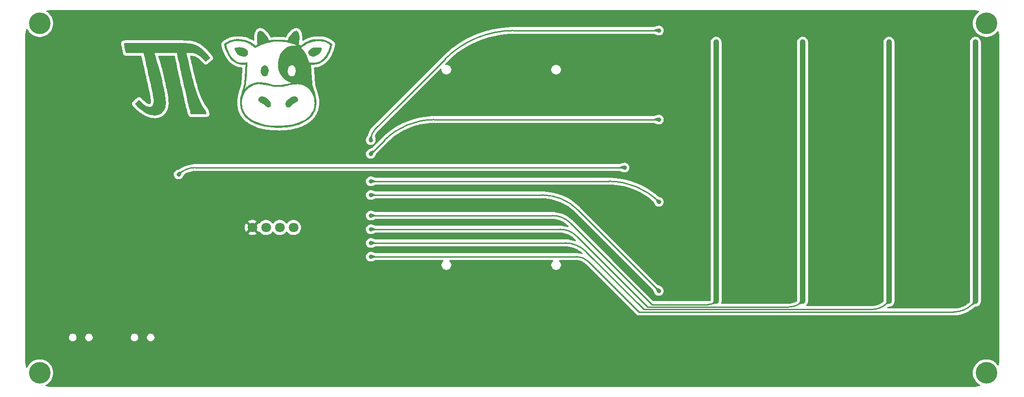
<source format=gbr>
%TF.GenerationSoftware,KiCad,Pcbnew,7.0.2-0*%
%TF.CreationDate,2023-09-13T20:52:30-05:00*%
%TF.ProjectId,CowPi-mk4a,436f7750-692d-46d6-9b34-612e6b696361,mk4a*%
%TF.SameCoordinates,Original*%
%TF.FileFunction,Copper,L2,Bot*%
%TF.FilePolarity,Positive*%
%FSLAX46Y46*%
G04 Gerber Fmt 4.6, Leading zero omitted, Abs format (unit mm)*
G04 Created by KiCad (PCBNEW 7.0.2-0) date 2023-09-13 20:52:30*
%MOMM*%
%LPD*%
G01*
G04 APERTURE LIST*
%TA.AperFunction,ComponentPad*%
%ADD10C,4.000000*%
%TD*%
%TA.AperFunction,ComponentPad*%
%ADD11C,1.800000*%
%TD*%
%TA.AperFunction,ViaPad*%
%ADD12C,0.800000*%
%TD*%
%TA.AperFunction,Conductor*%
%ADD13C,0.250000*%
%TD*%
%TA.AperFunction,Conductor*%
%ADD14C,1.000000*%
%TD*%
G04 APERTURE END LIST*
%TA.AperFunction,EtchedComponent*%
%TO.C,G\u002A\u002A\u002A*%
G36*
X92421410Y-71282747D02*
G01*
X92595773Y-71427463D01*
X92743782Y-71652289D01*
X92828748Y-71896507D01*
X92861513Y-72182631D01*
X92837118Y-72471346D01*
X92759637Y-72741205D01*
X92633138Y-72970759D01*
X92461693Y-73138559D01*
X92437481Y-73153992D01*
X92225341Y-73231601D01*
X91997714Y-73229652D01*
X91783746Y-73147747D01*
X91767105Y-73136944D01*
X91614563Y-72985870D01*
X91490512Y-72771226D01*
X91406487Y-72518224D01*
X91374020Y-72252078D01*
X91378904Y-72111704D01*
X91432428Y-71829350D01*
X91535928Y-71593683D01*
X91678499Y-71409475D01*
X91849237Y-71281504D01*
X92037238Y-71214542D01*
X92231597Y-71213365D01*
X92421410Y-71282747D01*
G37*
%TD.AperFunction*%
%TA.AperFunction,EtchedComponent*%
G36*
X87763947Y-67883116D02*
G01*
X88055564Y-67920266D01*
X88288175Y-67984256D01*
X88445488Y-68053070D01*
X88709861Y-68211951D01*
X88891481Y-68396800D01*
X88996178Y-68614597D01*
X89029781Y-68872325D01*
X89028625Y-68914773D01*
X88973061Y-69154383D01*
X88840601Y-69351527D01*
X88640216Y-69496432D01*
X88380876Y-69579325D01*
X88167155Y-69592585D01*
X87854050Y-69545546D01*
X87537859Y-69428049D01*
X87516271Y-69417207D01*
X87255976Y-69244629D01*
X87011151Y-69011975D01*
X86799793Y-68741953D01*
X86639893Y-68457274D01*
X86549448Y-68180646D01*
X86518096Y-68013529D01*
X86876158Y-67933868D01*
X87123861Y-67893625D01*
X87443366Y-67873878D01*
X87763947Y-67883116D01*
G37*
%TD.AperFunction*%
%TA.AperFunction,EtchedComponent*%
G36*
X101885525Y-67895931D02*
G01*
X102208280Y-67909883D01*
X102446762Y-67940680D01*
X102606579Y-67989849D01*
X102693340Y-68058912D01*
X102712655Y-68149396D01*
X102710744Y-68160859D01*
X102678107Y-68266379D01*
X102616644Y-68420177D01*
X102537805Y-68593195D01*
X102442458Y-68764351D01*
X102209613Y-69060351D01*
X101925083Y-69303540D01*
X101605988Y-69480622D01*
X101269447Y-69578301D01*
X101066016Y-69597787D01*
X100783444Y-69568649D01*
X100549948Y-69463808D01*
X100360663Y-69281675D01*
X100318339Y-69221213D01*
X100220154Y-68993317D01*
X100208144Y-68762437D01*
X100278124Y-68537895D01*
X100425908Y-68329013D01*
X100647311Y-68145112D01*
X100938147Y-67995516D01*
X101053346Y-67953882D01*
X101178586Y-67922772D01*
X101324902Y-67904468D01*
X101516136Y-67896107D01*
X101776131Y-67894821D01*
X101885525Y-67895931D01*
G37*
%TD.AperFunction*%
%TA.AperFunction,EtchedComponent*%
G36*
X91772317Y-76991184D02*
G01*
X92081048Y-77063272D01*
X92391771Y-77206691D01*
X92684104Y-77408074D01*
X92937669Y-77654054D01*
X93132086Y-77931263D01*
X93228962Y-78159436D01*
X93275097Y-78398427D01*
X93265245Y-78618030D01*
X93202339Y-78802729D01*
X93089312Y-78937007D01*
X92929095Y-79005347D01*
X92846706Y-79016476D01*
X92679016Y-79014272D01*
X92528683Y-78964353D01*
X92372987Y-78856776D01*
X92189208Y-78681600D01*
X92141274Y-78632821D01*
X91948781Y-78458493D01*
X91750808Y-78323424D01*
X91504921Y-78197602D01*
X91412589Y-78153318D01*
X91185873Y-78021198D01*
X91036982Y-77885936D01*
X90955327Y-77735760D01*
X90930319Y-77558902D01*
X90932775Y-77511649D01*
X90990152Y-77317917D01*
X91107822Y-77149579D01*
X91264698Y-77039393D01*
X91344879Y-77015991D01*
X91510621Y-76991840D01*
X91690408Y-76985640D01*
X91772317Y-76991184D01*
G37*
%TD.AperFunction*%
%TA.AperFunction,EtchedComponent*%
G36*
X97835036Y-76996633D02*
G01*
X97980018Y-77038007D01*
X98156911Y-77154704D01*
X98263920Y-77332079D01*
X98299854Y-77568666D01*
X98298803Y-77619595D01*
X98277081Y-77763212D01*
X98217667Y-77881836D01*
X98107954Y-77988915D01*
X97935338Y-78097896D01*
X97687213Y-78222226D01*
X97662910Y-78233757D01*
X97437674Y-78355587D01*
X97258509Y-78490546D01*
X97084658Y-78668844D01*
X96941566Y-78816446D01*
X96805216Y-78929931D01*
X96700766Y-78987717D01*
X96635558Y-79006265D01*
X96527622Y-79028105D01*
X96432695Y-79022345D01*
X96299966Y-78989171D01*
X96224448Y-78962593D01*
X96086020Y-78860995D01*
X96007276Y-78699346D01*
X95982336Y-78467994D01*
X95987531Y-78365828D01*
X96063822Y-78068575D01*
X96231608Y-77777664D01*
X96491445Y-77492034D01*
X96520074Y-77465911D01*
X96844947Y-77220257D01*
X97177118Y-77058419D01*
X97509507Y-76983008D01*
X97835036Y-76996633D01*
G37*
%TD.AperFunction*%
%TA.AperFunction,EtchedComponent*%
G36*
X71706332Y-67078982D02*
G01*
X71830874Y-67079007D01*
X72624397Y-67079605D01*
X73383627Y-67080925D01*
X74103255Y-67082929D01*
X74777970Y-67085577D01*
X75402464Y-67088829D01*
X75971425Y-67092646D01*
X76479544Y-67096989D01*
X76921512Y-67101817D01*
X77292019Y-67107092D01*
X77585755Y-67112774D01*
X77797410Y-67118824D01*
X77921674Y-67125202D01*
X78158781Y-67149010D01*
X78754345Y-67253016D01*
X79295362Y-67420164D01*
X79797030Y-67657146D01*
X80274545Y-67970652D01*
X80743107Y-68367373D01*
X80801027Y-68422696D01*
X80967829Y-68589748D01*
X81150873Y-68781918D01*
X81340129Y-68987685D01*
X81525567Y-69195525D01*
X81697157Y-69393914D01*
X81844871Y-69571330D01*
X81958677Y-69716248D01*
X82028547Y-69817147D01*
X82044450Y-69862502D01*
X82009113Y-69893600D01*
X81914279Y-69974754D01*
X81777805Y-70090469D01*
X81615852Y-70227002D01*
X81224003Y-70556488D01*
X80814600Y-70117389D01*
X80526972Y-69829232D01*
X80133501Y-69504373D01*
X79737408Y-69260061D01*
X79329322Y-69089816D01*
X79169252Y-69041592D01*
X78997220Y-69001862D01*
X78810897Y-68974726D01*
X78584152Y-68956504D01*
X78290852Y-68943513D01*
X77633128Y-68920754D01*
X77696521Y-69193023D01*
X77697127Y-69195628D01*
X77721135Y-69298763D01*
X77763706Y-69481661D01*
X77822496Y-69734252D01*
X77895160Y-70046464D01*
X77979356Y-70408227D01*
X78072738Y-70809469D01*
X78172964Y-71240121D01*
X78277689Y-71690110D01*
X78366408Y-72068507D01*
X78480642Y-72548300D01*
X78594671Y-73019696D01*
X78705101Y-73469028D01*
X78808541Y-73882631D01*
X78901596Y-74246839D01*
X78980874Y-74547987D01*
X79042983Y-74772409D01*
X79254678Y-75481708D01*
X79509489Y-76268229D01*
X79762180Y-76971491D01*
X80014971Y-77596570D01*
X80270079Y-78148548D01*
X80529723Y-78632501D01*
X80796121Y-79053510D01*
X81071491Y-79416653D01*
X81130952Y-79492305D01*
X81244606Y-79689853D01*
X81316066Y-79926507D01*
X81346101Y-80069913D01*
X81370409Y-80193288D01*
X81380342Y-80253991D01*
X81367487Y-80258602D01*
X81278165Y-80266123D01*
X81113078Y-80272105D01*
X80883239Y-80276375D01*
X80599664Y-80278758D01*
X80273365Y-80279079D01*
X79915356Y-80277166D01*
X78448741Y-80264927D01*
X78340079Y-79894124D01*
X78313325Y-79801785D01*
X78215549Y-79448752D01*
X78106707Y-79033017D01*
X77986066Y-78551433D01*
X77852893Y-78000859D01*
X77706456Y-77378148D01*
X77546020Y-76680156D01*
X77370854Y-75903740D01*
X77180224Y-75045754D01*
X76973396Y-74103054D01*
X76749638Y-73072497D01*
X76745938Y-73055381D01*
X76616322Y-72455394D01*
X76492486Y-71881601D01*
X76375813Y-71340441D01*
X76267686Y-70838357D01*
X76169489Y-70381788D01*
X76082604Y-69977176D01*
X76008415Y-69630962D01*
X75948304Y-69349586D01*
X75903656Y-69139491D01*
X75875852Y-69007116D01*
X75866277Y-68958902D01*
X75843476Y-68954930D01*
X75738552Y-68949649D01*
X75556918Y-68944845D01*
X75307926Y-68940641D01*
X75000927Y-68937159D01*
X74645273Y-68934520D01*
X74250315Y-68932848D01*
X73825406Y-68932263D01*
X73619542Y-68932321D01*
X73154568Y-68933073D01*
X72771790Y-68934880D01*
X72463659Y-68937981D01*
X72222626Y-68942610D01*
X72041141Y-68949005D01*
X71911656Y-68957401D01*
X71826621Y-68968036D01*
X71778488Y-68981146D01*
X71759706Y-68996967D01*
X71758396Y-69013600D01*
X71774692Y-69108950D01*
X71815138Y-69267368D01*
X71875053Y-69471456D01*
X71949760Y-69703810D01*
X72107814Y-70190365D01*
X72343066Y-70969095D01*
X72577155Y-71810963D01*
X72812016Y-72723302D01*
X73049585Y-73713445D01*
X73291795Y-74788722D01*
X73393204Y-75256161D01*
X73497651Y-75750827D01*
X73583424Y-76176451D01*
X73652435Y-76544531D01*
X73706594Y-76866566D01*
X73747813Y-77154054D01*
X73778003Y-77418496D01*
X73799076Y-77671390D01*
X73812942Y-77924234D01*
X73814754Y-77967738D01*
X73822982Y-78231683D01*
X73821632Y-78433883D01*
X73808800Y-78601224D01*
X73782581Y-78760593D01*
X73741070Y-78938876D01*
X73730926Y-78977643D01*
X73665419Y-79190710D01*
X73590036Y-79390595D01*
X73519135Y-79538506D01*
X73466424Y-79623659D01*
X73213422Y-79938871D01*
X72911870Y-80191502D01*
X72575679Y-80371596D01*
X72218762Y-80469197D01*
X72143657Y-80480163D01*
X71991222Y-80500807D01*
X71874647Y-80510336D01*
X71761936Y-80508952D01*
X71621091Y-80496858D01*
X71420116Y-80474256D01*
X71235798Y-80448396D01*
X70781417Y-80341639D01*
X70335704Y-80171630D01*
X69890500Y-79933628D01*
X69437644Y-79622894D01*
X68968975Y-79234687D01*
X68476334Y-78764267D01*
X68062120Y-78345352D01*
X68453159Y-77978659D01*
X68844197Y-77611966D01*
X69342415Y-78089322D01*
X69478571Y-78217142D01*
X69783951Y-78479277D01*
X70056276Y-78671949D01*
X70307083Y-78801599D01*
X70547908Y-78874667D01*
X70790285Y-78897591D01*
X70907951Y-78893191D01*
X71132173Y-78848688D01*
X71303004Y-78750835D01*
X71424568Y-78592962D01*
X71500987Y-78368393D01*
X71536385Y-78070458D01*
X71534883Y-77692482D01*
X71526303Y-77540288D01*
X71502872Y-77254231D01*
X71472224Y-76974170D01*
X71438749Y-76743452D01*
X71433197Y-76713811D01*
X71405981Y-76580965D01*
X71361018Y-76369770D01*
X71300218Y-76088808D01*
X71225495Y-75746661D01*
X71138761Y-75351909D01*
X71041928Y-74913135D01*
X70936910Y-74438921D01*
X70825618Y-73937847D01*
X70709965Y-73418497D01*
X70591863Y-72889450D01*
X70473225Y-72359289D01*
X70355963Y-71836596D01*
X70241990Y-71329952D01*
X70133217Y-70847939D01*
X70031559Y-70399139D01*
X69938926Y-69992133D01*
X69857231Y-69635502D01*
X69788388Y-69337829D01*
X69693955Y-68932263D01*
X66412569Y-68932263D01*
X66388992Y-68827975D01*
X66332569Y-68576879D01*
X66252758Y-68216050D01*
X66182300Y-67890678D01*
X66123494Y-67611736D01*
X66078642Y-67390197D01*
X66050044Y-67237035D01*
X66040000Y-67163223D01*
X66040443Y-67157316D01*
X66046244Y-67145287D01*
X66062635Y-67134544D01*
X66094444Y-67125015D01*
X66146503Y-67116629D01*
X66223640Y-67109313D01*
X66330687Y-67102997D01*
X66472473Y-67097607D01*
X66653829Y-67093074D01*
X66879584Y-67089323D01*
X67154569Y-67086285D01*
X67483614Y-67083886D01*
X67871549Y-67082056D01*
X68323203Y-67080721D01*
X68843408Y-67079812D01*
X69436994Y-67079255D01*
X70108789Y-67078979D01*
X70863625Y-67078912D01*
X71706332Y-67078982D01*
G37*
%TD.AperFunction*%
%TA.AperFunction,EtchedComponent*%
G36*
X104599167Y-67606164D02*
G01*
X104542217Y-67824963D01*
X104472891Y-68062095D01*
X104397733Y-68294036D01*
X104323287Y-68497258D01*
X104152335Y-68899414D01*
X103940987Y-69315459D01*
X103711019Y-69676453D01*
X103449132Y-70002862D01*
X103142026Y-70315156D01*
X102972887Y-70463904D01*
X102560308Y-70752305D01*
X102123465Y-70953837D01*
X101653277Y-71072108D01*
X101140663Y-71110730D01*
X100710073Y-71110730D01*
X100710854Y-71261369D01*
X100713254Y-71356713D01*
X100722169Y-71546943D01*
X100736725Y-71798274D01*
X100755948Y-72097904D01*
X100766030Y-72245352D01*
X100778863Y-72433033D01*
X100804497Y-72790862D01*
X100831873Y-73158590D01*
X100860019Y-73523416D01*
X100887960Y-73872541D01*
X100914721Y-74193165D01*
X100939328Y-74472486D01*
X100960807Y-74697705D01*
X100978182Y-74856021D01*
X100990481Y-74934635D01*
X100995818Y-74953701D01*
X101034448Y-75083524D01*
X101093193Y-75273795D01*
X101165052Y-75502036D01*
X101243028Y-75745767D01*
X101252857Y-75776310D01*
X101425031Y-76341785D01*
X101555589Y-76840374D01*
X101646941Y-77286004D01*
X101701495Y-77692600D01*
X101721661Y-78074088D01*
X101715421Y-78269677D01*
X101709847Y-78444395D01*
X101665268Y-78830544D01*
X101528643Y-79411723D01*
X101311289Y-79949103D01*
X101012876Y-80443054D01*
X100633075Y-80893945D01*
X100171557Y-81302146D01*
X99627992Y-81668025D01*
X99002050Y-81991952D01*
X98293402Y-82274297D01*
X98162439Y-82317657D01*
X97736856Y-82435336D01*
X97247623Y-82542265D01*
X96716090Y-82634577D01*
X96163609Y-82708406D01*
X95611533Y-82759887D01*
X95051278Y-82785974D01*
X94305340Y-82783375D01*
X93543514Y-82742888D01*
X92791753Y-82666646D01*
X92076013Y-82556785D01*
X91422249Y-82415437D01*
X91096196Y-82322527D01*
X90558654Y-82127873D01*
X90037636Y-81890064D01*
X89548378Y-81617900D01*
X89106113Y-81320181D01*
X88726076Y-81005706D01*
X88423502Y-80683276D01*
X88134756Y-80288829D01*
X87895000Y-79871676D01*
X87723172Y-79444564D01*
X87613738Y-78989833D01*
X87561167Y-78489823D01*
X87560532Y-78202336D01*
X87943084Y-78202336D01*
X87945323Y-78477907D01*
X87951686Y-78694667D01*
X87964701Y-78862241D01*
X87986938Y-79002801D01*
X88020968Y-79138520D01*
X88069362Y-79291570D01*
X88243056Y-79715572D01*
X88529328Y-80196297D01*
X88894491Y-80633965D01*
X89336068Y-81027158D01*
X89851578Y-81374456D01*
X90438544Y-81674441D01*
X91094486Y-81925692D01*
X91816926Y-82126791D01*
X92603385Y-82276319D01*
X93451384Y-82372857D01*
X93458905Y-82373451D01*
X94366981Y-82415412D01*
X95282658Y-82401331D01*
X96177869Y-82332485D01*
X97024545Y-82210152D01*
X97700603Y-82060417D01*
X98393061Y-81844438D01*
X99020410Y-81578479D01*
X99579648Y-81264779D01*
X100067774Y-80905578D01*
X100481786Y-80503114D01*
X100818683Y-80059626D01*
X101075463Y-79577354D01*
X101249126Y-79058537D01*
X101274703Y-78935003D01*
X101313165Y-78622178D01*
X101329554Y-78269677D01*
X101323913Y-77909939D01*
X101296288Y-77575402D01*
X101246723Y-77298504D01*
X101181909Y-77084445D01*
X101053760Y-76757048D01*
X100895695Y-76424769D01*
X100723318Y-76119620D01*
X100552229Y-75873610D01*
X100525068Y-75840341D01*
X100174310Y-75485535D01*
X99761707Y-75184201D01*
X99307418Y-74949003D01*
X98831602Y-74792606D01*
X98653648Y-74758287D01*
X98453286Y-74737989D01*
X98212648Y-74732109D01*
X97905876Y-74739156D01*
X97669576Y-74750703D01*
X97459775Y-74768622D01*
X97253334Y-74796656D01*
X97027103Y-74838546D01*
X96757930Y-74898033D01*
X96422664Y-74978859D01*
X96350949Y-74996491D01*
X96034646Y-75072018D01*
X95779109Y-75127339D01*
X95560477Y-75166233D01*
X95354887Y-75192483D01*
X95138479Y-75209871D01*
X94887390Y-75222178D01*
X94592859Y-75230374D01*
X94315390Y-75227810D01*
X94052375Y-75211172D01*
X93783187Y-75177878D01*
X93487198Y-75125343D01*
X93143781Y-75050983D01*
X92732307Y-74952214D01*
X92139064Y-74824345D01*
X91551811Y-74744516D01*
X91020101Y-74728328D01*
X90536503Y-74777148D01*
X90093591Y-74892340D01*
X89683934Y-75075269D01*
X89300104Y-75327298D01*
X88934673Y-75649793D01*
X88695574Y-75909110D01*
X88431061Y-76272135D01*
X88220802Y-76672434D01*
X88049148Y-77136278D01*
X88019275Y-77236301D01*
X87985065Y-77376275D01*
X87962531Y-77520853D01*
X87949483Y-77692047D01*
X87943731Y-77911870D01*
X87943084Y-78202336D01*
X87560532Y-78202336D01*
X87559924Y-77926875D01*
X87561894Y-77877148D01*
X87578705Y-77585868D01*
X87605936Y-77316748D01*
X87647367Y-77051664D01*
X87706775Y-76772491D01*
X87787942Y-76461101D01*
X87894645Y-76099371D01*
X88030665Y-75669175D01*
X88055801Y-75590691D01*
X88133978Y-75338407D01*
X88202850Y-75104455D01*
X88255726Y-74912029D01*
X88285915Y-74784328D01*
X88291524Y-74748310D01*
X88307374Y-74608048D01*
X88327192Y-74394655D01*
X88349896Y-74121463D01*
X88374403Y-73801807D01*
X88399633Y-73449018D01*
X88424503Y-73076431D01*
X88435449Y-72907428D01*
X88459672Y-72540877D01*
X88482869Y-72199405D01*
X88504086Y-71896500D01*
X88522369Y-71645651D01*
X88536764Y-71460344D01*
X88546317Y-71354070D01*
X88572948Y-71110730D01*
X88124387Y-71110730D01*
X87918185Y-71105046D01*
X87417432Y-71037061D01*
X86955388Y-70889753D01*
X86525727Y-70660024D01*
X86122124Y-70344770D01*
X85738253Y-69940891D01*
X85608960Y-69769870D01*
X85430942Y-69493607D01*
X85249061Y-69173571D01*
X85076593Y-68834731D01*
X84926812Y-68502056D01*
X84812993Y-68200514D01*
X84766981Y-68051568D01*
X84709765Y-67841149D01*
X84660893Y-67634960D01*
X84624904Y-67454152D01*
X84621293Y-67428038D01*
X84989960Y-67428038D01*
X85085333Y-67797760D01*
X85125736Y-67946859D01*
X85328476Y-68539243D01*
X85581275Y-69072148D01*
X85880067Y-69540639D01*
X86220787Y-69939784D01*
X86599371Y-70264652D01*
X87011753Y-70510309D01*
X87453868Y-70671822D01*
X87551320Y-70694666D01*
X87744075Y-70723609D01*
X87963451Y-70732655D01*
X88241825Y-70723948D01*
X88386552Y-70715325D01*
X88589313Y-70699964D01*
X88751022Y-70683820D01*
X88845895Y-70669227D01*
X88963286Y-70640271D01*
X88835023Y-72602051D01*
X88800185Y-73122010D01*
X88766707Y-73586925D01*
X88735254Y-73977373D01*
X88704619Y-74302643D01*
X88673593Y-74572026D01*
X88640968Y-74794811D01*
X88605534Y-74980289D01*
X88566084Y-75137751D01*
X88521409Y-75276485D01*
X88470300Y-75405783D01*
X88442467Y-75471904D01*
X88404604Y-75567868D01*
X88394111Y-75604713D01*
X88404326Y-75596799D01*
X88467696Y-75540360D01*
X88575222Y-75441678D01*
X88711278Y-75315023D01*
X88874400Y-75169584D01*
X89305228Y-74853931D01*
X89760312Y-74619489D01*
X90249589Y-74462720D01*
X90782997Y-74380086D01*
X91370474Y-74368046D01*
X91434874Y-74370492D01*
X91654848Y-74382289D01*
X91853452Y-74400819D01*
X92052820Y-74429708D01*
X92275088Y-74472583D01*
X92542390Y-74533068D01*
X92876861Y-74614790D01*
X93780693Y-74840003D01*
X94615000Y-74839679D01*
X94757157Y-74839313D01*
X95014141Y-74835641D01*
X95239080Y-74825805D01*
X95449301Y-74807109D01*
X95662135Y-74776860D01*
X95894909Y-74732360D01*
X96164953Y-74670914D01*
X96489596Y-74589828D01*
X96886168Y-74486405D01*
X97071569Y-74437554D01*
X96723941Y-74314343D01*
X96347305Y-74155376D01*
X95918921Y-73894257D01*
X95534929Y-73558452D01*
X95353919Y-73361033D01*
X95066093Y-72974280D01*
X94851023Y-72564598D01*
X94741853Y-72234221D01*
X96400507Y-72234221D01*
X96406958Y-72397867D01*
X96458242Y-72674165D01*
X96567159Y-72899245D01*
X96741453Y-73092606D01*
X96838720Y-73169664D01*
X96961236Y-73226485D01*
X97107945Y-73239188D01*
X97179950Y-73236987D01*
X97329451Y-73219170D01*
X97440151Y-73173442D01*
X97551171Y-73086309D01*
X97624462Y-73012690D01*
X97757575Y-72810388D01*
X97833502Y-72560107D01*
X97858268Y-72245352D01*
X97856352Y-72093195D01*
X97841180Y-71923334D01*
X97805034Y-71785203D01*
X97740902Y-71642797D01*
X97666898Y-71515867D01*
X97502256Y-71331711D01*
X97308651Y-71232813D01*
X97080990Y-71215880D01*
X97075658Y-71216397D01*
X96846688Y-71282685D01*
X96659091Y-71425987D01*
X96518464Y-71637927D01*
X96430404Y-71910131D01*
X96400507Y-72234221D01*
X94741853Y-72234221D01*
X94703656Y-72118628D01*
X94618941Y-71623008D01*
X94591825Y-71064380D01*
X94597127Y-70826015D01*
X94665148Y-70211848D01*
X94811584Y-69647078D01*
X95036472Y-69131608D01*
X95339851Y-68665342D01*
X95721760Y-68248185D01*
X95919744Y-68076490D01*
X96034096Y-67999305D01*
X98902409Y-67999305D01*
X98919944Y-68030255D01*
X98988865Y-68110835D01*
X99092170Y-68216013D01*
X99300907Y-68443936D01*
X99568896Y-68815037D01*
X99818189Y-69249154D01*
X100039333Y-69729378D01*
X100222878Y-70238800D01*
X100348412Y-70641506D01*
X100577874Y-70690716D01*
X100732531Y-70715214D01*
X101007183Y-70733656D01*
X101303442Y-70731531D01*
X101583829Y-70709522D01*
X101810863Y-70668309D01*
X101941850Y-70629033D01*
X102376937Y-70437042D01*
X102781346Y-70160707D01*
X103151052Y-69803737D01*
X103482027Y-69369844D01*
X103770246Y-68862737D01*
X103781546Y-68839444D01*
X103889882Y-68596973D01*
X103994406Y-68332344D01*
X104088034Y-68066786D01*
X104163682Y-67821529D01*
X104214265Y-67617802D01*
X104232701Y-67476835D01*
X104202034Y-67403748D01*
X104092319Y-67299621D01*
X103913229Y-67183037D01*
X103675537Y-67060861D01*
X103390018Y-66939956D01*
X102916982Y-66796868D01*
X102362161Y-66715662D01*
X101787871Y-66715407D01*
X101205957Y-66795205D01*
X100628264Y-66954161D01*
X100066636Y-67191378D01*
X99957418Y-67249515D01*
X99771240Y-67358697D01*
X99570849Y-67485255D01*
X99484470Y-67543032D01*
X99371865Y-67618351D01*
X99189908Y-67747144D01*
X99040600Y-67860793D01*
X98939560Y-67948460D01*
X98902409Y-67999305D01*
X96034096Y-67999305D01*
X96292554Y-67824851D01*
X96683706Y-67656926D01*
X97108513Y-67566961D01*
X97582288Y-67549204D01*
X97711481Y-67553333D01*
X97879172Y-67557169D01*
X97971976Y-67554468D01*
X98001330Y-67543032D01*
X97978665Y-67520662D01*
X97915417Y-67485161D01*
X97803823Y-67432375D01*
X97577575Y-67344728D01*
X97296354Y-67250689D01*
X96981665Y-67156583D01*
X96655016Y-67068735D01*
X96337912Y-66993469D01*
X96051861Y-66937110D01*
X96048727Y-66936579D01*
X95663428Y-66885793D01*
X95221737Y-66851402D01*
X94753071Y-66833958D01*
X94286850Y-66834013D01*
X93852492Y-66852120D01*
X93479416Y-66888831D01*
X93094040Y-66950690D01*
X92296224Y-67137647D01*
X91554146Y-67396765D01*
X90865053Y-67728931D01*
X90367700Y-68005511D01*
X90150656Y-67825595D01*
X90009837Y-67712775D01*
X89463468Y-67341481D01*
X88888165Y-67048958D01*
X88297017Y-66842151D01*
X88000589Y-66779072D01*
X87602464Y-66731502D01*
X87184622Y-66713982D01*
X86782395Y-66727800D01*
X86431114Y-66774241D01*
X86239024Y-66822903D01*
X85983727Y-66907395D01*
X85716543Y-67011995D01*
X85462897Y-67125936D01*
X85248213Y-67238452D01*
X85097918Y-67338777D01*
X84989960Y-67428038D01*
X84621293Y-67428038D01*
X84606337Y-67319875D01*
X84609729Y-67253281D01*
X84611781Y-67250198D01*
X84679911Y-67187456D01*
X84808572Y-67095326D01*
X84977571Y-66986368D01*
X85166718Y-66873144D01*
X85355818Y-66768214D01*
X85524679Y-66684138D01*
X85843957Y-66553641D01*
X86189934Y-66452150D01*
X86562830Y-66386959D01*
X86994215Y-66350909D01*
X87078017Y-66347263D01*
X87721739Y-66362831D01*
X88330599Y-66459650D01*
X88914089Y-66640570D01*
X89481700Y-66908440D01*
X90042924Y-67266110D01*
X90430337Y-67544674D01*
X90636002Y-67424146D01*
X90743715Y-67354406D01*
X90810215Y-67284522D01*
X90814681Y-67218593D01*
X90788156Y-67119694D01*
X90744516Y-66865624D01*
X90715433Y-66563768D01*
X90701735Y-66241843D01*
X90704253Y-65927564D01*
X90723814Y-65648648D01*
X90761249Y-65432810D01*
X90805245Y-65282080D01*
X90895901Y-65058606D01*
X91002547Y-64911909D01*
X91134167Y-64831547D01*
X91299748Y-64807081D01*
X91478162Y-64839642D01*
X91701438Y-64950058D01*
X91936382Y-65128741D01*
X92172905Y-65365448D01*
X92400921Y-65649939D01*
X92610342Y-65971969D01*
X92791079Y-66321298D01*
X92822748Y-66389486D01*
X92895107Y-66524160D01*
X92952715Y-66588884D01*
X93005966Y-66596994D01*
X93187474Y-66556749D01*
X93474888Y-66517930D01*
X93819393Y-66489818D01*
X94202345Y-66472428D01*
X94605100Y-66465778D01*
X95009011Y-66469883D01*
X95395436Y-66484759D01*
X95745730Y-66510422D01*
X96041247Y-66546889D01*
X96263344Y-66594176D01*
X96308760Y-66586138D01*
X96369395Y-66512146D01*
X96442544Y-66357881D01*
X96584554Y-66069297D01*
X96786666Y-65744636D01*
X97016460Y-65438741D01*
X97249331Y-65187311D01*
X97258866Y-65178402D01*
X97522087Y-64966794D01*
X97759749Y-64843843D01*
X97970301Y-64808685D01*
X98152192Y-64860453D01*
X98303870Y-64998283D01*
X98423784Y-65221309D01*
X98510383Y-65528666D01*
X98562115Y-65919489D01*
X98568380Y-66067333D01*
X98555774Y-66406658D01*
X98511709Y-66793900D01*
X98484033Y-66989279D01*
X98461631Y-67163653D01*
X98448924Y-67283448D01*
X98448109Y-67330143D01*
X98459373Y-67337008D01*
X98530485Y-67378508D01*
X98641649Y-67442510D01*
X98686731Y-67467956D01*
X98784715Y-67513404D01*
X98850823Y-67513751D01*
X98919751Y-67472770D01*
X98959217Y-67443856D01*
X99292702Y-67212692D01*
X99627161Y-67002123D01*
X99939425Y-66826091D01*
X100206324Y-66698539D01*
X100468621Y-66593948D01*
X100757183Y-66496321D01*
X101031006Y-66429208D01*
X101316791Y-66387682D01*
X101641241Y-66366812D01*
X102031058Y-66361668D01*
X102346721Y-66365832D01*
X102651222Y-66381582D01*
X102909330Y-66413213D01*
X103145835Y-66465084D01*
X103385532Y-66541558D01*
X103653212Y-66646994D01*
X103754509Y-66692246D01*
X103958852Y-66797405D01*
X104163303Y-66917592D01*
X104351245Y-67041533D01*
X104506061Y-67157955D01*
X104611136Y-67255585D01*
X104649854Y-67323151D01*
X104637199Y-67429224D01*
X104626965Y-67476835D01*
X104599167Y-67606164D01*
G37*
%TD.AperFunction*%
%TD*%
D10*
%TO.P,H4,1*%
%TO.N,N/C*%
X225720656Y-63442701D03*
%TD*%
%TO.P,H1,1*%
%TO.N,N/C*%
X50460656Y-128212701D03*
%TD*%
%TO.P,H3,1*%
%TO.N,N/C*%
X50460656Y-63442701D03*
%TD*%
D11*
%TO.P,U44,1,GND*%
%TO.N,/GND*%
X89830648Y-101272168D03*
%TO.P,U44,2,VCC*%
%TO.N,/3V3*%
X92370653Y-101272168D03*
%TO.P,U44,3,SCL*%
%TO.N,/GP05_I2C_SCL*%
X94910659Y-101272168D03*
%TO.P,U44,4,SDA*%
%TO.N,/GP04_I2C_SDA*%
X97450664Y-101272168D03*
%TD*%
D10*
%TO.P,H2,1*%
%TO.N,N/C*%
X225720656Y-128212701D03*
%TD*%
D12*
%TO.N,/Row1*%
X111760000Y-85090000D03*
X165100000Y-64770000D03*
%TO.N,/Col1*%
X175690706Y-98932485D03*
X175690706Y-82932485D03*
X175690706Y-114932485D03*
X111760000Y-99060000D03*
X175690706Y-66932485D03*
%TO.N,/Col2*%
X191690706Y-66932485D03*
X111760000Y-101600000D03*
X191690706Y-114932485D03*
X191690706Y-98932485D03*
X191690706Y-82932485D03*
%TO.N,/Col3*%
X207690706Y-82932485D03*
X207690706Y-114932485D03*
X207690706Y-66932485D03*
X111760000Y-104140000D03*
X207690706Y-98932485D03*
%TO.N,/Row4*%
X111760000Y-87630000D03*
X165100000Y-81280000D03*
%TO.N,/Row7*%
X111760000Y-92710000D03*
X165100000Y-96520000D03*
%TO.N,/Row\u002A*%
X111760000Y-95250000D03*
X165100000Y-113030000D03*
%TO.N,/ColA*%
X223690706Y-114932485D03*
X111760000Y-106680000D03*
X223690706Y-82932485D03*
X223690706Y-66932485D03*
X223690706Y-98932485D03*
%TO.N,/GND*%
X210820000Y-125730000D03*
X152400000Y-125730000D03*
X160020000Y-73660000D03*
X159047184Y-108899954D03*
X68580000Y-113030000D03*
X55880000Y-113030000D03*
X50800000Y-83820000D03*
X155206641Y-114569328D03*
X210820000Y-67310000D03*
X92710000Y-92710000D03*
X135890000Y-78740000D03*
%TO.N,/RightLED*%
X158750000Y-90170000D03*
X76200000Y-91440000D03*
%TD*%
D13*
%TO.N,/Row1*%
X165100000Y-64770000D02*
X138212102Y-64770000D01*
X112658026Y-82921975D02*
X116840000Y-78740000D01*
X116840000Y-78740000D02*
X125575923Y-70004077D01*
X138212102Y-64770015D02*
G75*
G03*
X125575923Y-70004077I-2J-17870285D01*
G01*
X112658036Y-82921985D02*
G75*
G03*
X111760000Y-85090000I2167964J-2168015D01*
G01*
D14*
%TO.N,/Col1*%
X175690706Y-82932485D02*
X175690706Y-98932485D01*
D13*
X174151609Y-115570000D02*
X163830000Y-115570000D01*
X163830000Y-115570000D02*
X148668502Y-100408502D01*
D14*
X175690706Y-98932485D02*
X175690706Y-114932485D01*
X175690706Y-66932485D02*
X175690706Y-82932485D01*
D13*
X145412931Y-99060000D02*
X111760000Y-99060000D01*
X148668492Y-100408512D02*
G75*
G03*
X145412931Y-99060000I-3255592J-3255588D01*
G01*
X174151609Y-115570009D02*
G75*
G03*
X175690705Y-114932484I-9J2176609D01*
G01*
%TO.N,/Col2*%
X163010881Y-116019501D02*
X149860690Y-102869310D01*
D14*
X191690706Y-98932485D02*
X191690706Y-114932485D01*
X191690706Y-82932485D02*
X191690706Y-98932485D01*
D13*
X189066418Y-116019501D02*
X163010881Y-116019501D01*
X146796305Y-101600000D02*
X111760000Y-101600000D01*
D14*
X191690706Y-66932485D02*
X191690706Y-82932485D01*
D13*
X149860689Y-102869311D02*
G75*
G03*
X146796305Y-101600000I-3064389J-3064389D01*
G01*
X189066418Y-116019514D02*
G75*
G03*
X191690706Y-114932485I-18J3711314D01*
G01*
%TO.N,/Col3*%
X162324692Y-116469002D02*
X151582845Y-105727155D01*
D14*
X207690706Y-82932485D02*
X207690706Y-98932485D01*
X207690706Y-98932485D02*
X207690706Y-114932485D01*
D13*
X147751114Y-104140000D02*
X147320000Y-104140000D01*
X148251114Y-104140000D02*
X147320000Y-104140000D01*
X204470000Y-116469002D02*
X162324692Y-116469002D01*
D14*
X207690706Y-66932485D02*
X207690706Y-82932485D01*
D13*
X147320000Y-104140000D02*
X111760000Y-104140000D01*
X207690706Y-114932485D02*
X207345091Y-115278100D01*
X204470000Y-116468999D02*
G75*
G03*
X207345091Y-115278100I0J4065999D01*
G01*
X151582841Y-105727159D02*
G75*
G03*
X147751114Y-104140000I-3831741J-3831741D01*
G01*
%TO.N,/Row4*%
X123498153Y-81280000D02*
X165100000Y-81280000D01*
X111760000Y-87630000D02*
X114300000Y-85090000D01*
X123498153Y-81279981D02*
G75*
G03*
X114300000Y-85090000I47J-13008219D01*
G01*
%TO.N,/Row7*%
X111760000Y-92710000D02*
X155901847Y-92710000D01*
X165099986Y-96520014D02*
G75*
G03*
X155901847Y-92710000I-9198186J-9198186D01*
G01*
%TO.N,/Row\u002A*%
X143510000Y-95250000D02*
X111760000Y-95250000D01*
X165100000Y-113030000D02*
X150014077Y-97944077D01*
X150014087Y-97944067D02*
G75*
G03*
X143510000Y-95250000I-6504087J-6504133D01*
G01*
D14*
%TO.N,/ColA*%
X223690706Y-98932485D02*
X223690706Y-82932485D01*
D13*
X149860000Y-106680000D02*
X111760000Y-106680000D01*
X161368503Y-116918503D02*
X152028026Y-107578026D01*
X223690706Y-114932485D02*
X223115146Y-115508045D01*
X219710000Y-116918503D02*
X161368503Y-116918503D01*
D14*
X223690706Y-114932485D02*
X223690706Y-98932485D01*
X223690706Y-82932485D02*
X223690706Y-66932485D01*
D13*
X219710000Y-116918502D02*
G75*
G03*
X223115145Y-115508044I0J4815602D01*
G01*
X152028015Y-107578037D02*
G75*
G03*
X149860000Y-106680000I-2168015J-2167963D01*
G01*
%TO.N,/RightLED*%
X158750000Y-90170000D02*
X79266051Y-90170000D01*
X79266051Y-90169980D02*
G75*
G03*
X76200000Y-91440000I49J-4336120D01*
G01*
%TD*%
%TA.AperFunction,Conductor*%
%TO.N,/GND*%
G36*
X223102702Y-60960117D02*
G01*
X223530392Y-60978791D01*
X223541129Y-60979731D01*
X223962874Y-61035254D01*
X223973512Y-61037129D01*
X224320815Y-61114125D01*
X224382002Y-61147852D01*
X224415244Y-61209308D01*
X224409983Y-61278979D01*
X224367890Y-61334746D01*
X224366860Y-61335503D01*
X224126783Y-61509929D01*
X224123626Y-61512223D01*
X224120791Y-61514884D01*
X224120784Y-61514891D01*
X223897103Y-61724942D01*
X223897096Y-61724949D01*
X223894266Y-61727607D01*
X223891791Y-61730598D01*
X223891787Y-61730603D01*
X223696192Y-61967035D01*
X223696182Y-61967047D01*
X223693709Y-61970038D01*
X223691627Y-61973317D01*
X223691618Y-61973331D01*
X223527204Y-62232407D01*
X223527197Y-62232418D01*
X223525119Y-62235694D01*
X223523466Y-62239205D01*
X223523463Y-62239212D01*
X223392809Y-62516866D01*
X223391153Y-62520386D01*
X223389951Y-62524083D01*
X223389949Y-62524090D01*
X223295836Y-62813740D01*
X223293925Y-62819622D01*
X223293196Y-62823442D01*
X223293194Y-62823451D01*
X223235697Y-63124859D01*
X223235694Y-63124875D01*
X223234968Y-63128686D01*
X223215212Y-63442701D01*
X223234968Y-63756716D01*
X223235695Y-63760528D01*
X223235697Y-63760542D01*
X223278677Y-63985848D01*
X223293925Y-64065780D01*
X223295129Y-64069487D01*
X223295130Y-64069489D01*
X223389574Y-64360158D01*
X223391153Y-64365016D01*
X223446829Y-64483333D01*
X223493137Y-64581744D01*
X223525119Y-64649708D01*
X223527201Y-64652989D01*
X223527204Y-64652994D01*
X223691618Y-64912070D01*
X223691622Y-64912076D01*
X223693709Y-64915364D01*
X223696188Y-64918361D01*
X223696192Y-64918366D01*
X223764585Y-65001038D01*
X223894266Y-65157795D01*
X224123626Y-65373179D01*
X224126781Y-65375471D01*
X224126782Y-65375472D01*
X224144782Y-65388550D01*
X224378172Y-65558117D01*
X224381579Y-65559990D01*
X224648729Y-65706858D01*
X224653890Y-65709695D01*
X224946431Y-65825520D01*
X225251183Y-65903767D01*
X225563338Y-65943201D01*
X225567233Y-65943201D01*
X225874079Y-65943201D01*
X225877974Y-65943201D01*
X226190129Y-65903767D01*
X226494881Y-65825520D01*
X226787422Y-65709695D01*
X227063140Y-65558117D01*
X227317686Y-65373179D01*
X227547046Y-65157795D01*
X227747603Y-64915364D01*
X227762685Y-64891597D01*
X227815224Y-64845542D01*
X227884324Y-64835202D01*
X227948045Y-64863861D01*
X227986157Y-64922422D01*
X227988443Y-64931200D01*
X228022868Y-65086479D01*
X228024746Y-65097133D01*
X228080266Y-65518851D01*
X228081209Y-65529627D01*
X228099882Y-65957297D01*
X228100000Y-65962706D01*
X228100000Y-125807293D01*
X228099882Y-125812702D01*
X228081209Y-126240372D01*
X228080266Y-126251148D01*
X228024746Y-126672866D01*
X228022868Y-126683519D01*
X228007272Y-126753869D01*
X227973544Y-126815059D01*
X227912089Y-126848301D01*
X227842417Y-126843040D01*
X227786650Y-126800947D01*
X227781514Y-126793474D01*
X227749692Y-126743331D01*
X227747603Y-126740038D01*
X227700840Y-126683512D01*
X227672253Y-126648956D01*
X227547046Y-126497607D01*
X227317686Y-126282223D01*
X227260110Y-126240392D01*
X227066289Y-126099573D01*
X227066290Y-126099573D01*
X227063140Y-126097285D01*
X227059737Y-126095414D01*
X227059732Y-126095411D01*
X226790839Y-125947585D01*
X226790832Y-125947581D01*
X226787422Y-125945707D01*
X226783796Y-125944271D01*
X226783791Y-125944269D01*
X226498503Y-125831316D01*
X226498502Y-125831315D01*
X226494881Y-125829882D01*
X226491111Y-125828914D01*
X226491108Y-125828913D01*
X226193912Y-125752606D01*
X226193907Y-125752605D01*
X226190129Y-125751635D01*
X226186258Y-125751146D01*
X226186253Y-125751145D01*
X225881840Y-125712689D01*
X225881833Y-125712688D01*
X225877974Y-125712201D01*
X225563338Y-125712201D01*
X225559479Y-125712688D01*
X225559471Y-125712689D01*
X225255058Y-125751145D01*
X225255050Y-125751146D01*
X225251183Y-125751635D01*
X225247407Y-125752604D01*
X225247399Y-125752606D01*
X224950203Y-125828913D01*
X224950195Y-125828915D01*
X224946431Y-125829882D01*
X224942814Y-125831313D01*
X224942808Y-125831316D01*
X224657520Y-125944269D01*
X224657509Y-125944273D01*
X224653890Y-125945707D01*
X224650485Y-125947578D01*
X224650472Y-125947585D01*
X224381579Y-126095411D01*
X224381567Y-126095418D01*
X224378172Y-126097285D01*
X224375028Y-126099568D01*
X224375022Y-126099573D01*
X224126782Y-126279929D01*
X224126771Y-126279937D01*
X224123626Y-126282223D01*
X224120791Y-126284884D01*
X224120784Y-126284891D01*
X223897103Y-126494942D01*
X223897096Y-126494949D01*
X223894266Y-126497607D01*
X223891791Y-126500598D01*
X223891787Y-126500603D01*
X223696192Y-126737035D01*
X223696182Y-126737047D01*
X223693709Y-126740038D01*
X223691627Y-126743317D01*
X223691618Y-126743331D01*
X223527204Y-127002407D01*
X223527197Y-127002418D01*
X223525119Y-127005694D01*
X223523466Y-127009205D01*
X223523463Y-127009212D01*
X223407665Y-127255296D01*
X223391153Y-127290386D01*
X223293925Y-127589622D01*
X223293196Y-127593442D01*
X223293194Y-127593451D01*
X223235697Y-127894859D01*
X223235694Y-127894875D01*
X223234968Y-127898686D01*
X223215212Y-128212701D01*
X223234968Y-128526716D01*
X223235695Y-128530528D01*
X223235697Y-128530542D01*
X223293194Y-128831950D01*
X223293925Y-128835780D01*
X223295129Y-128839487D01*
X223295130Y-128839489D01*
X223295834Y-128841657D01*
X223391153Y-129135016D01*
X223525119Y-129419708D01*
X223527201Y-129422989D01*
X223527204Y-129422994D01*
X223691618Y-129682070D01*
X223691622Y-129682076D01*
X223693709Y-129685364D01*
X223894266Y-129927795D01*
X224123626Y-130143179D01*
X224378172Y-130328117D01*
X224381584Y-130329993D01*
X224381586Y-130329994D01*
X224489941Y-130389563D01*
X224539205Y-130439109D01*
X224553862Y-130507424D01*
X224529259Y-130572819D01*
X224473206Y-130614530D01*
X224467492Y-130616486D01*
X224399260Y-130638000D01*
X224388811Y-130640800D01*
X223973520Y-130732868D01*
X223962866Y-130734746D01*
X223541148Y-130790266D01*
X223530372Y-130791209D01*
X223102703Y-130809882D01*
X223097294Y-130810000D01*
X52762706Y-130810000D01*
X52757297Y-130809882D01*
X52329627Y-130791209D01*
X52318851Y-130790266D01*
X51897133Y-130734746D01*
X51886479Y-130732868D01*
X51623652Y-130674600D01*
X51562462Y-130640872D01*
X51529221Y-130579416D01*
X51534482Y-130509745D01*
X51576575Y-130453978D01*
X51590745Y-130444882D01*
X51803140Y-130328117D01*
X52057686Y-130143179D01*
X52287046Y-129927795D01*
X52487603Y-129685364D01*
X52656193Y-129419708D01*
X52790159Y-129135016D01*
X52887387Y-128835780D01*
X52946344Y-128526716D01*
X52966100Y-128212701D01*
X52946344Y-127898686D01*
X52887387Y-127589622D01*
X52790159Y-127290386D01*
X52656193Y-127005694D01*
X52526257Y-126800947D01*
X52489693Y-126743331D01*
X52489688Y-126743324D01*
X52487603Y-126740038D01*
X52440840Y-126683512D01*
X52412253Y-126648956D01*
X52287046Y-126497607D01*
X52057686Y-126282223D01*
X52000110Y-126240392D01*
X51806289Y-126099573D01*
X51806290Y-126099573D01*
X51803140Y-126097285D01*
X51799737Y-126095414D01*
X51799732Y-126095411D01*
X51530839Y-125947585D01*
X51530832Y-125947581D01*
X51527422Y-125945707D01*
X51523796Y-125944271D01*
X51523791Y-125944269D01*
X51238503Y-125831316D01*
X51238502Y-125831315D01*
X51234881Y-125829882D01*
X51231111Y-125828914D01*
X51231108Y-125828913D01*
X50933912Y-125752606D01*
X50933907Y-125752605D01*
X50930129Y-125751635D01*
X50926258Y-125751146D01*
X50926253Y-125751145D01*
X50621840Y-125712689D01*
X50621833Y-125712688D01*
X50617974Y-125712201D01*
X50303338Y-125712201D01*
X50299479Y-125712688D01*
X50299471Y-125712689D01*
X49995058Y-125751145D01*
X49995050Y-125751146D01*
X49991183Y-125751635D01*
X49987407Y-125752604D01*
X49987399Y-125752606D01*
X49690203Y-125828913D01*
X49690195Y-125828915D01*
X49686431Y-125829882D01*
X49682814Y-125831313D01*
X49682808Y-125831316D01*
X49397520Y-125944269D01*
X49397509Y-125944273D01*
X49393890Y-125945707D01*
X49390485Y-125947578D01*
X49390472Y-125947585D01*
X49121579Y-126095411D01*
X49121567Y-126095418D01*
X49118172Y-126097285D01*
X49115028Y-126099568D01*
X49115022Y-126099573D01*
X48866782Y-126279929D01*
X48866771Y-126279937D01*
X48863626Y-126282223D01*
X48860791Y-126284884D01*
X48860784Y-126284891D01*
X48637103Y-126494942D01*
X48637096Y-126494949D01*
X48634266Y-126497607D01*
X48631791Y-126500598D01*
X48631787Y-126500603D01*
X48436192Y-126737035D01*
X48436182Y-126737047D01*
X48433709Y-126740038D01*
X48431627Y-126743317D01*
X48431618Y-126743331D01*
X48267204Y-127002407D01*
X48267197Y-127002418D01*
X48265119Y-127005694D01*
X48263465Y-127009206D01*
X48263456Y-127009225D01*
X48181165Y-127184101D01*
X48134810Y-127236379D01*
X48067550Y-127255296D01*
X48000740Y-127234846D01*
X47955591Y-127181523D01*
X47950706Y-127168591D01*
X47931999Y-127109259D01*
X47929202Y-127098823D01*
X47837129Y-126683512D01*
X47835253Y-126672866D01*
X47779731Y-126251129D01*
X47778791Y-126240392D01*
X47760118Y-125812702D01*
X47760000Y-125807293D01*
X47760000Y-121737707D01*
X55880270Y-121737707D01*
X55920980Y-121902879D01*
X55920981Y-121902880D01*
X56000038Y-122053509D01*
X56112845Y-122180843D01*
X56112846Y-122180844D01*
X56252846Y-122277479D01*
X56313169Y-122300356D01*
X56411908Y-122337803D01*
X56538410Y-122353163D01*
X56542160Y-122353163D01*
X56619406Y-122353163D01*
X56623156Y-122353163D01*
X56749658Y-122337803D01*
X56908719Y-122277479D01*
X57048721Y-122180843D01*
X57161528Y-122053509D01*
X57240585Y-121902880D01*
X57281296Y-121737708D01*
X57281296Y-121737707D01*
X58880270Y-121737707D01*
X58920980Y-121902879D01*
X58920981Y-121902880D01*
X59000038Y-122053509D01*
X59112845Y-122180843D01*
X59112846Y-122180844D01*
X59252846Y-122277479D01*
X59313170Y-122300356D01*
X59411908Y-122337803D01*
X59538410Y-122353163D01*
X59542160Y-122353163D01*
X59619406Y-122353163D01*
X59623156Y-122353163D01*
X59749658Y-122337803D01*
X59908719Y-122277479D01*
X60048721Y-122180843D01*
X60161528Y-122053509D01*
X60240585Y-121902880D01*
X60281296Y-121737708D01*
X60281296Y-121737707D01*
X67310270Y-121737707D01*
X67350980Y-121902879D01*
X67350981Y-121902880D01*
X67430038Y-122053509D01*
X67542845Y-122180843D01*
X67542846Y-122180844D01*
X67682846Y-122277479D01*
X67743170Y-122300356D01*
X67841908Y-122337803D01*
X67968410Y-122353163D01*
X67972160Y-122353163D01*
X68049406Y-122353163D01*
X68053156Y-122353163D01*
X68179658Y-122337803D01*
X68338719Y-122277479D01*
X68478721Y-122180843D01*
X68591528Y-122053509D01*
X68670585Y-121902880D01*
X68711296Y-121737708D01*
X68711296Y-121737707D01*
X70310270Y-121737707D01*
X70350980Y-121902879D01*
X70350981Y-121902880D01*
X70430038Y-122053509D01*
X70542845Y-122180843D01*
X70542846Y-122180844D01*
X70682846Y-122277479D01*
X70743170Y-122300356D01*
X70841908Y-122337803D01*
X70968410Y-122353163D01*
X70972160Y-122353163D01*
X71049406Y-122353163D01*
X71053156Y-122353163D01*
X71179658Y-122337803D01*
X71338719Y-122277479D01*
X71478721Y-122180843D01*
X71591528Y-122053509D01*
X71670585Y-121902880D01*
X71711296Y-121737708D01*
X71711296Y-121567592D01*
X71670585Y-121402420D01*
X71591528Y-121251791D01*
X71478721Y-121124457D01*
X71478720Y-121124456D01*
X71478719Y-121124455D01*
X71338719Y-121027820D01*
X71179658Y-120967497D01*
X71056875Y-120952588D01*
X71056865Y-120952587D01*
X71053156Y-120952137D01*
X70968410Y-120952137D01*
X70964701Y-120952587D01*
X70964690Y-120952588D01*
X70841907Y-120967497D01*
X70682846Y-121027820D01*
X70542846Y-121124455D01*
X70490323Y-121183741D01*
X70430038Y-121251791D01*
X70402826Y-121303637D01*
X70350980Y-121402420D01*
X70310270Y-121567592D01*
X70310270Y-121737707D01*
X68711296Y-121737707D01*
X68711296Y-121567592D01*
X68670585Y-121402420D01*
X68591528Y-121251791D01*
X68478721Y-121124457D01*
X68478720Y-121124456D01*
X68478719Y-121124455D01*
X68338719Y-121027820D01*
X68179658Y-120967497D01*
X68056875Y-120952588D01*
X68056865Y-120952587D01*
X68053156Y-120952137D01*
X67968410Y-120952137D01*
X67964701Y-120952587D01*
X67964690Y-120952588D01*
X67841907Y-120967497D01*
X67682846Y-121027820D01*
X67542846Y-121124455D01*
X67490323Y-121183741D01*
X67430038Y-121251791D01*
X67402826Y-121303637D01*
X67350980Y-121402420D01*
X67310270Y-121567592D01*
X67310270Y-121737707D01*
X60281296Y-121737707D01*
X60281296Y-121567592D01*
X60240585Y-121402420D01*
X60161528Y-121251791D01*
X60048721Y-121124457D01*
X60048720Y-121124456D01*
X60048719Y-121124455D01*
X59908719Y-121027820D01*
X59749658Y-120967497D01*
X59626875Y-120952588D01*
X59626865Y-120952587D01*
X59623156Y-120952137D01*
X59538410Y-120952137D01*
X59534701Y-120952587D01*
X59534690Y-120952588D01*
X59411907Y-120967497D01*
X59252846Y-121027820D01*
X59112846Y-121124455D01*
X59060323Y-121183741D01*
X59000038Y-121251791D01*
X58972826Y-121303637D01*
X58920980Y-121402420D01*
X58880270Y-121567592D01*
X58880270Y-121737707D01*
X57281296Y-121737707D01*
X57281296Y-121567592D01*
X57240585Y-121402420D01*
X57161528Y-121251791D01*
X57048721Y-121124457D01*
X57048720Y-121124456D01*
X57048719Y-121124455D01*
X56908719Y-121027820D01*
X56749658Y-120967497D01*
X56626875Y-120952588D01*
X56626865Y-120952587D01*
X56623156Y-120952137D01*
X56538410Y-120952137D01*
X56534701Y-120952587D01*
X56534690Y-120952588D01*
X56411907Y-120967497D01*
X56252846Y-121027820D01*
X56112846Y-121124455D01*
X56060323Y-121183741D01*
X56000038Y-121251791D01*
X55972826Y-121303637D01*
X55920980Y-121402420D01*
X55880270Y-121567592D01*
X55880270Y-121737707D01*
X47760000Y-121737707D01*
X47760000Y-106680000D01*
X110854540Y-106680000D01*
X110874326Y-106868257D01*
X110932820Y-107048284D01*
X111027466Y-107212216D01*
X111154129Y-107352889D01*
X111307269Y-107464151D01*
X111480197Y-107541144D01*
X111665352Y-107580500D01*
X111665354Y-107580500D01*
X111854648Y-107580500D01*
X112039803Y-107541144D01*
X112068059Y-107528562D01*
X112091605Y-107520791D01*
X112102400Y-107518394D01*
X112122746Y-107510703D01*
X112644388Y-107313511D01*
X112688234Y-107305500D01*
X125089372Y-107305500D01*
X125156411Y-107325185D01*
X125202166Y-107377989D01*
X125212110Y-107447147D01*
X125183085Y-107510703D01*
X125172344Y-107521650D01*
X125077683Y-107606882D01*
X124966416Y-107760028D01*
X124889422Y-107932959D01*
X124850066Y-108118114D01*
X124850066Y-108307413D01*
X124889422Y-108492568D01*
X124966417Y-108665501D01*
X125077680Y-108818643D01*
X125218355Y-108945307D01*
X125382291Y-109039955D01*
X125562318Y-109098449D01*
X125562319Y-109098449D01*
X125562322Y-109098450D01*
X125703389Y-109113277D01*
X125706631Y-109113277D01*
X125794529Y-109113277D01*
X125797771Y-109113277D01*
X125938838Y-109098450D01*
X126118869Y-109039955D01*
X126282804Y-108945307D01*
X126423478Y-108818644D01*
X126534743Y-108665501D01*
X126611736Y-108492571D01*
X126651093Y-108307412D01*
X126651093Y-108118116D01*
X126651093Y-108118114D01*
X126611737Y-107932959D01*
X126534742Y-107760026D01*
X126423479Y-107606884D01*
X126328816Y-107521650D01*
X126292167Y-107462164D01*
X126293497Y-107392307D01*
X126332384Y-107334258D01*
X126396481Y-107306448D01*
X126411788Y-107305500D01*
X145409372Y-107305500D01*
X145476411Y-107325185D01*
X145522166Y-107377989D01*
X145532110Y-107447147D01*
X145503085Y-107510703D01*
X145492344Y-107521650D01*
X145397683Y-107606882D01*
X145286416Y-107760028D01*
X145209422Y-107932959D01*
X145170067Y-108118114D01*
X145170067Y-108307413D01*
X145209422Y-108492568D01*
X145286417Y-108665501D01*
X145397680Y-108818643D01*
X145538355Y-108945307D01*
X145702291Y-109039955D01*
X145882318Y-109098449D01*
X145882319Y-109098449D01*
X145882322Y-109098450D01*
X146023389Y-109113277D01*
X146026631Y-109113277D01*
X146114529Y-109113277D01*
X146117771Y-109113277D01*
X146258838Y-109098450D01*
X146438869Y-109039955D01*
X146602804Y-108945307D01*
X146743478Y-108818644D01*
X146854743Y-108665501D01*
X146931736Y-108492571D01*
X146971093Y-108307412D01*
X146971093Y-108118116D01*
X146971093Y-108118114D01*
X146931737Y-107932959D01*
X146854742Y-107760026D01*
X146743479Y-107606884D01*
X146648816Y-107521650D01*
X146612167Y-107462164D01*
X146613497Y-107392307D01*
X146652384Y-107334258D01*
X146716481Y-107306448D01*
X146731788Y-107305500D01*
X149784051Y-107305500D01*
X149856519Y-107305500D01*
X149863472Y-107305695D01*
X150126309Y-107320456D01*
X150140110Y-107322011D01*
X150321838Y-107352888D01*
X150396201Y-107365523D01*
X150409758Y-107368617D01*
X150442289Y-107377989D01*
X150659377Y-107440532D01*
X150672480Y-107445117D01*
X150873935Y-107528564D01*
X150912479Y-107544530D01*
X150925007Y-107550564D01*
X151152345Y-107676211D01*
X151164117Y-107683607D01*
X151271816Y-107760026D01*
X151375964Y-107833924D01*
X151386834Y-107842592D01*
X151487952Y-107932959D01*
X151583322Y-108018188D01*
X151588357Y-108022948D01*
X151639429Y-108074021D01*
X151650220Y-108084812D01*
X151650229Y-108084819D01*
X160867699Y-117302290D01*
X160880599Y-117318391D01*
X160882716Y-117320379D01*
X160882717Y-117320380D01*
X160931726Y-117366403D01*
X160934523Y-117369114D01*
X160954032Y-117388623D01*
X160957212Y-117391090D01*
X160966074Y-117398658D01*
X160997920Y-117428564D01*
X160997921Y-117428565D01*
X161015473Y-117438214D01*
X161031741Y-117448900D01*
X161047567Y-117461176D01*
X161087649Y-117478520D01*
X161098136Y-117483658D01*
X161136410Y-117504700D01*
X161144913Y-117506882D01*
X161155811Y-117509681D01*
X161174216Y-117515981D01*
X161192607Y-117523940D01*
X161235753Y-117530773D01*
X161247171Y-117533138D01*
X161289484Y-117544003D01*
X161309519Y-117544003D01*
X161328918Y-117545530D01*
X161348699Y-117548663D01*
X161392177Y-117544553D01*
X161403847Y-117544003D01*
X219749334Y-117544003D01*
X219749350Y-117544003D01*
X219749355Y-117544002D01*
X219749366Y-117544002D01*
X219921337Y-117544002D01*
X219923782Y-117544002D01*
X220350027Y-117510456D01*
X220772326Y-117443570D01*
X221188075Y-117343757D01*
X221594712Y-117211633D01*
X221989728Y-117048012D01*
X222370690Y-116853902D01*
X222735247Y-116630501D01*
X223081153Y-116379186D01*
X223406274Y-116101506D01*
X223476642Y-116031137D01*
X223513301Y-116005804D01*
X223646362Y-115945746D01*
X223703653Y-115934927D01*
X223741642Y-115936854D01*
X223741642Y-115936853D01*
X223741644Y-115936854D01*
X223942777Y-115906041D01*
X223957949Y-115900422D01*
X224133593Y-115835371D01*
X224276454Y-115746325D01*
X224306274Y-115727739D01*
X224306274Y-115727738D01*
X224306277Y-115727737D01*
X224453759Y-115587544D01*
X224570001Y-115420534D01*
X224650246Y-115233543D01*
X224691206Y-115034226D01*
X224691206Y-98881743D01*
X224691206Y-98881742D01*
X224691206Y-82881743D01*
X224691206Y-66881743D01*
X224675780Y-66730047D01*
X224614865Y-66535897D01*
X224516115Y-66357983D01*
X224383572Y-66203590D01*
X224226376Y-66081910D01*
X224222663Y-66079036D01*
X224039978Y-65989425D01*
X223969313Y-65971129D01*
X223842991Y-65938422D01*
X223822207Y-65937368D01*
X223639768Y-65928115D01*
X223438634Y-65958928D01*
X223247819Y-66029598D01*
X223075137Y-66137230D01*
X223005329Y-66203589D01*
X222927653Y-66277426D01*
X222919271Y-66289469D01*
X222811411Y-66444435D01*
X222731166Y-66631426D01*
X222718292Y-66694072D01*
X222691677Y-66823589D01*
X222690206Y-66830745D01*
X222690206Y-114921862D01*
X222679227Y-114972875D01*
X222622714Y-115098081D01*
X222593466Y-115138490D01*
X222407340Y-115309043D01*
X222399053Y-115315997D01*
X222117634Y-115531937D01*
X222108774Y-115538141D01*
X221965168Y-115629629D01*
X221809613Y-115728728D01*
X221800252Y-115734133D01*
X221485619Y-115897920D01*
X221475815Y-115902492D01*
X221148100Y-116038236D01*
X221137935Y-116041936D01*
X220799644Y-116148599D01*
X220789195Y-116151399D01*
X220442886Y-116228174D01*
X220432232Y-116230052D01*
X220080561Y-116276350D01*
X220069785Y-116277293D01*
X219998139Y-116280421D01*
X219712672Y-116292885D01*
X219707278Y-116293003D01*
X207475333Y-116293003D01*
X207408294Y-116273318D01*
X207362539Y-116220514D01*
X207352595Y-116151356D01*
X207381620Y-116087800D01*
X207394801Y-116074713D01*
X207445816Y-116031142D01*
X207496442Y-115987902D01*
X207531827Y-115966705D01*
X207598712Y-115940562D01*
X207650130Y-115932213D01*
X207741642Y-115936854D01*
X207741642Y-115936853D01*
X207741643Y-115936854D01*
X207942777Y-115906041D01*
X207957949Y-115900422D01*
X208133593Y-115835371D01*
X208276454Y-115746325D01*
X208306274Y-115727739D01*
X208306274Y-115727738D01*
X208306277Y-115727737D01*
X208453759Y-115587544D01*
X208570001Y-115420534D01*
X208650246Y-115233543D01*
X208691206Y-115034226D01*
X208691206Y-98881743D01*
X208691206Y-98881742D01*
X208691206Y-82881743D01*
X208691206Y-82881742D01*
X208691206Y-66881743D01*
X208675780Y-66730047D01*
X208614865Y-66535897D01*
X208516115Y-66357983D01*
X208383572Y-66203590D01*
X208226376Y-66081910D01*
X208222663Y-66079036D01*
X208039978Y-65989425D01*
X207969313Y-65971129D01*
X207842991Y-65938422D01*
X207822207Y-65937368D01*
X207639768Y-65928115D01*
X207438634Y-65958928D01*
X207247819Y-66029598D01*
X207075137Y-66137230D01*
X207005329Y-66203589D01*
X206927653Y-66277426D01*
X206919271Y-66289469D01*
X206811411Y-66444435D01*
X206731166Y-66631426D01*
X206718292Y-66694072D01*
X206691677Y-66823589D01*
X206690206Y-66830745D01*
X206690206Y-114972257D01*
X206670521Y-115039296D01*
X206640072Y-115071855D01*
X206386327Y-115260044D01*
X206376210Y-115266804D01*
X206097067Y-115434116D01*
X206086335Y-115439853D01*
X205792126Y-115579003D01*
X205780883Y-115583660D01*
X205474453Y-115693302D01*
X205462808Y-115696834D01*
X205147116Y-115775910D01*
X205135182Y-115778284D01*
X204813256Y-115826037D01*
X204801146Y-115827230D01*
X204637133Y-115835288D01*
X204472956Y-115843353D01*
X204466902Y-115843502D01*
X192494919Y-115843502D01*
X192427880Y-115823817D01*
X192382125Y-115771013D01*
X192372181Y-115701855D01*
X192401206Y-115638299D01*
X192409486Y-115629629D01*
X192411774Y-115627453D01*
X192453759Y-115587544D01*
X192570001Y-115420534D01*
X192650246Y-115233543D01*
X192691206Y-115034226D01*
X192691206Y-98881743D01*
X192691206Y-82881743D01*
X192691206Y-66881743D01*
X192675780Y-66730047D01*
X192614865Y-66535897D01*
X192516115Y-66357983D01*
X192383572Y-66203590D01*
X192226376Y-66081910D01*
X192222663Y-66079036D01*
X192039978Y-65989425D01*
X191969313Y-65971129D01*
X191842991Y-65938422D01*
X191822207Y-65937368D01*
X191639768Y-65928115D01*
X191438634Y-65958928D01*
X191247819Y-66029598D01*
X191075137Y-66137230D01*
X191005329Y-66203589D01*
X190927653Y-66277426D01*
X190919271Y-66289469D01*
X190811411Y-66444435D01*
X190731166Y-66631426D01*
X190718292Y-66694072D01*
X190691677Y-66823589D01*
X190690206Y-66830745D01*
X190690206Y-114858006D01*
X190670521Y-114925045D01*
X190629955Y-114964364D01*
X190526270Y-115026511D01*
X190515538Y-115032247D01*
X190252812Y-115156509D01*
X190241570Y-115161166D01*
X189967918Y-115259082D01*
X189956273Y-115262615D01*
X189674334Y-115333238D01*
X189662399Y-115335612D01*
X189374904Y-115378259D01*
X189362794Y-115379452D01*
X189069713Y-115393852D01*
X189063628Y-115394001D01*
X176769345Y-115394001D01*
X176702306Y-115374316D01*
X176656551Y-115321512D01*
X176646607Y-115252354D01*
X176647883Y-115245040D01*
X176650246Y-115233543D01*
X176691206Y-115034226D01*
X176691206Y-98881743D01*
X176691206Y-82881743D01*
X176691206Y-66881743D01*
X176675780Y-66730047D01*
X176614865Y-66535897D01*
X176516115Y-66357983D01*
X176383572Y-66203590D01*
X176226376Y-66081910D01*
X176222663Y-66079036D01*
X176039978Y-65989425D01*
X175969313Y-65971129D01*
X175842991Y-65938422D01*
X175822207Y-65937368D01*
X175639768Y-65928115D01*
X175438634Y-65958928D01*
X175247819Y-66029598D01*
X175075137Y-66137230D01*
X175005329Y-66203589D01*
X174927653Y-66277426D01*
X174919271Y-66289469D01*
X174811411Y-66444435D01*
X174731166Y-66631426D01*
X174718292Y-66694072D01*
X174691677Y-66823589D01*
X174690206Y-66830745D01*
X174690206Y-114756243D01*
X174670521Y-114823282D01*
X174617717Y-114869037D01*
X174606068Y-114873661D01*
X174580124Y-114882468D01*
X174560758Y-114889042D01*
X174545092Y-114893239D01*
X174362036Y-114929652D01*
X174345955Y-114931769D01*
X174155801Y-114944234D01*
X174147690Y-114944500D01*
X164140452Y-114944500D01*
X164073413Y-114924815D01*
X164052771Y-114908181D01*
X156585118Y-107440528D01*
X149082973Y-99938382D01*
X149082911Y-99938333D01*
X149082811Y-99938240D01*
X148967214Y-99822642D01*
X148967213Y-99822641D01*
X148965499Y-99820927D01*
X148963660Y-99819356D01*
X148963651Y-99819348D01*
X148654873Y-99555627D01*
X148654868Y-99555623D01*
X148653018Y-99554043D01*
X148479926Y-99428284D01*
X148322538Y-99313934D01*
X148322531Y-99313929D01*
X148320561Y-99312498D01*
X148318471Y-99311217D01*
X147972253Y-99099052D01*
X147972242Y-99099045D01*
X147970178Y-99097781D01*
X147968021Y-99096682D01*
X147968014Y-99096678D01*
X147606201Y-98912324D01*
X147606196Y-98912322D01*
X147604028Y-98911217D01*
X147601771Y-98910282D01*
X147226629Y-98754891D01*
X147226613Y-98754885D01*
X147224370Y-98753956D01*
X147156299Y-98731838D01*
X146835850Y-98627716D01*
X146835836Y-98627712D01*
X146833543Y-98626967D01*
X146831199Y-98626404D01*
X146831184Y-98626400D01*
X146436326Y-98531601D01*
X146436313Y-98531598D01*
X146433958Y-98531033D01*
X146431555Y-98530652D01*
X146431543Y-98530650D01*
X146030477Y-98467126D01*
X146028078Y-98466746D01*
X146022599Y-98466314D01*
X145620838Y-98434692D01*
X145620825Y-98434691D01*
X145618405Y-98434501D01*
X145615984Y-98434500D01*
X145615960Y-98434500D01*
X145491951Y-98434500D01*
X145491950Y-98434500D01*
X112688236Y-98434500D01*
X112644390Y-98426489D01*
X112533811Y-98384688D01*
X112119435Y-98228045D01*
X112103691Y-98222093D01*
X112103665Y-98222084D01*
X112102393Y-98221603D01*
X112065045Y-98209380D01*
X112053187Y-98204813D01*
X112039805Y-98198856D01*
X111854648Y-98159500D01*
X111854646Y-98159500D01*
X111665354Y-98159500D01*
X111665352Y-98159500D01*
X111480197Y-98198855D01*
X111307269Y-98275848D01*
X111154129Y-98387110D01*
X111027466Y-98527783D01*
X110932820Y-98691715D01*
X110874326Y-98871742D01*
X110854540Y-99059999D01*
X110874326Y-99248257D01*
X110932820Y-99428284D01*
X111027466Y-99592216D01*
X111154129Y-99732889D01*
X111307269Y-99844151D01*
X111480197Y-99921144D01*
X111665352Y-99960500D01*
X111665354Y-99960500D01*
X111854648Y-99960500D01*
X112039803Y-99921144D01*
X112068059Y-99908562D01*
X112091605Y-99900791D01*
X112102400Y-99898394D01*
X112302638Y-99822700D01*
X112644388Y-99693511D01*
X112688234Y-99685500D01*
X145410219Y-99685500D01*
X145415628Y-99685618D01*
X145435789Y-99686498D01*
X145754293Y-99700406D01*
X145765031Y-99701346D01*
X146098438Y-99745242D01*
X146109065Y-99747115D01*
X146437382Y-99819903D01*
X146447808Y-99822696D01*
X146768522Y-99923819D01*
X146778672Y-99927513D01*
X147024625Y-100029391D01*
X147089341Y-100056198D01*
X147099145Y-100060770D01*
X147397401Y-100216034D01*
X147406769Y-100221442D01*
X147690369Y-100402115D01*
X147699228Y-100408318D01*
X147966018Y-100613034D01*
X147974298Y-100619983D01*
X148224420Y-100849179D01*
X148228326Y-100852918D01*
X148253239Y-100877830D01*
X148354405Y-100978996D01*
X148387890Y-101040319D01*
X148382906Y-101110011D01*
X148341034Y-101165944D01*
X148275570Y-101190361D01*
X148228406Y-101184608D01*
X148145785Y-101157763D01*
X148145780Y-101157761D01*
X148143470Y-101157011D01*
X148059689Y-101136896D01*
X147766901Y-101066604D01*
X147766898Y-101066603D01*
X147764543Y-101066038D01*
X147762159Y-101065660D01*
X147762142Y-101065657D01*
X147382065Y-101005459D01*
X147382061Y-101005458D01*
X147379646Y-101005076D01*
X147377220Y-101004885D01*
X147377211Y-101004884D01*
X146993587Y-100974692D01*
X146993572Y-100974691D01*
X146991153Y-100974501D01*
X146988731Y-100974500D01*
X146988707Y-100974500D01*
X146875325Y-100974500D01*
X146875324Y-100974500D01*
X112688236Y-100974500D01*
X112644390Y-100966489D01*
X112338343Y-100850797D01*
X112119435Y-100768045D01*
X112103691Y-100762093D01*
X112103665Y-100762084D01*
X112102393Y-100761603D01*
X112065045Y-100749380D01*
X112053187Y-100744813D01*
X112039805Y-100738856D01*
X111854648Y-100699500D01*
X111854646Y-100699500D01*
X111665354Y-100699500D01*
X111665352Y-100699500D01*
X111480197Y-100738855D01*
X111307269Y-100815848D01*
X111154129Y-100927110D01*
X111027466Y-101067783D01*
X110932820Y-101231715D01*
X110874326Y-101411742D01*
X110854540Y-101599999D01*
X110874326Y-101788257D01*
X110932820Y-101968284D01*
X111027466Y-102132216D01*
X111154129Y-102272889D01*
X111307269Y-102384151D01*
X111480197Y-102461144D01*
X111665352Y-102500500D01*
X111665354Y-102500500D01*
X111854648Y-102500500D01*
X112039803Y-102461144D01*
X112068059Y-102448562D01*
X112091605Y-102440791D01*
X112102400Y-102438394D01*
X112139105Y-102424519D01*
X112644388Y-102233511D01*
X112688234Y-102225500D01*
X146720355Y-102225500D01*
X146793598Y-102225500D01*
X146799006Y-102225617D01*
X147114109Y-102239375D01*
X147124844Y-102240315D01*
X147434858Y-102281129D01*
X147445496Y-102283004D01*
X147750783Y-102350686D01*
X147761209Y-102353480D01*
X148059435Y-102447510D01*
X148069570Y-102451199D01*
X148358462Y-102570862D01*
X148368253Y-102575428D01*
X148645615Y-102719814D01*
X148654956Y-102725207D01*
X148901820Y-102882477D01*
X148918666Y-102893209D01*
X148927527Y-102899413D01*
X149175604Y-103089769D01*
X149183857Y-103096693D01*
X149414506Y-103308045D01*
X149416454Y-103309830D01*
X149420338Y-103313548D01*
X149472099Y-103365310D01*
X149486327Y-103379538D01*
X149486330Y-103379540D01*
X149693913Y-103587123D01*
X149727398Y-103648446D01*
X149722414Y-103718138D01*
X149680542Y-103774071D01*
X149615078Y-103798488D01*
X149571297Y-103793781D01*
X149249016Y-103699150D01*
X149249007Y-103699147D01*
X149246883Y-103698524D01*
X149244723Y-103698054D01*
X149244707Y-103698050D01*
X148827152Y-103607216D01*
X148827142Y-103607214D01*
X148824999Y-103606748D01*
X148822831Y-103606436D01*
X148822824Y-103606435D01*
X148514889Y-103562159D01*
X148498624Y-103556719D01*
X148498374Y-103557697D01*
X148330134Y-103514500D01*
X148330133Y-103514500D01*
X147399019Y-103514500D01*
X112688236Y-103514500D01*
X112644390Y-103506489D01*
X112119435Y-103308045D01*
X112103691Y-103302093D01*
X112103665Y-103302084D01*
X112102393Y-103301603D01*
X112065045Y-103289380D01*
X112053187Y-103284813D01*
X112039805Y-103278856D01*
X111854648Y-103239500D01*
X111854646Y-103239500D01*
X111665354Y-103239500D01*
X111665352Y-103239500D01*
X111480197Y-103278855D01*
X111307269Y-103355848D01*
X111154129Y-103467110D01*
X111027466Y-103607783D01*
X110932820Y-103771715D01*
X110874326Y-103951742D01*
X110854540Y-104140000D01*
X110874326Y-104328257D01*
X110932820Y-104508284D01*
X111027466Y-104672216D01*
X111154129Y-104812889D01*
X111307269Y-104924151D01*
X111480197Y-105001144D01*
X111665352Y-105040500D01*
X111665354Y-105040500D01*
X111854648Y-105040500D01*
X112039803Y-105001144D01*
X112042130Y-105000108D01*
X112068059Y-104988562D01*
X112091605Y-104980791D01*
X112102400Y-104978394D01*
X112317735Y-104896993D01*
X112626490Y-104780277D01*
X112644388Y-104773510D01*
X112688234Y-104765500D01*
X147240981Y-104765500D01*
X147675163Y-104765500D01*
X147748687Y-104765500D01*
X147753555Y-104765596D01*
X148122345Y-104780086D01*
X148132019Y-104780847D01*
X148446065Y-104818018D01*
X148496121Y-104823943D01*
X148505737Y-104825466D01*
X148647295Y-104853623D01*
X148865341Y-104896996D01*
X148874777Y-104899261D01*
X149227651Y-104998783D01*
X149236911Y-105001791D01*
X149580890Y-105128692D01*
X149589885Y-105132418D01*
X149922847Y-105285916D01*
X149931511Y-105290332D01*
X150251401Y-105469480D01*
X150259702Y-105474567D01*
X150564540Y-105678252D01*
X150572418Y-105683975D01*
X150860340Y-105910956D01*
X150867743Y-105917279D01*
X150921120Y-105966620D01*
X150956987Y-106026581D01*
X150954743Y-106096415D01*
X150915100Y-106153949D01*
X150850644Y-106180917D01*
X150804855Y-106177451D01*
X150662358Y-106139268D01*
X150662354Y-106139267D01*
X150659760Y-106138572D01*
X150657111Y-106138104D01*
X150657107Y-106138104D01*
X150344963Y-106083063D01*
X150344943Y-106083060D01*
X150342304Y-106082595D01*
X150339622Y-106082360D01*
X150339612Y-106082359D01*
X150023877Y-106054736D01*
X150023871Y-106054735D01*
X150021177Y-106054500D01*
X150018468Y-106054500D01*
X112688236Y-106054500D01*
X112644390Y-106046489D01*
X112119435Y-105848045D01*
X112103691Y-105842093D01*
X112103665Y-105842084D01*
X112102393Y-105841603D01*
X112065045Y-105829380D01*
X112053187Y-105824813D01*
X112039805Y-105818856D01*
X111854648Y-105779500D01*
X111854646Y-105779500D01*
X111665354Y-105779500D01*
X111665352Y-105779500D01*
X111480197Y-105818855D01*
X111307269Y-105895848D01*
X111154129Y-106007110D01*
X111027466Y-106147783D01*
X110932820Y-106311715D01*
X110874326Y-106491742D01*
X110854540Y-106680000D01*
X47760000Y-106680000D01*
X47760000Y-101272167D01*
X88425849Y-101272167D01*
X88445009Y-101503385D01*
X88501967Y-101728307D01*
X88595164Y-101940777D01*
X88679459Y-102069801D01*
X89325864Y-101423397D01*
X89331316Y-101449631D01*
X89397711Y-101577768D01*
X89496216Y-101683241D01*
X89619523Y-101758226D01*
X89680935Y-101775432D01*
X89031847Y-102424519D01*
X89062298Y-102448219D01*
X89266348Y-102558645D01*
X89485788Y-102633979D01*
X89714641Y-102672168D01*
X89946655Y-102672168D01*
X90175507Y-102633979D01*
X90394944Y-102558646D01*
X90599001Y-102448216D01*
X90629446Y-102424519D01*
X89983209Y-101778282D01*
X90105991Y-101724950D01*
X90217940Y-101633873D01*
X90301165Y-101515970D01*
X90334423Y-101422390D01*
X90981834Y-102069802D01*
X90996542Y-102047291D01*
X91049688Y-102001933D01*
X91118919Y-101992509D01*
X91182255Y-102022010D01*
X91204159Y-102047289D01*
X91218868Y-102069802D01*
X91261674Y-102135321D01*
X91418869Y-102306081D01*
X91602027Y-102448638D01*
X91806150Y-102559104D01*
X91915910Y-102596785D01*
X92025668Y-102634465D01*
X92025670Y-102634465D01*
X92025672Y-102634466D01*
X92254604Y-102672668D01*
X92254605Y-102672668D01*
X92486701Y-102672668D01*
X92486702Y-102672668D01*
X92715634Y-102634466D01*
X92935156Y-102559104D01*
X93139279Y-102448638D01*
X93322437Y-102306081D01*
X93479632Y-102135321D01*
X93536848Y-102047744D01*
X93589993Y-102002389D01*
X93659224Y-101992965D01*
X93722560Y-102022467D01*
X93744462Y-102047743D01*
X93801680Y-102135321D01*
X93958875Y-102306081D01*
X94142033Y-102448638D01*
X94346156Y-102559104D01*
X94455917Y-102596784D01*
X94565674Y-102634465D01*
X94565676Y-102634465D01*
X94565678Y-102634466D01*
X94794610Y-102672668D01*
X94794611Y-102672668D01*
X95026707Y-102672668D01*
X95026708Y-102672668D01*
X95255640Y-102634466D01*
X95475162Y-102559104D01*
X95679285Y-102448638D01*
X95862443Y-102306081D01*
X96019638Y-102135321D01*
X96076854Y-102047745D01*
X96129998Y-102002390D01*
X96199229Y-101992966D01*
X96262565Y-102022467D01*
X96284467Y-102047743D01*
X96341685Y-102135321D01*
X96498880Y-102306081D01*
X96682038Y-102448638D01*
X96886161Y-102559104D01*
X96995922Y-102596784D01*
X97105679Y-102634465D01*
X97105681Y-102634465D01*
X97105683Y-102634466D01*
X97334615Y-102672668D01*
X97334616Y-102672668D01*
X97566712Y-102672668D01*
X97566713Y-102672668D01*
X97795645Y-102634466D01*
X98015167Y-102559104D01*
X98219290Y-102448638D01*
X98402448Y-102306081D01*
X98559643Y-102135321D01*
X98686588Y-101941017D01*
X98779821Y-101728468D01*
X98836798Y-101503473D01*
X98855964Y-101272168D01*
X98836798Y-101040863D01*
X98779821Y-100815868D01*
X98686588Y-100603319D01*
X98559643Y-100409015D01*
X98402448Y-100238255D01*
X98219290Y-100095698D01*
X98015167Y-99985232D01*
X98015163Y-99985230D01*
X98015162Y-99985230D01*
X97795648Y-99909870D01*
X97623946Y-99881218D01*
X97566713Y-99871668D01*
X97334615Y-99871668D01*
X97288828Y-99879308D01*
X97105679Y-99909870D01*
X96886165Y-99985230D01*
X96682036Y-100095699D01*
X96498879Y-100238255D01*
X96341682Y-100409018D01*
X96284469Y-100496589D01*
X96231323Y-100541946D01*
X96162091Y-100551369D01*
X96098756Y-100521867D01*
X96076852Y-100496588D01*
X96062442Y-100474532D01*
X96019638Y-100409015D01*
X95862443Y-100238255D01*
X95679285Y-100095698D01*
X95475162Y-99985232D01*
X95475158Y-99985230D01*
X95475157Y-99985230D01*
X95255643Y-99909870D01*
X95083941Y-99881218D01*
X95026708Y-99871668D01*
X94794610Y-99871668D01*
X94748823Y-99879308D01*
X94565674Y-99909870D01*
X94346160Y-99985230D01*
X94142031Y-100095699D01*
X93958874Y-100238255D01*
X93813249Y-100396447D01*
X93801680Y-100409015D01*
X93744463Y-100496591D01*
X93691318Y-100541946D01*
X93622087Y-100551370D01*
X93558751Y-100521868D01*
X93536849Y-100496592D01*
X93479632Y-100409015D01*
X93322437Y-100238255D01*
X93139279Y-100095698D01*
X92935156Y-99985232D01*
X92935152Y-99985230D01*
X92935151Y-99985230D01*
X92715637Y-99909870D01*
X92543935Y-99881218D01*
X92486702Y-99871668D01*
X92254604Y-99871668D01*
X92208817Y-99879308D01*
X92025668Y-99909870D01*
X91806154Y-99985230D01*
X91602025Y-100095699D01*
X91418868Y-100238255D01*
X91273243Y-100396447D01*
X91261674Y-100409015D01*
X91204162Y-100497045D01*
X91204161Y-100497046D01*
X91151014Y-100542402D01*
X91081783Y-100551826D01*
X91018447Y-100522324D01*
X90996543Y-100497045D01*
X90981834Y-100474532D01*
X90335431Y-101120936D01*
X90329980Y-101094705D01*
X90263585Y-100966568D01*
X90165080Y-100861095D01*
X90041773Y-100786110D01*
X89980360Y-100768903D01*
X90629447Y-100119816D01*
X90629447Y-100119815D01*
X90598997Y-100096116D01*
X90394947Y-99985690D01*
X90175507Y-99910356D01*
X89946655Y-99872168D01*
X89714641Y-99872168D01*
X89485788Y-99910356D01*
X89266351Y-99985689D01*
X89062293Y-100096120D01*
X89031848Y-100119814D01*
X89031848Y-100119815D01*
X89678086Y-100766053D01*
X89555305Y-100819386D01*
X89443356Y-100910463D01*
X89360131Y-101028366D01*
X89326872Y-101121945D01*
X88679460Y-100474533D01*
X88595164Y-100603558D01*
X88501967Y-100816028D01*
X88445009Y-101040950D01*
X88425849Y-101272167D01*
X47760000Y-101272167D01*
X47760000Y-95250000D01*
X110854540Y-95250000D01*
X110874326Y-95438257D01*
X110932820Y-95618284D01*
X111027466Y-95782216D01*
X111154129Y-95922889D01*
X111307269Y-96034151D01*
X111480197Y-96111144D01*
X111665352Y-96150500D01*
X111665354Y-96150500D01*
X111854648Y-96150500D01*
X112039803Y-96111144D01*
X112068059Y-96098562D01*
X112091605Y-96090791D01*
X112102400Y-96088394D01*
X112227399Y-96041142D01*
X112615972Y-95894253D01*
X112644388Y-95883510D01*
X112688234Y-95875500D01*
X143434051Y-95875500D01*
X143507959Y-95875500D01*
X143512016Y-95875566D01*
X144066635Y-95893722D01*
X144074714Y-95894252D01*
X144624942Y-95948444D01*
X144632933Y-95949496D01*
X145178466Y-96039564D01*
X145186369Y-96041136D01*
X145724829Y-96166686D01*
X145732633Y-96168777D01*
X146261722Y-96329274D01*
X146269393Y-96331878D01*
X146786832Y-96526627D01*
X146794289Y-96529716D01*
X147297905Y-96757900D01*
X147305171Y-96761484D01*
X147792751Y-97022100D01*
X147799778Y-97026157D01*
X148269268Y-97318103D01*
X148276015Y-97322611D01*
X148725408Y-97644639D01*
X148731846Y-97649579D01*
X149159210Y-98000306D01*
X149165310Y-98005655D01*
X149570003Y-98384688D01*
X149572917Y-98387509D01*
X149619909Y-98434499D01*
X164001341Y-112815932D01*
X164026681Y-112852600D01*
X164265051Y-113380719D01*
X164265655Y-113381911D01*
X164265681Y-113381965D01*
X164266452Y-113383485D01*
X164271917Y-113396719D01*
X164280422Y-113411451D01*
X164283632Y-113417378D01*
X164286942Y-113423907D01*
X164291804Y-113431164D01*
X164367465Y-113562214D01*
X164494129Y-113702889D01*
X164647269Y-113814151D01*
X164820197Y-113891144D01*
X165005352Y-113930500D01*
X165005354Y-113930500D01*
X165194648Y-113930500D01*
X165318084Y-113904262D01*
X165379803Y-113891144D01*
X165552730Y-113814151D01*
X165705871Y-113702888D01*
X165832533Y-113562216D01*
X165927179Y-113398284D01*
X165985674Y-113218256D01*
X166005460Y-113030000D01*
X165985674Y-112841744D01*
X165927179Y-112661716D01*
X165927179Y-112661715D01*
X165832533Y-112497783D01*
X165705870Y-112357110D01*
X165552732Y-112245849D01*
X165487243Y-112216692D01*
X165471106Y-112208026D01*
X165450719Y-112195051D01*
X164922598Y-111956680D01*
X164885930Y-111931340D01*
X150494056Y-97539466D01*
X150494033Y-97539424D01*
X150456380Y-97501771D01*
X150246482Y-97291874D01*
X150245093Y-97290644D01*
X150245083Y-97290634D01*
X149803494Y-96899422D01*
X149803481Y-96899411D01*
X149802106Y-96898193D01*
X149751860Y-96858828D01*
X149336232Y-96533206D01*
X149336223Y-96533199D01*
X149334770Y-96532061D01*
X149333260Y-96531018D01*
X149333240Y-96531004D01*
X148847711Y-96195871D01*
X148847709Y-96195869D01*
X148846181Y-96194815D01*
X148844601Y-96193860D01*
X148844592Y-96193854D01*
X148339723Y-95888651D01*
X148339712Y-95888644D01*
X148338121Y-95887683D01*
X147812444Y-95611788D01*
X147628560Y-95529029D01*
X147272767Y-95368900D01*
X147272764Y-95368898D01*
X147271067Y-95368135D01*
X147269337Y-95367479D01*
X147269318Y-95367471D01*
X146717733Y-95158284D01*
X146717711Y-95158276D01*
X146715967Y-95157615D01*
X146714176Y-95157056D01*
X146714156Y-95157050D01*
X146150974Y-94981556D01*
X146150960Y-94981552D01*
X146149169Y-94980994D01*
X145817162Y-94899162D01*
X145574560Y-94839366D01*
X145574549Y-94839363D01*
X145572741Y-94838918D01*
X145570910Y-94838582D01*
X145570894Y-94838579D01*
X144990627Y-94732242D01*
X144990614Y-94732240D01*
X144988786Y-94731905D01*
X144986945Y-94731681D01*
X144986929Y-94731679D01*
X144401287Y-94660569D01*
X144401262Y-94660566D01*
X144399436Y-94660345D01*
X144397589Y-94660233D01*
X144397575Y-94660232D01*
X143808718Y-94624613D01*
X143808698Y-94624612D01*
X143806840Y-94624500D01*
X143804954Y-94624500D01*
X112688236Y-94624500D01*
X112644390Y-94616489D01*
X112119435Y-94418045D01*
X112103691Y-94412093D01*
X112103665Y-94412084D01*
X112102393Y-94411603D01*
X112065045Y-94399380D01*
X112053187Y-94394813D01*
X112039805Y-94388856D01*
X111854648Y-94349500D01*
X111854646Y-94349500D01*
X111665354Y-94349500D01*
X111665352Y-94349500D01*
X111480197Y-94388855D01*
X111307269Y-94465848D01*
X111154129Y-94577110D01*
X111027466Y-94717783D01*
X110932820Y-94881715D01*
X110874326Y-95061742D01*
X110854540Y-95250000D01*
X47760000Y-95250000D01*
X47760000Y-92710000D01*
X110854540Y-92710000D01*
X110874326Y-92898257D01*
X110932820Y-93078284D01*
X111027466Y-93242216D01*
X111154129Y-93382889D01*
X111307269Y-93494151D01*
X111480197Y-93571144D01*
X111665352Y-93610500D01*
X111665354Y-93610500D01*
X111854648Y-93610500D01*
X112039803Y-93571144D01*
X112068059Y-93558562D01*
X112091605Y-93550791D01*
X112102400Y-93548394D01*
X112486125Y-93403338D01*
X112644388Y-93343511D01*
X112688234Y-93335500D01*
X155825895Y-93335500D01*
X155900241Y-93335500D01*
X155903411Y-93335541D01*
X156546701Y-93352388D01*
X156553101Y-93352723D01*
X157192974Y-93403085D01*
X157199385Y-93403759D01*
X157835708Y-93487534D01*
X157842075Y-93488542D01*
X158473187Y-93605514D01*
X158479466Y-93606849D01*
X159103566Y-93756684D01*
X159109801Y-93758354D01*
X159725203Y-93940646D01*
X159731356Y-93942646D01*
X160336313Y-94156874D01*
X160342371Y-94159198D01*
X160935335Y-94404814D01*
X160941240Y-94407443D01*
X161471456Y-94660345D01*
X161520511Y-94683743D01*
X161526295Y-94686690D01*
X162090325Y-94992934D01*
X162095920Y-94996164D01*
X162643144Y-95331504D01*
X162648574Y-95335030D01*
X163177512Y-95698561D01*
X163182761Y-95702374D01*
X163408469Y-95875566D01*
X163691911Y-96093059D01*
X163696956Y-96097144D01*
X163971634Y-96331742D01*
X164103477Y-96444346D01*
X164140673Y-96499698D01*
X164246573Y-96819882D01*
X164252566Y-96836971D01*
X164252855Y-96837750D01*
X164253767Y-96839758D01*
X164253777Y-96839782D01*
X164262429Y-96858828D01*
X164267461Y-96871790D01*
X164272820Y-96888284D01*
X164367466Y-97052216D01*
X164494129Y-97192889D01*
X164647269Y-97304151D01*
X164820197Y-97381144D01*
X165005352Y-97420500D01*
X165005354Y-97420500D01*
X165194648Y-97420500D01*
X165318084Y-97394262D01*
X165379803Y-97381144D01*
X165552730Y-97304151D01*
X165705871Y-97192888D01*
X165832533Y-97052216D01*
X165927179Y-96888284D01*
X165985674Y-96708256D01*
X166005460Y-96520000D01*
X165985674Y-96331744D01*
X165927179Y-96151716D01*
X165927179Y-96151715D01*
X165832533Y-95987783D01*
X165705870Y-95847110D01*
X165552732Y-95735849D01*
X165437445Y-95684520D01*
X165379803Y-95658856D01*
X165365497Y-95655815D01*
X165354164Y-95653406D01*
X165346147Y-95651420D01*
X165072554Y-95573907D01*
X165009994Y-95556182D01*
X164960826Y-95529030D01*
X164759219Y-95347502D01*
X164321355Y-94992926D01*
X164205567Y-94899162D01*
X164205558Y-94899155D01*
X164204323Y-94898155D01*
X163877006Y-94660345D01*
X163627986Y-94479421D01*
X163627982Y-94479418D01*
X163626670Y-94478465D01*
X163402576Y-94332936D01*
X163029210Y-94090469D01*
X163029189Y-94090456D01*
X163027843Y-94089582D01*
X162409486Y-93732572D01*
X161773291Y-93408414D01*
X161771815Y-93407757D01*
X161771807Y-93407753D01*
X161122460Y-93118643D01*
X161122437Y-93118633D01*
X161121003Y-93117995D01*
X161119517Y-93117424D01*
X161119506Y-93117420D01*
X160455933Y-92862697D01*
X160455932Y-92862696D01*
X160454409Y-92862112D01*
X160452852Y-92861606D01*
X159776884Y-92641969D01*
X159776861Y-92641962D01*
X159775337Y-92641467D01*
X159773784Y-92641051D01*
X159773771Y-92641047D01*
X159087227Y-92457085D01*
X159087197Y-92457077D01*
X159085649Y-92456663D01*
X159084067Y-92456326D01*
X159084039Y-92456320D01*
X158388845Y-92308551D01*
X158388821Y-92308546D01*
X158387233Y-92308209D01*
X157682006Y-92196510D01*
X157680448Y-92196346D01*
X157680416Y-92196342D01*
X156973493Y-92122039D01*
X156973472Y-92122037D01*
X156971899Y-92121872D01*
X156970318Y-92121789D01*
X156970291Y-92121787D01*
X156260463Y-92084585D01*
X156260460Y-92084584D01*
X156258859Y-92084501D01*
X156257290Y-92084500D01*
X156257253Y-92084500D01*
X155980866Y-92084500D01*
X112688236Y-92084500D01*
X112644390Y-92076489D01*
X112119435Y-91878045D01*
X112103691Y-91872093D01*
X112103665Y-91872084D01*
X112102393Y-91871603D01*
X112065045Y-91859380D01*
X112053187Y-91854813D01*
X112039805Y-91848856D01*
X111854648Y-91809500D01*
X111854646Y-91809500D01*
X111665354Y-91809500D01*
X111665352Y-91809500D01*
X111480197Y-91848855D01*
X111307269Y-91925848D01*
X111154129Y-92037110D01*
X111027466Y-92177783D01*
X110932820Y-92341715D01*
X110874326Y-92521742D01*
X110854540Y-92710000D01*
X47760000Y-92710000D01*
X47760000Y-91439999D01*
X75294540Y-91439999D01*
X75314326Y-91628257D01*
X75372820Y-91808284D01*
X75467466Y-91972216D01*
X75594129Y-92112889D01*
X75747269Y-92224151D01*
X75920197Y-92301144D01*
X76105352Y-92340500D01*
X76105354Y-92340500D01*
X76294648Y-92340500D01*
X76418083Y-92314262D01*
X76479803Y-92301144D01*
X76652730Y-92224151D01*
X76805871Y-92112888D01*
X76932533Y-91972216D01*
X77017210Y-91825548D01*
X77023379Y-91815966D01*
X77027353Y-91808284D01*
X77221403Y-91433148D01*
X77264913Y-91385541D01*
X77406228Y-91295514D01*
X77415574Y-91290119D01*
X77693108Y-91145641D01*
X77702899Y-91141075D01*
X77991981Y-91021332D01*
X78002117Y-91017643D01*
X78300558Y-90923543D01*
X78310964Y-90920755D01*
X78616453Y-90853026D01*
X78627071Y-90851154D01*
X78937312Y-90810307D01*
X78948048Y-90809367D01*
X79262897Y-90795618D01*
X79268308Y-90795500D01*
X157821766Y-90795500D01*
X157865611Y-90803510D01*
X158407599Y-91008394D01*
X158435533Y-91017536D01*
X158444962Y-91020622D01*
X158456825Y-91025190D01*
X158470197Y-91031144D01*
X158470198Y-91031144D01*
X158470200Y-91031145D01*
X158655352Y-91070500D01*
X158655354Y-91070500D01*
X158844648Y-91070500D01*
X158968083Y-91044262D01*
X159029803Y-91031144D01*
X159202730Y-90954151D01*
X159355871Y-90842888D01*
X159482533Y-90702216D01*
X159577179Y-90538284D01*
X159635674Y-90358256D01*
X159655460Y-90170000D01*
X159635674Y-89981744D01*
X159605332Y-89888363D01*
X159577179Y-89801715D01*
X159482533Y-89637783D01*
X159355870Y-89497110D01*
X159202730Y-89385848D01*
X159029802Y-89308855D01*
X158844648Y-89269500D01*
X158844646Y-89269500D01*
X158655354Y-89269500D01*
X158655352Y-89269500D01*
X158470196Y-89308855D01*
X158441937Y-89321437D01*
X158418400Y-89329205D01*
X158407596Y-89331605D01*
X157865609Y-89536489D01*
X157821763Y-89544500D01*
X79357261Y-89544500D01*
X79357253Y-89544499D01*
X79317426Y-89544499D01*
X79317357Y-89544479D01*
X79073549Y-89544481D01*
X79073524Y-89544481D01*
X79071104Y-89544482D01*
X79068684Y-89544672D01*
X79068670Y-89544673D01*
X78684859Y-89574884D01*
X78684844Y-89574885D01*
X78682427Y-89575076D01*
X78680027Y-89575455D01*
X78680011Y-89575458D01*
X78299744Y-89635690D01*
X78299731Y-89635692D01*
X78297348Y-89636070D01*
X78295022Y-89636628D01*
X78294994Y-89636634D01*
X77920600Y-89726521D01*
X77920584Y-89726525D01*
X77918241Y-89727088D01*
X77915954Y-89727830D01*
X77915933Y-89727837D01*
X77549755Y-89846819D01*
X77549745Y-89846822D01*
X77547445Y-89847570D01*
X77545226Y-89848489D01*
X77545202Y-89848498D01*
X77189489Y-89995842D01*
X77189466Y-89995852D01*
X77187244Y-89996773D01*
X77185089Y-89997870D01*
X77185076Y-89997877D01*
X76842022Y-90172673D01*
X76842004Y-90172682D01*
X76839859Y-90173776D01*
X76837805Y-90175034D01*
X76837783Y-90175047D01*
X76509515Y-90376212D01*
X76509494Y-90376225D01*
X76507433Y-90377489D01*
X76497113Y-90384986D01*
X76462795Y-90402516D01*
X75936843Y-90574596D01*
X75924073Y-90578032D01*
X75920196Y-90578856D01*
X75915958Y-90580743D01*
X75904107Y-90585307D01*
X75901688Y-90586099D01*
X75895537Y-90588239D01*
X75884625Y-90592037D01*
X75884610Y-90592043D01*
X75883760Y-90592339D01*
X75882972Y-90592630D01*
X75880961Y-90593541D01*
X75880933Y-90593553D01*
X75812725Y-90624469D01*
X75796753Y-90633817D01*
X75747268Y-90655849D01*
X75594129Y-90767111D01*
X75467466Y-90907783D01*
X75372820Y-91071715D01*
X75314326Y-91251742D01*
X75294540Y-91439999D01*
X47760000Y-91439999D01*
X47760000Y-87629999D01*
X110854540Y-87629999D01*
X110874326Y-87818257D01*
X110932820Y-87998284D01*
X111027466Y-88162216D01*
X111154129Y-88302889D01*
X111307269Y-88414151D01*
X111480197Y-88491144D01*
X111665352Y-88530500D01*
X111665354Y-88530500D01*
X111854648Y-88530500D01*
X111978084Y-88504262D01*
X112039803Y-88491144D01*
X112212730Y-88414151D01*
X112365871Y-88302888D01*
X112492533Y-88162216D01*
X112587179Y-87998284D01*
X112587180Y-87998279D01*
X112590411Y-87992684D01*
X112592073Y-87989160D01*
X112591296Y-87988809D01*
X112594946Y-87980721D01*
X112594948Y-87980719D01*
X112833317Y-87452597D01*
X112858652Y-87415936D01*
X114741183Y-85533406D01*
X114743431Y-85531215D01*
X115210213Y-85088257D01*
X115214994Y-85083953D01*
X115703056Y-84667109D01*
X115708030Y-84663080D01*
X116217268Y-84272327D01*
X116222469Y-84268549D01*
X116751426Y-83905007D01*
X116756831Y-83901497D01*
X117304087Y-83566137D01*
X117309649Y-83562926D01*
X117873710Y-83256665D01*
X117879463Y-83253733D01*
X118458765Y-82977419D01*
X118464642Y-82974802D01*
X119057619Y-82729182D01*
X119063644Y-82726868D01*
X119668664Y-82512619D01*
X119674797Y-82510626D01*
X120290205Y-82328333D01*
X120296426Y-82326666D01*
X120920491Y-82176839D01*
X120926839Y-82175489D01*
X121557927Y-82058522D01*
X121564282Y-82057516D01*
X122200616Y-81973740D01*
X122207019Y-81973066D01*
X122846899Y-81922704D01*
X122853295Y-81922369D01*
X123495863Y-81905541D01*
X123499034Y-81905500D01*
X123574105Y-81905500D01*
X164171766Y-81905500D01*
X164215611Y-81913510D01*
X164757599Y-82118394D01*
X164785533Y-82127536D01*
X164794962Y-82130622D01*
X164806825Y-82135190D01*
X164820197Y-82141144D01*
X164820198Y-82141144D01*
X164820200Y-82141145D01*
X165005352Y-82180500D01*
X165005354Y-82180500D01*
X165194648Y-82180500D01*
X165318083Y-82154262D01*
X165379803Y-82141144D01*
X165552730Y-82064151D01*
X165560471Y-82058527D01*
X165705870Y-81952889D01*
X165832533Y-81812216D01*
X165927179Y-81648284D01*
X165951065Y-81574770D01*
X165985674Y-81468256D01*
X166005460Y-81280000D01*
X165985674Y-81091744D01*
X165953838Y-80993762D01*
X165927179Y-80911715D01*
X165832533Y-80747783D01*
X165705870Y-80607110D01*
X165552730Y-80495848D01*
X165379802Y-80418855D01*
X165194648Y-80379500D01*
X165194646Y-80379500D01*
X165005354Y-80379500D01*
X165005352Y-80379500D01*
X164820196Y-80418855D01*
X164791937Y-80431437D01*
X164768400Y-80439205D01*
X164757596Y-80441605D01*
X164215609Y-80646489D01*
X164171763Y-80654500D01*
X123549532Y-80654500D01*
X123549467Y-80654481D01*
X123142746Y-80654481D01*
X123142708Y-80654481D01*
X123141141Y-80654482D01*
X123139540Y-80654565D01*
X123139536Y-80654566D01*
X122429707Y-80691768D01*
X122429677Y-80691770D01*
X122428100Y-80691853D01*
X122426529Y-80692018D01*
X122426505Y-80692020D01*
X121719581Y-80766323D01*
X121719544Y-80766327D01*
X121717992Y-80766491D01*
X121716405Y-80766742D01*
X121716400Y-80766743D01*
X121014391Y-80877932D01*
X121014385Y-80877933D01*
X121012763Y-80878190D01*
X121011181Y-80878526D01*
X121011150Y-80878532D01*
X120315956Y-81026302D01*
X120315919Y-81026310D01*
X120314347Y-81026645D01*
X120312807Y-81027057D01*
X120312768Y-81027067D01*
X119626222Y-81211029D01*
X119626198Y-81211035D01*
X119624657Y-81211449D01*
X119623143Y-81211940D01*
X119623109Y-81211951D01*
X118947141Y-81431588D01*
X118947126Y-81431593D01*
X118945585Y-81432094D01*
X118944073Y-81432674D01*
X118944060Y-81432679D01*
X118280486Y-81687402D01*
X118280461Y-81687412D01*
X118278990Y-81687977D01*
X118277568Y-81688609D01*
X118277532Y-81688625D01*
X117628184Y-81977735D01*
X117628161Y-81977745D01*
X117626701Y-81978396D01*
X117625258Y-81979130D01*
X117625248Y-81979136D01*
X116991949Y-82301819D01*
X116990505Y-82302555D01*
X116989096Y-82303367D01*
X116989095Y-82303369D01*
X116373556Y-82658752D01*
X116373541Y-82658760D01*
X116372147Y-82659566D01*
X116370816Y-82660429D01*
X116370779Y-82660453D01*
X115774684Y-83047563D01*
X115774652Y-83047584D01*
X115773320Y-83048450D01*
X115772024Y-83049390D01*
X115772003Y-83049406D01*
X115196967Y-83467194D01*
X115196948Y-83467208D01*
X115195666Y-83468140D01*
X115194448Y-83469125D01*
X115194421Y-83469147D01*
X114642023Y-83916472D01*
X114642011Y-83916482D01*
X114640769Y-83917488D01*
X114639591Y-83918548D01*
X114639566Y-83918570D01*
X114111348Y-84394179D01*
X114111319Y-84394206D01*
X114110149Y-84395260D01*
X114109022Y-84396386D01*
X114109023Y-84396386D01*
X113899351Y-84606057D01*
X113899349Y-84606059D01*
X111974070Y-86531337D01*
X111937402Y-86556677D01*
X111410539Y-86794482D01*
X111410524Y-86794488D01*
X111409277Y-86795052D01*
X111408074Y-86795661D01*
X111408034Y-86795681D01*
X111362768Y-86818628D01*
X111346199Y-86828515D01*
X111307270Y-86845848D01*
X111154129Y-86957111D01*
X111027466Y-87097783D01*
X110932820Y-87261715D01*
X110874326Y-87441742D01*
X110854540Y-87629999D01*
X47760000Y-87629999D01*
X47760000Y-85090000D01*
X110854540Y-85090000D01*
X110874326Y-85278257D01*
X110932820Y-85458284D01*
X111027466Y-85622216D01*
X111154129Y-85762889D01*
X111307269Y-85874151D01*
X111480197Y-85951144D01*
X111665352Y-85990500D01*
X111665354Y-85990500D01*
X111854648Y-85990500D01*
X111978083Y-85964262D01*
X112039803Y-85951144D01*
X112212730Y-85874151D01*
X112365871Y-85762888D01*
X112492533Y-85622216D01*
X112587179Y-85458284D01*
X112645674Y-85278256D01*
X112665460Y-85090000D01*
X112645674Y-84901744D01*
X112618414Y-84817849D01*
X112613570Y-84796911D01*
X112612620Y-84790200D01*
X112611958Y-84785522D01*
X112504360Y-84416100D01*
X112504260Y-84347103D01*
X112520533Y-84290617D01*
X112525114Y-84277525D01*
X112624532Y-84037514D01*
X112630564Y-84024992D01*
X112756217Y-83797643D01*
X112763602Y-83785890D01*
X112913933Y-83574023D01*
X112922585Y-83563173D01*
X113098202Y-83366662D01*
X113102959Y-83361632D01*
X113168242Y-83296351D01*
X113168249Y-83296340D01*
X117310120Y-79154471D01*
X117310121Y-79154468D01*
X117320910Y-79143680D01*
X117320912Y-79143676D01*
X124638387Y-71826201D01*
X124699709Y-71792718D01*
X124769401Y-71797702D01*
X124825334Y-71839574D01*
X124849751Y-71905038D01*
X124850067Y-71913884D01*
X124850067Y-72107515D01*
X124889422Y-72292670D01*
X124966417Y-72465603D01*
X125077680Y-72618745D01*
X125218355Y-72745409D01*
X125382291Y-72840057D01*
X125562318Y-72898551D01*
X125562319Y-72898551D01*
X125562322Y-72898552D01*
X125703389Y-72913379D01*
X125706631Y-72913379D01*
X125794529Y-72913379D01*
X125797771Y-72913379D01*
X125938838Y-72898552D01*
X126118869Y-72840057D01*
X126282804Y-72745409D01*
X126423478Y-72618746D01*
X126534743Y-72465603D01*
X126611736Y-72292673D01*
X126615746Y-72273810D01*
X126651093Y-72107515D01*
X145170067Y-72107515D01*
X145209422Y-72292670D01*
X145286417Y-72465603D01*
X145397680Y-72618745D01*
X145538355Y-72745409D01*
X145702291Y-72840057D01*
X145882318Y-72898551D01*
X145882319Y-72898551D01*
X145882322Y-72898552D01*
X146023389Y-72913379D01*
X146026631Y-72913379D01*
X146114529Y-72913379D01*
X146117771Y-72913379D01*
X146258838Y-72898552D01*
X146438869Y-72840057D01*
X146602804Y-72745409D01*
X146743478Y-72618746D01*
X146854743Y-72465603D01*
X146931736Y-72292673D01*
X146935746Y-72273810D01*
X146971093Y-72107515D01*
X146971093Y-71918216D01*
X146931737Y-71733061D01*
X146875411Y-71606551D01*
X146854743Y-71560130D01*
X146854399Y-71559656D01*
X146743479Y-71406986D01*
X146602804Y-71280322D01*
X146438868Y-71185674D01*
X146258841Y-71127180D01*
X146120991Y-71112691D01*
X146120982Y-71112690D01*
X146117771Y-71112353D01*
X146023389Y-71112353D01*
X146020178Y-71112690D01*
X146020168Y-71112691D01*
X145882318Y-71127180D01*
X145702291Y-71185674D01*
X145538356Y-71280322D01*
X145397683Y-71406984D01*
X145286416Y-71560130D01*
X145209422Y-71733061D01*
X145170067Y-71918216D01*
X145170067Y-72107515D01*
X126651093Y-72107515D01*
X126651093Y-71918216D01*
X126611737Y-71733061D01*
X126555411Y-71606551D01*
X126534743Y-71560130D01*
X126534399Y-71559656D01*
X126423479Y-71406986D01*
X126282804Y-71280322D01*
X126118868Y-71185674D01*
X125938841Y-71127180D01*
X125800991Y-71112691D01*
X125800982Y-71112690D01*
X125797771Y-71112353D01*
X125703389Y-71112353D01*
X125700181Y-71112690D01*
X125700165Y-71112691D01*
X125659240Y-71116993D01*
X125590510Y-71104423D01*
X125539487Y-71056691D01*
X125522369Y-70988951D01*
X125544592Y-70922709D01*
X125558593Y-70905996D01*
X126017221Y-70447368D01*
X126019159Y-70445473D01*
X126592362Y-69898161D01*
X126596513Y-69894378D01*
X127193192Y-69375157D01*
X127197571Y-69371520D01*
X127817584Y-68880416D01*
X127822122Y-68876989D01*
X128464171Y-68415031D01*
X128468841Y-68411832D01*
X129131529Y-67980026D01*
X129136339Y-67977048D01*
X129818286Y-67576294D01*
X129823241Y-67573534D01*
X130522962Y-67204706D01*
X130528020Y-67202188D01*
X131244004Y-66866080D01*
X131249207Y-66863782D01*
X131979967Y-66561093D01*
X131985258Y-66559044D01*
X132729203Y-66290431D01*
X132734548Y-66288639D01*
X133490137Y-66054660D01*
X133495631Y-66053098D01*
X134261124Y-65854290D01*
X134266699Y-65852979D01*
X134269264Y-65852438D01*
X135040609Y-65689725D01*
X135046215Y-65688677D01*
X135826789Y-65561347D01*
X135832460Y-65560555D01*
X136618160Y-65469402D01*
X136623788Y-65468881D01*
X137412815Y-65414113D01*
X137418531Y-65413849D01*
X138211322Y-65395533D01*
X138214187Y-65395500D01*
X138288051Y-65395500D01*
X164171766Y-65395500D01*
X164215611Y-65403510D01*
X164757599Y-65608394D01*
X164785533Y-65617536D01*
X164794962Y-65620622D01*
X164806825Y-65625190D01*
X164820197Y-65631144D01*
X164820198Y-65631144D01*
X164820200Y-65631145D01*
X165005352Y-65670500D01*
X165005354Y-65670500D01*
X165194648Y-65670500D01*
X165318084Y-65644262D01*
X165379803Y-65631144D01*
X165552730Y-65554151D01*
X165601288Y-65518872D01*
X165705870Y-65442889D01*
X165776132Y-65364856D01*
X165832533Y-65302216D01*
X165927179Y-65138284D01*
X165985674Y-64958256D01*
X166005460Y-64770000D01*
X165985674Y-64581744D01*
X165933557Y-64421345D01*
X165927179Y-64401715D01*
X165832533Y-64237783D01*
X165705870Y-64097110D01*
X165552730Y-63985848D01*
X165379802Y-63908855D01*
X165194648Y-63869500D01*
X165194646Y-63869500D01*
X165005354Y-63869500D01*
X165005352Y-63869500D01*
X164820196Y-63908855D01*
X164791937Y-63921437D01*
X164768400Y-63929205D01*
X164757596Y-63931605D01*
X164215609Y-64136489D01*
X164171763Y-64144500D01*
X138172752Y-64144500D01*
X138172673Y-64144509D01*
X138172515Y-64144514D01*
X137808523Y-64144514D01*
X137807192Y-64144572D01*
X137807150Y-64144573D01*
X137003476Y-64179663D01*
X137003455Y-64179664D01*
X137002135Y-64179722D01*
X137000811Y-64179837D01*
X137000793Y-64179839D01*
X136199407Y-64249951D01*
X136199398Y-64249951D01*
X136198049Y-64250070D01*
X136196701Y-64250247D01*
X136196696Y-64250248D01*
X135399159Y-64355245D01*
X135399127Y-64355249D01*
X135397797Y-64355425D01*
X135396483Y-64355656D01*
X135396442Y-64355663D01*
X134604230Y-64495351D01*
X134604192Y-64495358D01*
X134602902Y-64495586D01*
X134601636Y-64495866D01*
X134601594Y-64495875D01*
X133892877Y-64652994D01*
X133814878Y-64670286D01*
X133813611Y-64670625D01*
X133813572Y-64670635D01*
X133036502Y-64878850D01*
X133036478Y-64878856D01*
X133035224Y-64879193D01*
X133033993Y-64879581D01*
X133033966Y-64879589D01*
X132266701Y-65121507D01*
X132266685Y-65121512D01*
X132265424Y-65121910D01*
X132264176Y-65122364D01*
X132264159Y-65122370D01*
X131508221Y-65397507D01*
X131508172Y-65397525D01*
X131506944Y-65397973D01*
X131505722Y-65398479D01*
X131505689Y-65398492D01*
X130762476Y-65706340D01*
X130762435Y-65706358D01*
X130761228Y-65706858D01*
X130760028Y-65707417D01*
X130760002Y-65707429D01*
X130030935Y-66047398D01*
X130030923Y-66047403D01*
X130029694Y-66047977D01*
X130028513Y-66048591D01*
X130028474Y-66048611D01*
X129314944Y-66420050D01*
X129314919Y-66420063D01*
X129313737Y-66420679D01*
X129312597Y-66421336D01*
X129312559Y-66421358D01*
X128615874Y-66823589D01*
X128615854Y-66823601D01*
X128614718Y-66824257D01*
X128613608Y-66824964D01*
X128613600Y-66824969D01*
X127935111Y-67257213D01*
X127935084Y-67257230D01*
X127933968Y-67257942D01*
X127932886Y-67258699D01*
X127932848Y-67258725D01*
X127273891Y-67720130D01*
X127273855Y-67720155D01*
X127272783Y-67720907D01*
X127271720Y-67721722D01*
X127271710Y-67721730D01*
X126633499Y-68211444D01*
X126633475Y-68211462D01*
X126632421Y-68212272D01*
X126631425Y-68213107D01*
X126631391Y-68213135D01*
X126015105Y-68730259D01*
X126015068Y-68730290D01*
X126014102Y-68731102D01*
X126013150Y-68731974D01*
X126013131Y-68731991D01*
X125419989Y-69275503D01*
X125419974Y-69275516D01*
X125419002Y-69276408D01*
X125418067Y-69277342D01*
X125418044Y-69277365D01*
X125275106Y-69420304D01*
X125133629Y-69561781D01*
X125079924Y-69615485D01*
X125079922Y-69615487D01*
X120758229Y-73937180D01*
X116436138Y-78259270D01*
X116436137Y-78259271D01*
X112188083Y-82507326D01*
X112188066Y-82507343D01*
X112187906Y-82507504D01*
X112187859Y-82507563D01*
X112187755Y-82507673D01*
X112101775Y-82593652D01*
X112100044Y-82595714D01*
X112100042Y-82595717D01*
X111896297Y-82838525D01*
X111896283Y-82838542D01*
X111894568Y-82840587D01*
X111893030Y-82842782D01*
X111893018Y-82842799D01*
X111711219Y-83102430D01*
X111711210Y-83102444D01*
X111709671Y-83104642D01*
X111708332Y-83106959D01*
X111708325Y-83106972D01*
X111549843Y-83381465D01*
X111549832Y-83381485D01*
X111548492Y-83383807D01*
X111547353Y-83386248D01*
X111547347Y-83386261D01*
X111413403Y-83673501D01*
X111413397Y-83673515D01*
X111412258Y-83675958D01*
X111411335Y-83678492D01*
X111411332Y-83678501D01*
X111302929Y-83976330D01*
X111302923Y-83976347D01*
X111302005Y-83978871D01*
X111301309Y-83981466D01*
X111301304Y-83981484D01*
X111263738Y-84121676D01*
X111252113Y-84150241D01*
X110955991Y-84678180D01*
X110955137Y-84679784D01*
X110942289Y-84704375D01*
X110941857Y-84705246D01*
X110943371Y-84701972D01*
X110937354Y-84713862D01*
X110932821Y-84721713D01*
X110920480Y-84759694D01*
X110918143Y-84766251D01*
X110910896Y-84784915D01*
X110907327Y-84800175D01*
X110874326Y-84901744D01*
X110854540Y-85090000D01*
X47760000Y-85090000D01*
X47760000Y-67161491D01*
X65538223Y-67161491D01*
X65539021Y-67173217D01*
X65539273Y-67184022D01*
X65538546Y-67218777D01*
X65538548Y-67218784D01*
X65538548Y-67218790D01*
X65540122Y-67224596D01*
X65544151Y-67248599D01*
X65545619Y-67270168D01*
X65550144Y-67286576D01*
X65555219Y-67313762D01*
X65556192Y-67319796D01*
X65558940Y-67339991D01*
X65560754Y-67346346D01*
X65563405Y-67357599D01*
X65576552Y-67428008D01*
X65579321Y-67442840D01*
X65580335Y-67451185D01*
X65587343Y-67485803D01*
X65593825Y-67520515D01*
X65596012Y-67528622D01*
X65597453Y-67535738D01*
X65624582Y-67669737D01*
X65625203Y-67674398D01*
X65626374Y-67679952D01*
X65633340Y-67712996D01*
X65633859Y-67715559D01*
X65641173Y-67751686D01*
X65642450Y-67756214D01*
X65683705Y-67951903D01*
X65684160Y-67955146D01*
X65685560Y-67961615D01*
X65685561Y-67961616D01*
X65685855Y-67962973D01*
X65692811Y-67995095D01*
X65701314Y-68035433D01*
X65702229Y-68038588D01*
X65754441Y-68279703D01*
X65754826Y-68282356D01*
X65760525Y-68308117D01*
X65763806Y-68322950D01*
X65766128Y-68333671D01*
X65772661Y-68363840D01*
X65773416Y-68366401D01*
X65834475Y-68642454D01*
X65834778Y-68644479D01*
X65844071Y-68685831D01*
X65853213Y-68727166D01*
X65853796Y-68729116D01*
X65890965Y-68894523D01*
X65891086Y-68895321D01*
X65900728Y-68937971D01*
X65908332Y-68971811D01*
X65908335Y-68971824D01*
X65908517Y-68972632D01*
X65908617Y-68972897D01*
X65908652Y-68973028D01*
X65909000Y-68974563D01*
X65912069Y-69001979D01*
X65912069Y-69004224D01*
X65926776Y-69054317D01*
X65928744Y-69061896D01*
X65932283Y-69077547D01*
X65932284Y-69077549D01*
X65936195Y-69087781D01*
X65939345Y-69097120D01*
X65952614Y-69142313D01*
X65952616Y-69142316D01*
X65955566Y-69146907D01*
X65956611Y-69148532D01*
X65968119Y-69171291D01*
X65970759Y-69178198D01*
X65999293Y-69215674D01*
X66004950Y-69223751D01*
X66030425Y-69263390D01*
X66036014Y-69268233D01*
X66053471Y-69286831D01*
X66057945Y-69292707D01*
X66076977Y-69306714D01*
X66095886Y-69320630D01*
X66103589Y-69326786D01*
X66139197Y-69357641D01*
X66145913Y-69360708D01*
X66167906Y-69373636D01*
X66173857Y-69378016D01*
X66173858Y-69378016D01*
X66173859Y-69378017D01*
X66218154Y-69394128D01*
X66227240Y-69397848D01*
X66270112Y-69417428D01*
X66277432Y-69418480D01*
X66302165Y-69424686D01*
X66309111Y-69427213D01*
X66356135Y-69430190D01*
X66365929Y-69431203D01*
X66376770Y-69432763D01*
X66392807Y-69432763D01*
X66400646Y-69433011D01*
X66452745Y-69436311D01*
X66454940Y-69435815D01*
X66482282Y-69432763D01*
X69198037Y-69432763D01*
X69265076Y-69452448D01*
X69310831Y-69505252D01*
X69318848Y-69528823D01*
X69369498Y-69747829D01*
X69451085Y-70103989D01*
X69543336Y-70509316D01*
X69644920Y-70957787D01*
X69753860Y-71440544D01*
X69867261Y-71944640D01*
X69984807Y-72468596D01*
X70103650Y-72999675D01*
X70221403Y-73527160D01*
X70336638Y-74044630D01*
X70448211Y-74546963D01*
X70552997Y-75020130D01*
X70649983Y-75459595D01*
X70736552Y-75853596D01*
X70811072Y-76194813D01*
X70871712Y-76475036D01*
X70916043Y-76683263D01*
X70917875Y-76692205D01*
X70942031Y-76810113D01*
X70944486Y-76823224D01*
X70945263Y-76827919D01*
X70975336Y-77035190D01*
X70975885Y-77039506D01*
X71004413Y-77300194D01*
X71004735Y-77303560D01*
X71026825Y-77573238D01*
X71027042Y-77576382D01*
X71034255Y-77704337D01*
X71034451Y-77710823D01*
X71035736Y-78034232D01*
X71034871Y-78049355D01*
X71011737Y-78244068D01*
X71005992Y-78269387D01*
X70994711Y-78302536D01*
X70954478Y-78359659D01*
X70901464Y-78384214D01*
X70859176Y-78392608D01*
X70839666Y-78394894D01*
X70812725Y-78395901D01*
X70796417Y-78395437D01*
X70657506Y-78382299D01*
X70633179Y-78377508D01*
X70507081Y-78339248D01*
X70486143Y-78330743D01*
X70324626Y-78247251D01*
X70309957Y-78238329D01*
X70115850Y-78100997D01*
X70096906Y-78087594D01*
X70087760Y-78080458D01*
X69815099Y-77846410D01*
X69810994Y-77842725D01*
X69810607Y-77842362D01*
X69686823Y-77726156D01*
X69620238Y-77662359D01*
X69202507Y-77262119D01*
X69197843Y-77257404D01*
X69185139Y-77243857D01*
X69160062Y-77217115D01*
X69160061Y-77217114D01*
X69160060Y-77217113D01*
X69122094Y-77194769D01*
X69112817Y-77188737D01*
X69076985Y-77163091D01*
X69069889Y-77160616D01*
X69067096Y-77159641D01*
X69045049Y-77149430D01*
X69036025Y-77144119D01*
X69036022Y-77144117D01*
X68993287Y-77133372D01*
X68982690Y-77130199D01*
X68969719Y-77125675D01*
X68941092Y-77115690D01*
X68939386Y-77115604D01*
X68930631Y-77115166D01*
X68906601Y-77111578D01*
X68896448Y-77109025D01*
X68852429Y-77110756D01*
X68841359Y-77110697D01*
X68813960Y-77109325D01*
X68797349Y-77108494D01*
X68797348Y-77108494D01*
X68797347Y-77108494D01*
X68787155Y-77110940D01*
X68763094Y-77114267D01*
X68752636Y-77114678D01*
X68710891Y-77128738D01*
X68700257Y-77131799D01*
X68657401Y-77142086D01*
X68648316Y-77147302D01*
X68626166Y-77157274D01*
X68616242Y-77160616D01*
X68580138Y-77185876D01*
X68570797Y-77191809D01*
X68532586Y-77213747D01*
X68494355Y-77253648D01*
X68489643Y-77258310D01*
X68369245Y-77371213D01*
X68136914Y-77589080D01*
X68136913Y-77589082D01*
X68085912Y-77636908D01*
X67779109Y-77924608D01*
X67766947Y-77933359D01*
X67716127Y-77983607D01*
X67713770Y-77985876D01*
X67693371Y-78005007D01*
X67684360Y-78015017D01*
X67659045Y-78040048D01*
X67649854Y-78056657D01*
X67638194Y-78074068D01*
X67626335Y-78088892D01*
X67612829Y-78121833D01*
X67606596Y-78134826D01*
X67589357Y-78165978D01*
X67585218Y-78184501D01*
X67578936Y-78204492D01*
X67571735Y-78222054D01*
X67568056Y-78257464D01*
X67565737Y-78271682D01*
X67558844Y-78302536D01*
X67557973Y-78306434D01*
X67559026Y-78322422D01*
X67559220Y-78325373D01*
X67558824Y-78346331D01*
X67556862Y-78365210D01*
X67563309Y-78400223D01*
X67565091Y-78414523D01*
X67567431Y-78450046D01*
X67573960Y-78467858D01*
X67579484Y-78488076D01*
X67582887Y-78506554D01*
X67582924Y-78506753D01*
X67598486Y-78537565D01*
X67598972Y-78538527D01*
X67604712Y-78551752D01*
X67613328Y-78575256D01*
X67616964Y-78585175D01*
X67624888Y-78595885D01*
X67628254Y-78600435D01*
X67639253Y-78618283D01*
X67647806Y-78635218D01*
X67672154Y-78661184D01*
X67680788Y-78671535D01*
X67700419Y-78691389D01*
X67702696Y-78693753D01*
X67712208Y-78703896D01*
X67743776Y-78737561D01*
X67751606Y-78745910D01*
X67763431Y-78755115D01*
X68095367Y-79090819D01*
X68104701Y-79101402D01*
X68104794Y-79101520D01*
X68104796Y-79101522D01*
X68104797Y-79101523D01*
X68124195Y-79120046D01*
X68126734Y-79122541D01*
X68145607Y-79141629D01*
X68145716Y-79141711D01*
X68156474Y-79150869D01*
X68607010Y-79581084D01*
X68613231Y-79587469D01*
X68622136Y-79597295D01*
X68629133Y-79603091D01*
X68632742Y-79606081D01*
X68639265Y-79611884D01*
X68649217Y-79621386D01*
X68659981Y-79629063D01*
X68667079Y-79634522D01*
X69105762Y-79997891D01*
X69110656Y-80002167D01*
X69124949Y-80015328D01*
X69131178Y-80019602D01*
X69140121Y-80026352D01*
X69145939Y-80031171D01*
X69145943Y-80031174D01*
X69162519Y-80041313D01*
X69167956Y-80044838D01*
X69559934Y-80313798D01*
X69599002Y-80340605D01*
X69602271Y-80342928D01*
X69622968Y-80358137D01*
X69624095Y-80358739D01*
X69635788Y-80365847D01*
X69636845Y-80366572D01*
X69659918Y-80377962D01*
X69663454Y-80379780D01*
X70092956Y-80609388D01*
X70096121Y-80611080D01*
X70126502Y-80627963D01*
X70128497Y-80628872D01*
X70161156Y-80640725D01*
X70600843Y-80808436D01*
X70618304Y-80815280D01*
X70632091Y-80820684D01*
X70632093Y-80820684D01*
X70634235Y-80821524D01*
X70636487Y-80822031D01*
X70636494Y-80822034D01*
X70669173Y-80829396D01*
X71105685Y-80931954D01*
X71111840Y-80933569D01*
X71130807Y-80939068D01*
X71137977Y-80940074D01*
X71149114Y-80942158D01*
X71156173Y-80943817D01*
X71175878Y-80945554D01*
X71182154Y-80946271D01*
X71314845Y-80964887D01*
X71328423Y-80967600D01*
X71355698Y-80970667D01*
X71359064Y-80971092D01*
X71386028Y-80974875D01*
X71386220Y-80974902D01*
X71400031Y-80975652D01*
X71419600Y-80977852D01*
X71528985Y-80990154D01*
X71542181Y-80992423D01*
X71542599Y-80992458D01*
X71542604Y-80992460D01*
X71570170Y-80994826D01*
X71573218Y-80995128D01*
X71600731Y-80998223D01*
X71600737Y-80998222D01*
X71601157Y-80998270D01*
X71614535Y-80998636D01*
X71697542Y-81005763D01*
X71706017Y-81006789D01*
X71719994Y-81008975D01*
X71732868Y-81009132D01*
X71741955Y-81009577D01*
X71754784Y-81010680D01*
X71768891Y-81009872D01*
X71777452Y-81009679D01*
X71853246Y-81010610D01*
X71859246Y-81010831D01*
X71879743Y-81012089D01*
X71879744Y-81012088D01*
X71879746Y-81012089D01*
X71886191Y-81011562D01*
X71897814Y-81011158D01*
X71904298Y-81011238D01*
X71924634Y-81008567D01*
X71930638Y-81007928D01*
X72004062Y-81001926D01*
X72015148Y-81001519D01*
X72022916Y-81001584D01*
X72041990Y-80999000D01*
X72048496Y-80998294D01*
X72067678Y-80996727D01*
X72075245Y-80994999D01*
X72086181Y-80993015D01*
X72169770Y-80981694D01*
X72175725Y-80981287D01*
X72180539Y-80980584D01*
X72180544Y-80980584D01*
X72213401Y-80975786D01*
X72229803Y-80973565D01*
X72251124Y-80970678D01*
X72256954Y-80969426D01*
X72284690Y-80965376D01*
X72287056Y-80965056D01*
X72316248Y-80961415D01*
X72316255Y-80961412D01*
X72317995Y-80961196D01*
X72324815Y-80959771D01*
X72326491Y-80959274D01*
X72326496Y-80959274D01*
X72354672Y-80950933D01*
X72356927Y-80950290D01*
X72646188Y-80871189D01*
X72671030Y-80867050D01*
X72679202Y-80866532D01*
X72722755Y-80850682D01*
X72732421Y-80847609D01*
X72742228Y-80844928D01*
X72757667Y-80838221D01*
X72764636Y-80835443D01*
X72780461Y-80829686D01*
X72789430Y-80824881D01*
X72798559Y-80820462D01*
X72841063Y-80802003D01*
X72847351Y-80796756D01*
X72868228Y-80782669D01*
X73086619Y-80665679D01*
X73112224Y-80655443D01*
X73114238Y-80654888D01*
X73145385Y-80635595D01*
X73158748Y-80627318D01*
X73165484Y-80623431D01*
X73179765Y-80615783D01*
X73188464Y-80609378D01*
X73196662Y-80603834D01*
X73205844Y-80598148D01*
X73218265Y-80587740D01*
X73224357Y-80582954D01*
X73266541Y-80551901D01*
X73267805Y-80550238D01*
X73286843Y-80530287D01*
X73479229Y-80369113D01*
X73502317Y-80353932D01*
X73502609Y-80353658D01*
X73502613Y-80353657D01*
X73542825Y-80316069D01*
X73547826Y-80311644D01*
X73562279Y-80299538D01*
X73567719Y-80293466D01*
X73575375Y-80285647D01*
X73581335Y-80280077D01*
X73593130Y-80265380D01*
X73597457Y-80260279D01*
X73634189Y-80219288D01*
X73634190Y-80219284D01*
X73634461Y-80218983D01*
X73649156Y-80195578D01*
X73852713Y-79941968D01*
X73854304Y-79940030D01*
X73874288Y-79916165D01*
X73878247Y-79910564D01*
X73882279Y-79903739D01*
X73894080Y-79883756D01*
X73895401Y-79881575D01*
X73938857Y-79811373D01*
X73941245Y-79807664D01*
X73944607Y-79802642D01*
X73954988Y-79787131D01*
X73955959Y-79785103D01*
X73962364Y-79773399D01*
X73962521Y-79773143D01*
X73963541Y-79771498D01*
X73973423Y-79748852D01*
X73975257Y-79744844D01*
X74033753Y-79622813D01*
X74036934Y-79616630D01*
X74045707Y-79600703D01*
X74048813Y-79592463D01*
X74053019Y-79582619D01*
X74056837Y-79574657D01*
X74062283Y-79557304D01*
X74064566Y-79550694D01*
X74066964Y-79544337D01*
X74124853Y-79390837D01*
X74128739Y-79381668D01*
X74133299Y-79372011D01*
X74138107Y-79356369D01*
X74140586Y-79349120D01*
X74146355Y-79333826D01*
X74148663Y-79323393D01*
X74151192Y-79313809D01*
X74200106Y-79154711D01*
X74204349Y-79143036D01*
X74206062Y-79138974D01*
X74211777Y-79117129D01*
X74213209Y-79112096D01*
X74213921Y-79109780D01*
X74219847Y-79090508D01*
X74219848Y-79090499D01*
X74220045Y-79089860D01*
X74221273Y-79083545D01*
X74226627Y-79060551D01*
X74227402Y-79057416D01*
X74234330Y-79030941D01*
X74234330Y-79030934D01*
X74234390Y-79030708D01*
X74236723Y-79017188D01*
X74264582Y-78897534D01*
X74267100Y-78888344D01*
X74270631Y-78877166D01*
X74273114Y-78862067D01*
X74274689Y-78854131D01*
X74278160Y-78839226D01*
X74279167Y-78827531D01*
X74280348Y-78818100D01*
X74299809Y-78699802D01*
X74301129Y-78692985D01*
X74305098Y-78675185D01*
X74305768Y-78666448D01*
X74307047Y-78655812D01*
X74308473Y-78647149D01*
X74308841Y-78628903D01*
X74309179Y-78621948D01*
X74309461Y-78618283D01*
X74318924Y-78494868D01*
X74319942Y-78485902D01*
X74321882Y-78473023D01*
X74321975Y-78459045D01*
X74322335Y-78450392D01*
X74322468Y-78448660D01*
X74323404Y-78436456D01*
X74322541Y-78423472D01*
X74322272Y-78414435D01*
X74323251Y-78267818D01*
X74324019Y-78254850D01*
X74324354Y-78251870D01*
X74323605Y-78227859D01*
X74323549Y-78223245D01*
X74323710Y-78199226D01*
X74323303Y-78196257D01*
X74322216Y-78183293D01*
X74320603Y-78131547D01*
X74316300Y-77993510D01*
X74316511Y-77987508D01*
X74316057Y-77976623D01*
X74314930Y-77949564D01*
X74314693Y-77941967D01*
X74314856Y-77936315D01*
X74314152Y-77923479D01*
X74314025Y-77920527D01*
X74314023Y-77920468D01*
X74313896Y-77916362D01*
X74313895Y-77916359D01*
X74313756Y-77911868D01*
X74313296Y-77907868D01*
X74312873Y-77900152D01*
X74311519Y-77867638D01*
X74311517Y-77867632D01*
X74311354Y-77863696D01*
X74310470Y-77856339D01*
X74310279Y-77852849D01*
X74300783Y-77679690D01*
X74300818Y-77665521D01*
X74300820Y-77665504D01*
X74298582Y-77638646D01*
X74298340Y-77635140D01*
X74296991Y-77610529D01*
X74296865Y-77608238D01*
X74296861Y-77608218D01*
X74294874Y-77594162D01*
X74279687Y-77411899D01*
X74279313Y-77398000D01*
X74279334Y-77397293D01*
X74276348Y-77371151D01*
X74275982Y-77367434D01*
X74275980Y-77367415D01*
X74273802Y-77341259D01*
X74273644Y-77340576D01*
X74271291Y-77326855D01*
X74268552Y-77302864D01*
X74249126Y-77132708D01*
X74248327Y-77118589D01*
X74248327Y-77118457D01*
X74247785Y-77114678D01*
X74244515Y-77091874D01*
X74244065Y-77088378D01*
X74241022Y-77061715D01*
X74240986Y-77061579D01*
X74238188Y-77047741D01*
X74207288Y-76832229D01*
X74206250Y-76819762D01*
X74206100Y-76818871D01*
X74206100Y-76818862D01*
X74201409Y-76790972D01*
X74200950Y-76788021D01*
X74200102Y-76782105D01*
X74196947Y-76760096D01*
X74196944Y-76760087D01*
X74196816Y-76759191D01*
X74194012Y-76746992D01*
X74193985Y-76746830D01*
X74152437Y-76499776D01*
X74151386Y-76489754D01*
X74150559Y-76485345D01*
X74145226Y-76456901D01*
X74140067Y-76426221D01*
X74139687Y-76423960D01*
X74137215Y-76414170D01*
X74082804Y-76123963D01*
X74081890Y-76116429D01*
X74081133Y-76112673D01*
X74081133Y-76112670D01*
X74074729Y-76080897D01*
X74068756Y-76049034D01*
X74068755Y-76049033D01*
X74068052Y-76045279D01*
X74066075Y-76037951D01*
X74060987Y-76012702D01*
X73996542Y-75692917D01*
X73995837Y-75687604D01*
X73993636Y-75677182D01*
X73987820Y-75649636D01*
X73981215Y-75616859D01*
X73981214Y-75616856D01*
X73980176Y-75611705D01*
X73978724Y-75606558D01*
X73891781Y-75194794D01*
X73891321Y-75191512D01*
X73889916Y-75185036D01*
X73889916Y-75185033D01*
X73882592Y-75151273D01*
X73875511Y-75117735D01*
X73875510Y-75117734D01*
X73874150Y-75111289D01*
X73873228Y-75108111D01*
X73789862Y-74723846D01*
X73789187Y-74719253D01*
X73780490Y-74680645D01*
X73772117Y-74642044D01*
X73770792Y-74637592D01*
X73546706Y-73642776D01*
X73545489Y-73635086D01*
X73537075Y-73600016D01*
X73529169Y-73564918D01*
X73526868Y-73557479D01*
X73457979Y-73270362D01*
X73307919Y-72644941D01*
X73306372Y-72636051D01*
X73305638Y-72633201D01*
X73305638Y-72633196D01*
X73299538Y-72609502D01*
X73297745Y-72602535D01*
X73289665Y-72568860D01*
X73286863Y-72560265D01*
X73273286Y-72507523D01*
X73071480Y-71723592D01*
X73069532Y-71713461D01*
X73065726Y-71699776D01*
X73060652Y-71681528D01*
X73052928Y-71651520D01*
X73052927Y-71651519D01*
X73052390Y-71649430D01*
X73049014Y-71639673D01*
X72835373Y-70871348D01*
X72832939Y-70859971D01*
X72831190Y-70854183D01*
X72824177Y-70830970D01*
X72823438Y-70828424D01*
X72815681Y-70800523D01*
X72815677Y-70800515D01*
X72815303Y-70799168D01*
X72811272Y-70788249D01*
X72597969Y-70082174D01*
X72595440Y-70071483D01*
X72594890Y-70069790D01*
X72594889Y-70069783D01*
X72585798Y-70041799D01*
X72585050Y-70039409D01*
X72584659Y-70038114D01*
X72576576Y-70011357D01*
X72576574Y-70011353D01*
X72576061Y-70009654D01*
X72572036Y-69999433D01*
X72523810Y-69850974D01*
X72442231Y-69599845D01*
X72440242Y-69530006D01*
X72476326Y-69470176D01*
X72539029Y-69439352D01*
X72558866Y-69437547D01*
X72774502Y-69435377D01*
X72775505Y-69435367D01*
X73156098Y-69433570D01*
X73619726Y-69432820D01*
X73825307Y-69432763D01*
X74248957Y-69433346D01*
X74642218Y-69435011D01*
X74996225Y-69437638D01*
X75300948Y-69441094D01*
X75358050Y-69442057D01*
X75424742Y-69462869D01*
X75469600Y-69516437D01*
X75477216Y-69540132D01*
X75511498Y-69700605D01*
X75511514Y-69700700D01*
X75511524Y-69700827D01*
X75511603Y-69701199D01*
X75511605Y-69701206D01*
X75513898Y-69711907D01*
X75518562Y-69733669D01*
X75526438Y-69770534D01*
X75526485Y-69770663D01*
X75526506Y-69770747D01*
X75584878Y-70043146D01*
X75585723Y-70047088D01*
X75585736Y-70047162D01*
X75585743Y-70047255D01*
X75585801Y-70047527D01*
X75585805Y-70047547D01*
X75591800Y-70075464D01*
X75593296Y-70082429D01*
X75600646Y-70116730D01*
X75602542Y-70125574D01*
X75602615Y-70125826D01*
X75672635Y-70451904D01*
X75672646Y-70451967D01*
X75672651Y-70452028D01*
X75672689Y-70452208D01*
X75672691Y-70452215D01*
X75675427Y-70464934D01*
X75679861Y-70485551D01*
X75687660Y-70521870D01*
X75687684Y-70521935D01*
X75687697Y-70521987D01*
X75770854Y-70908626D01*
X75770863Y-70908676D01*
X75770867Y-70908730D01*
X75770898Y-70908877D01*
X75770901Y-70908890D01*
X75776195Y-70933471D01*
X75777827Y-70941047D01*
X75785903Y-70978595D01*
X75785920Y-70978642D01*
X75785933Y-70978693D01*
X75877149Y-71402249D01*
X75877169Y-71402389D01*
X75879009Y-71410928D01*
X75879010Y-71410929D01*
X75879417Y-71412817D01*
X75885903Y-71442901D01*
X75895964Y-71489617D01*
X75896004Y-71489752D01*
X75995688Y-71952113D01*
X75995694Y-71952152D01*
X75995698Y-71952195D01*
X75995723Y-71952312D01*
X75995727Y-71952333D01*
X76003038Y-71986203D01*
X76008465Y-72011377D01*
X76010773Y-72022079D01*
X76010786Y-72022115D01*
X76010797Y-72022158D01*
X76119537Y-72526008D01*
X76119545Y-72526052D01*
X76119548Y-72526088D01*
X76119572Y-72526202D01*
X76119573Y-72526204D01*
X76121655Y-72535840D01*
X76126728Y-72559324D01*
X76133455Y-72590495D01*
X76136536Y-72604768D01*
X76136570Y-72604884D01*
X76249166Y-73126090D01*
X76249172Y-73126122D01*
X76249174Y-73126142D01*
X76249190Y-73126216D01*
X76249194Y-73126237D01*
X76252897Y-73143369D01*
X76252924Y-73143519D01*
X76252938Y-73143709D01*
X76253055Y-73144250D01*
X76253058Y-73144264D01*
X76259934Y-73175929D01*
X76263494Y-73192410D01*
X76264283Y-73196059D01*
X76264290Y-73196078D01*
X76264299Y-73196114D01*
X76267882Y-73212687D01*
X76267886Y-73212704D01*
X76268002Y-73213239D01*
X76268065Y-73213412D01*
X76268103Y-73213558D01*
X76476750Y-74174520D01*
X76476818Y-74174895D01*
X76476852Y-74175345D01*
X76477132Y-74176624D01*
X76477133Y-74176626D01*
X76484392Y-74209712D01*
X76493566Y-74251963D01*
X76493941Y-74253238D01*
X76681964Y-75110225D01*
X76682200Y-75111830D01*
X76691509Y-75153731D01*
X76700674Y-75195499D01*
X76701132Y-75197044D01*
X76872813Y-75969744D01*
X76873110Y-75971718D01*
X76876655Y-75987428D01*
X76881297Y-76008007D01*
X76882479Y-76013243D01*
X76891645Y-76054500D01*
X76892214Y-76056399D01*
X77048243Y-76747983D01*
X77048616Y-76750406D01*
X77058041Y-76791412D01*
X77067246Y-76832214D01*
X77067954Y-76834543D01*
X77209026Y-77448288D01*
X77209498Y-77451267D01*
X77211050Y-77457869D01*
X77211051Y-77457872D01*
X77218971Y-77491551D01*
X77224509Y-77515643D01*
X77228212Y-77531755D01*
X77229102Y-77534637D01*
X77355913Y-78073885D01*
X77356525Y-78077615D01*
X77366050Y-78116993D01*
X77375314Y-78156385D01*
X77376448Y-78159982D01*
X77489693Y-78628167D01*
X77490500Y-78632867D01*
X77498912Y-78666448D01*
X77500074Y-78671085D01*
X77507024Y-78699817D01*
X77509334Y-78709364D01*
X77510796Y-78713888D01*
X77611166Y-79114555D01*
X77612252Y-79120539D01*
X77613913Y-79126882D01*
X77621845Y-79157180D01*
X77628384Y-79183282D01*
X77631069Y-79193999D01*
X77632997Y-79199778D01*
X77721179Y-79536603D01*
X77722681Y-79544337D01*
X77732246Y-79578873D01*
X77734499Y-79587476D01*
X77740099Y-79608868D01*
X77741355Y-79613663D01*
X77743949Y-79621127D01*
X77820051Y-79895905D01*
X77821419Y-79902494D01*
X77831772Y-79938226D01*
X77836272Y-79954475D01*
X77840538Y-79969875D01*
X77840539Y-79969878D01*
X77841703Y-79974079D01*
X77843990Y-79980396D01*
X77847188Y-79991434D01*
X77847581Y-79993256D01*
X77850247Y-80002353D01*
X77859566Y-80034155D01*
X77869272Y-80067651D01*
X77871429Y-80075097D01*
X77872074Y-80076837D01*
X77967879Y-80403765D01*
X77987051Y-80471135D01*
X78002922Y-80496291D01*
X78010871Y-80511003D01*
X78023216Y-80538072D01*
X78039478Y-80556860D01*
X78050592Y-80571846D01*
X78063847Y-80592854D01*
X78063848Y-80592855D01*
X78074869Y-80602567D01*
X78086158Y-80612515D01*
X78097933Y-80624393D01*
X78107629Y-80635595D01*
X78117410Y-80646894D01*
X78138303Y-80660337D01*
X78153187Y-80671581D01*
X78171828Y-80688008D01*
X78198781Y-80700589D01*
X78213415Y-80708665D01*
X78231966Y-80720601D01*
X78238444Y-80724769D01*
X78262276Y-80731780D01*
X78279726Y-80738376D01*
X78302240Y-80748886D01*
X78331652Y-80753365D01*
X78347977Y-80756993D01*
X78376512Y-80765389D01*
X78446572Y-80765426D01*
X78446573Y-80765426D01*
X79867387Y-80777282D01*
X79869233Y-80777427D01*
X79876881Y-80777467D01*
X79876883Y-80777468D01*
X79910236Y-80777645D01*
X79912155Y-80777656D01*
X79912889Y-80777662D01*
X79946977Y-80777947D01*
X79946982Y-80777946D01*
X79954629Y-80778010D01*
X79956434Y-80777892D01*
X80228015Y-80779343D01*
X80231760Y-80779620D01*
X80238056Y-80779613D01*
X80238058Y-80779614D01*
X80272297Y-80779580D01*
X80312795Y-80779797D01*
X80316539Y-80779536D01*
X80557813Y-80779299D01*
X80562157Y-80779590D01*
X80568067Y-80779540D01*
X80568072Y-80779541D01*
X80601094Y-80779263D01*
X80601945Y-80779256D01*
X80602005Y-80779255D01*
X80635955Y-80779223D01*
X80635962Y-80779221D01*
X80641853Y-80779216D01*
X80646205Y-80778884D01*
X80845976Y-80777206D01*
X80851817Y-80777544D01*
X80856733Y-80777452D01*
X80856743Y-80777454D01*
X80888685Y-80776860D01*
X80889988Y-80776836D01*
X80891662Y-80776821D01*
X80923242Y-80776557D01*
X80923245Y-80776556D01*
X80928183Y-80776515D01*
X80934003Y-80776018D01*
X81083253Y-80773245D01*
X81092812Y-80773667D01*
X81095421Y-80773572D01*
X81095426Y-80773573D01*
X81123818Y-80772543D01*
X81126764Y-80772437D01*
X81128915Y-80772397D01*
X81158168Y-80771854D01*
X81158171Y-80771853D01*
X81160778Y-80771805D01*
X81170316Y-80770858D01*
X81266618Y-80767369D01*
X81278389Y-80767502D01*
X81284486Y-80767862D01*
X81305335Y-80766105D01*
X81311176Y-80765754D01*
X81332064Y-80764998D01*
X81338072Y-80763910D01*
X81349748Y-80762366D01*
X81357091Y-80761748D01*
X81377898Y-80761748D01*
X81397202Y-80763375D01*
X81431702Y-80756323D01*
X81444494Y-80754485D01*
X81445151Y-80754333D01*
X81445154Y-80754333D01*
X81472430Y-80748037D01*
X81475329Y-80747407D01*
X81500137Y-80742337D01*
X81511482Y-80740020D01*
X81511528Y-80740249D01*
X81517485Y-80738705D01*
X81532182Y-80736301D01*
X81532184Y-80736299D01*
X81535092Y-80735824D01*
X81548069Y-80731272D01*
X81550143Y-80730105D01*
X81550149Y-80730104D01*
X81567047Y-80720598D01*
X81579074Y-80715106D01*
X81603788Y-80702012D01*
X81608137Y-80699815D01*
X81661914Y-80673986D01*
X81661915Y-80673984D01*
X81665562Y-80672233D01*
X81675346Y-80665390D01*
X81678237Y-80662570D01*
X81678240Y-80662569D01*
X81720975Y-80620895D01*
X81724477Y-80617612D01*
X81768834Y-80577646D01*
X81768836Y-80577641D01*
X81771835Y-80574940D01*
X81779302Y-80565609D01*
X81781280Y-80562091D01*
X81781282Y-80562090D01*
X81810548Y-80510060D01*
X81812992Y-80505911D01*
X81844282Y-80455084D01*
X81844282Y-80455081D01*
X81846394Y-80451652D01*
X81850937Y-80440580D01*
X81851842Y-80436653D01*
X81851844Y-80436652D01*
X81865261Y-80378506D01*
X81866449Y-80373785D01*
X81868416Y-80366572D01*
X81882144Y-80316231D01*
X81882143Y-80316226D01*
X81883204Y-80312339D01*
X81884442Y-80300439D01*
X81884205Y-80296418D01*
X81884206Y-80296415D01*
X81880698Y-80236844D01*
X81880510Y-80232011D01*
X81880054Y-80208497D01*
X81879492Y-80205062D01*
X81878078Y-80192331D01*
X81875748Y-80152742D01*
X81871778Y-80141675D01*
X81866837Y-80123785D01*
X81863420Y-80106443D01*
X81862708Y-80102493D01*
X81858560Y-80077142D01*
X81858559Y-80077141D01*
X81858559Y-80077136D01*
X81858174Y-80075915D01*
X81854796Y-80062675D01*
X81845073Y-80013330D01*
X81844204Y-80006618D01*
X81836575Y-79970191D01*
X81836513Y-79969875D01*
X81830240Y-79938038D01*
X81830238Y-79938034D01*
X81829400Y-79933778D01*
X81827585Y-79927272D01*
X81809514Y-79840992D01*
X81808289Y-79834195D01*
X81805547Y-79816099D01*
X81803037Y-79807789D01*
X81800380Y-79797376D01*
X81798599Y-79788869D01*
X81792321Y-79771632D01*
X81790146Y-79765096D01*
X81741812Y-79605031D01*
X81737064Y-79580795D01*
X81736181Y-79571390D01*
X81729238Y-79553972D01*
X81719484Y-79529499D01*
X81715965Y-79519431D01*
X81715811Y-79518922D01*
X81713390Y-79510903D01*
X81711558Y-79506972D01*
X81705761Y-79494530D01*
X81702971Y-79488070D01*
X81698147Y-79475968D01*
X81696284Y-79471293D01*
X81691835Y-79463561D01*
X81686923Y-79454104D01*
X81667879Y-79413232D01*
X81661643Y-79406146D01*
X81647251Y-79386066D01*
X81609412Y-79320296D01*
X81609122Y-79319568D01*
X81600428Y-79304501D01*
X81600428Y-79304499D01*
X81564374Y-79242013D01*
X81546926Y-79211685D01*
X81546768Y-79211410D01*
X81524713Y-79183350D01*
X81469827Y-79113338D01*
X81469248Y-79112784D01*
X81467685Y-79110795D01*
X81210899Y-78772159D01*
X81204925Y-78763548D01*
X81193764Y-78745910D01*
X80964635Y-78383799D01*
X80960176Y-78376160D01*
X80719886Y-77928281D01*
X80716607Y-77921705D01*
X80626230Y-77726156D01*
X80475652Y-77400348D01*
X80473260Y-77394823D01*
X80462943Y-77369313D01*
X80230787Y-76795256D01*
X80229050Y-76790707D01*
X80228994Y-76790550D01*
X79983829Y-76108237D01*
X79982581Y-76104581D01*
X79733048Y-75334349D01*
X79732191Y-75331595D01*
X79578979Y-74818248D01*
X79524369Y-74635275D01*
X79523687Y-74632902D01*
X79464076Y-74417504D01*
X79386057Y-74121138D01*
X79293792Y-73760022D01*
X79190896Y-73348591D01*
X79080935Y-72901171D01*
X78967321Y-72431492D01*
X78853503Y-71953448D01*
X78765008Y-71576003D01*
X78667014Y-71154936D01*
X78548160Y-70644238D01*
X78548156Y-70644228D01*
X78545265Y-70631807D01*
X78470769Y-70311709D01*
X78466662Y-70294059D01*
X78458714Y-70259909D01*
X78458713Y-70259906D01*
X78439636Y-70177940D01*
X78369413Y-69876212D01*
X78369409Y-69876204D01*
X78368333Y-69871582D01*
X78315102Y-69642860D01*
X78310597Y-69623501D01*
X78309823Y-69620177D01*
X78307716Y-69611124D01*
X78305765Y-69602740D01*
X78309740Y-69532986D01*
X78350796Y-69476452D01*
X78415900Y-69451089D01*
X78431985Y-69450754D01*
X78534789Y-69455308D01*
X78550802Y-69456018D01*
X78555222Y-69456292D01*
X78750771Y-69472006D01*
X78758662Y-69472898D01*
X78899635Y-69493429D01*
X78909639Y-69495309D01*
X79036658Y-69524643D01*
X79044504Y-69526729D01*
X79154247Y-69559791D01*
X79166206Y-69564074D01*
X79499236Y-69703007D01*
X79516584Y-69711905D01*
X79631954Y-69783066D01*
X79834157Y-69907786D01*
X79848007Y-69917704D01*
X80185146Y-70196054D01*
X80193961Y-70204074D01*
X80221668Y-70231832D01*
X80441647Y-70452215D01*
X80452862Y-70463450D01*
X80455787Y-70466482D01*
X80755792Y-70788249D01*
X80847022Y-70886096D01*
X80851221Y-70890838D01*
X80887240Y-70933674D01*
X80923364Y-70957655D01*
X80932509Y-70964348D01*
X80950337Y-70978693D01*
X80966298Y-70991536D01*
X80976621Y-70995803D01*
X80997834Y-71007091D01*
X81007146Y-71013273D01*
X81048566Y-71026105D01*
X81059230Y-71029951D01*
X81099304Y-71046517D01*
X81110412Y-71047703D01*
X81133940Y-71052555D01*
X81144622Y-71055865D01*
X81187975Y-71056507D01*
X81199279Y-71057193D01*
X81242413Y-71061800D01*
X81253416Y-71059806D01*
X81277356Y-71057835D01*
X81288529Y-71058001D01*
X81330322Y-71046399D01*
X81341334Y-71043879D01*
X81384030Y-71036145D01*
X81394014Y-71031137D01*
X81416445Y-71022494D01*
X81427208Y-71019507D01*
X81464024Y-70996610D01*
X81473925Y-70991065D01*
X81512682Y-70971630D01*
X81553617Y-70933462D01*
X81558366Y-70929257D01*
X81566154Y-70922709D01*
X81903939Y-70638682D01*
X81904588Y-70638212D01*
X81938334Y-70609762D01*
X81938334Y-70609761D01*
X81965361Y-70587037D01*
X81965362Y-70587034D01*
X81971861Y-70581571D01*
X81972420Y-70581025D01*
X82066908Y-70501368D01*
X82068305Y-70500349D01*
X82100827Y-70472774D01*
X82108281Y-70466490D01*
X82127774Y-70450057D01*
X82127778Y-70450052D01*
X82133670Y-70445085D01*
X82134906Y-70443879D01*
X82169638Y-70414430D01*
X82204936Y-70384499D01*
X82207146Y-70382877D01*
X82238833Y-70355761D01*
X82256624Y-70340676D01*
X82265265Y-70333350D01*
X82265266Y-70333348D01*
X82270639Y-70328793D01*
X82272586Y-70326875D01*
X82303893Y-70300085D01*
X82310095Y-70295436D01*
X82312888Y-70292977D01*
X82312892Y-70292975D01*
X82337158Y-70271618D01*
X82355997Y-70255497D01*
X82364182Y-70249076D01*
X82394862Y-70227043D01*
X82430683Y-70181111D01*
X82434121Y-70176899D01*
X82473758Y-70130440D01*
X82482322Y-70116203D01*
X82483368Y-70113558D01*
X82483371Y-70113555D01*
X82504812Y-70059363D01*
X82506895Y-70054416D01*
X82530694Y-70001229D01*
X82530694Y-70001224D01*
X82531852Y-69998638D01*
X82536062Y-69982551D01*
X82536320Y-69979728D01*
X82536321Y-69979726D01*
X82541622Y-69921726D01*
X82542231Y-69916355D01*
X82550082Y-69858618D01*
X82550081Y-69858613D01*
X82550464Y-69855798D01*
X82549972Y-69839189D01*
X82547763Y-69827970D01*
X82538169Y-69779254D01*
X82537236Y-69773899D01*
X82536842Y-69771301D01*
X82528506Y-69716323D01*
X82527900Y-69715023D01*
X82519805Y-69697651D01*
X82510141Y-69667134D01*
X82508516Y-69658059D01*
X82493915Y-69628800D01*
X82490270Y-69620177D01*
X82474461Y-69589815D01*
X82466596Y-69574055D01*
X82460402Y-69561642D01*
X82460399Y-69561637D01*
X82459178Y-69559191D01*
X82454344Y-69551177D01*
X82439249Y-69522183D01*
X82424067Y-69506390D01*
X82411518Y-69491050D01*
X82384866Y-69452562D01*
X82379389Y-69443906D01*
X82374419Y-69435284D01*
X82372439Y-69432763D01*
X82363884Y-69421869D01*
X82359477Y-69415897D01*
X82349772Y-69401881D01*
X82343004Y-69394593D01*
X82336342Y-69386797D01*
X82260550Y-69290285D01*
X82252460Y-69278675D01*
X82252412Y-69278597D01*
X82235234Y-69257966D01*
X82233004Y-69255209D01*
X82216387Y-69234049D01*
X82216309Y-69233975D01*
X82206661Y-69223646D01*
X82106605Y-69103472D01*
X82100616Y-69095299D01*
X82094113Y-69087781D01*
X82078766Y-69070037D01*
X82058887Y-69046160D01*
X82058886Y-69046159D01*
X82057419Y-69044397D01*
X82050346Y-69037178D01*
X82044023Y-69029867D01*
X81930167Y-68898229D01*
X81925030Y-68891462D01*
X81922863Y-68889033D01*
X81922861Y-68889030D01*
X81901582Y-68865180D01*
X81880698Y-68841034D01*
X81880694Y-68841030D01*
X81878566Y-68838570D01*
X81872505Y-68832590D01*
X81740163Y-68684259D01*
X81734999Y-68677670D01*
X81711088Y-68651673D01*
X81687539Y-68625279D01*
X81681476Y-68619478D01*
X81679135Y-68616933D01*
X81545782Y-68471946D01*
X81539804Y-68464567D01*
X81530809Y-68455124D01*
X81516290Y-68439881D01*
X81495016Y-68416751D01*
X81495014Y-68416749D01*
X81493213Y-68414791D01*
X81486244Y-68408337D01*
X81362454Y-68278375D01*
X81355948Y-68271544D01*
X81348042Y-68262186D01*
X81327201Y-68241314D01*
X81325159Y-68239221D01*
X81305546Y-68218629D01*
X81305541Y-68218625D01*
X81304819Y-68217867D01*
X81295665Y-68209731D01*
X81181501Y-68095396D01*
X81173361Y-68086209D01*
X81172615Y-68085497D01*
X81172614Y-68085495D01*
X81152025Y-68065829D01*
X81150013Y-68063861D01*
X81129904Y-68043722D01*
X81129903Y-68043721D01*
X81129173Y-68042990D01*
X81119793Y-68035042D01*
X81116568Y-68031962D01*
X81107543Y-68023341D01*
X81100415Y-68015945D01*
X81098927Y-68014267D01*
X81093839Y-68008529D01*
X81093837Y-68008527D01*
X81093836Y-68008526D01*
X81080791Y-67997481D01*
X81075268Y-67992514D01*
X81062919Y-67980718D01*
X81061977Y-67980046D01*
X81054860Y-67974968D01*
X81046751Y-67968660D01*
X80602973Y-67592923D01*
X80601018Y-67591232D01*
X80579157Y-67571913D01*
X80577909Y-67570810D01*
X80572032Y-67566419D01*
X80545829Y-67549999D01*
X80543618Y-67548580D01*
X80081468Y-67245161D01*
X84104147Y-67245161D01*
X84105111Y-67252725D01*
X84106102Y-67269055D01*
X84105920Y-67302959D01*
X84105762Y-67308595D01*
X84104664Y-67330168D01*
X84105159Y-67335542D01*
X84105679Y-67347571D01*
X84105650Y-67352965D01*
X84108605Y-67374340D01*
X84109250Y-67379938D01*
X84114777Y-67439905D01*
X84120872Y-67463054D01*
X84125537Y-67496786D01*
X84126527Y-67507121D01*
X84127044Y-67516745D01*
X84130433Y-67533770D01*
X84131650Y-67540994D01*
X84134023Y-67558162D01*
X84134025Y-67558168D01*
X84136693Y-67567442D01*
X84139139Y-67577511D01*
X84163520Y-67700003D01*
X84165404Y-67713057D01*
X84165630Y-67715559D01*
X84171278Y-67739391D01*
X84172227Y-67743745D01*
X84177010Y-67767776D01*
X84177841Y-67770129D01*
X84181567Y-67782799D01*
X84214824Y-67923110D01*
X84217233Y-67936517D01*
X84217406Y-67937923D01*
X84224119Y-67962611D01*
X84225120Y-67966547D01*
X84231013Y-67991413D01*
X84231527Y-67992715D01*
X84235823Y-68005656D01*
X84270317Y-68132513D01*
X84275104Y-68150116D01*
X84277925Y-68163275D01*
X84278212Y-68165089D01*
X84285638Y-68189128D01*
X84286818Y-68193193D01*
X84293410Y-68217440D01*
X84294136Y-68219117D01*
X84298802Y-68231746D01*
X84327274Y-68323911D01*
X84329859Y-68333671D01*
X84332096Y-68343765D01*
X84337978Y-68359347D01*
X84340441Y-68366531D01*
X84345356Y-68382440D01*
X84349786Y-68391792D01*
X84353734Y-68401088D01*
X84449656Y-68655217D01*
X84452806Y-68664703D01*
X84455738Y-68674889D01*
X84462473Y-68689847D01*
X84465414Y-68696962D01*
X84471201Y-68712294D01*
X84475840Y-68720712D01*
X84476317Y-68721577D01*
X84480780Y-68730512D01*
X84574186Y-68937971D01*
X84608023Y-69013125D01*
X84612336Y-69024063D01*
X84614310Y-69029862D01*
X84614312Y-69029867D01*
X84623785Y-69048478D01*
X84626343Y-69053814D01*
X84634913Y-69072849D01*
X84634915Y-69072852D01*
X84638189Y-69078008D01*
X84644019Y-69088231D01*
X84648697Y-69097422D01*
X84789294Y-69373646D01*
X84794210Y-69384584D01*
X84796233Y-69389741D01*
X84806821Y-69408370D01*
X84809522Y-69413387D01*
X84818591Y-69431205D01*
X84819256Y-69432510D01*
X84822452Y-69437048D01*
X84828873Y-69447173D01*
X84982348Y-69717229D01*
X84987267Y-69726835D01*
X84990831Y-69734612D01*
X84990833Y-69734616D01*
X84994527Y-69740349D01*
X85000814Y-69750106D01*
X85004382Y-69755997D01*
X85013492Y-69772027D01*
X85018742Y-69778797D01*
X85024983Y-69787614D01*
X85176755Y-70023147D01*
X85181070Y-70030370D01*
X85188125Y-70043146D01*
X85195599Y-70053033D01*
X85200914Y-70060640D01*
X85207630Y-70071063D01*
X85217204Y-70082084D01*
X85222504Y-70088621D01*
X85333309Y-70235186D01*
X85335517Y-70238201D01*
X85350807Y-70259746D01*
X85351211Y-70260171D01*
X85360248Y-70270820D01*
X85360596Y-70271280D01*
X85379346Y-70289854D01*
X85381923Y-70292484D01*
X85626918Y-70550248D01*
X85698575Y-70625640D01*
X85700334Y-70628104D01*
X85760224Y-70690501D01*
X85784846Y-70716408D01*
X85812950Y-70738360D01*
X85827026Y-70749466D01*
X85864581Y-70779097D01*
X85880956Y-70792016D01*
X85883573Y-70793524D01*
X86154216Y-71004923D01*
X86165751Y-71016594D01*
X86171339Y-71020701D01*
X86171340Y-71020702D01*
X86221968Y-71057911D01*
X86224845Y-71060093D01*
X86245843Y-71076494D01*
X86246132Y-71076660D01*
X86257909Y-71084326D01*
X86258167Y-71084516D01*
X86281654Y-71097074D01*
X86284818Y-71098826D01*
X86345351Y-71133510D01*
X86360695Y-71139335D01*
X86651303Y-71294715D01*
X86668710Y-71306986D01*
X86672291Y-71308722D01*
X86725960Y-71334742D01*
X86730290Y-71336947D01*
X86750968Y-71348004D01*
X86754282Y-71349207D01*
X86766064Y-71354185D01*
X86769252Y-71355731D01*
X86791600Y-71362856D01*
X86796225Y-71364432D01*
X86852256Y-71384771D01*
X86852257Y-71384771D01*
X86855998Y-71386129D01*
X86876925Y-71390058D01*
X87042666Y-71442900D01*
X87189213Y-71489622D01*
X87204798Y-71496883D01*
X87270943Y-71515741D01*
X87274593Y-71516843D01*
X87299511Y-71524787D01*
X87300308Y-71524920D01*
X87313843Y-71527972D01*
X87314626Y-71528195D01*
X87340518Y-71531710D01*
X87344287Y-71532280D01*
X87405787Y-71542574D01*
X87405789Y-71542573D01*
X87412149Y-71543638D01*
X87429330Y-71543767D01*
X87839905Y-71599509D01*
X87844174Y-71600166D01*
X87868608Y-71604370D01*
X87870844Y-71604431D01*
X87884120Y-71605512D01*
X87886326Y-71605812D01*
X87889100Y-71605790D01*
X87891771Y-71606551D01*
X87895124Y-71607007D01*
X87895058Y-71607488D01*
X87956292Y-71624944D01*
X88002463Y-71677385D01*
X88013751Y-71738800D01*
X88008087Y-71816513D01*
X88007844Y-71818213D01*
X88004862Y-71860767D01*
X88001754Y-71903408D01*
X88001754Y-71905138D01*
X87986666Y-72120550D01*
X87986485Y-72121831D01*
X87983545Y-72165104D01*
X87980536Y-72208061D01*
X87980539Y-72209348D01*
X87963309Y-72462990D01*
X87963152Y-72464117D01*
X87960284Y-72507522D01*
X87957353Y-72550677D01*
X87957358Y-72551799D01*
X87938388Y-72838850D01*
X87938363Y-72839091D01*
X87938309Y-72839355D01*
X87938257Y-72840155D01*
X87938257Y-72840157D01*
X87936007Y-72874902D01*
X87933130Y-72918428D01*
X87933135Y-72919236D01*
X87925074Y-73043697D01*
X87918001Y-73149653D01*
X87900320Y-73414544D01*
X87875265Y-73764878D01*
X87850987Y-74081541D01*
X87829244Y-74343194D01*
X87828615Y-74350758D01*
X87809478Y-74556807D01*
X87809472Y-74556861D01*
X87795758Y-74678226D01*
X87795726Y-74678512D01*
X87793187Y-74693092D01*
X87771238Y-74785935D01*
X87770132Y-74790262D01*
X87729450Y-74938315D01*
X87721436Y-74967481D01*
X87654865Y-75193616D01*
X87629173Y-75276526D01*
X87578534Y-75439945D01*
X87578427Y-75440290D01*
X87567260Y-75475156D01*
X87566429Y-75477243D01*
X87553737Y-75517379D01*
X87540878Y-75557532D01*
X87540350Y-75559718D01*
X87429061Y-75911697D01*
X87425325Y-75921389D01*
X87424722Y-75923430D01*
X87424723Y-75923430D01*
X87415969Y-75953106D01*
X87406638Y-75982618D01*
X87406632Y-75982653D01*
X87405989Y-75984683D01*
X87403678Y-75994770D01*
X87317695Y-76286254D01*
X87313092Y-76299176D01*
X87312656Y-76300213D01*
X87306136Y-76325221D01*
X87305082Y-76329012D01*
X87297761Y-76353832D01*
X87297599Y-76354955D01*
X87294876Y-76368421D01*
X87230139Y-76616776D01*
X87226528Y-76628297D01*
X87224688Y-76633298D01*
X87220184Y-76654462D01*
X87218893Y-76659917D01*
X87213427Y-76680888D01*
X87212829Y-76686200D01*
X87210893Y-76698122D01*
X87163562Y-76920540D01*
X87160823Y-76931105D01*
X87158398Y-76939005D01*
X87155504Y-76957521D01*
X87154277Y-76964171D01*
X87150376Y-76982505D01*
X87149824Y-76990742D01*
X87148615Y-77001595D01*
X87115711Y-77212118D01*
X87113539Y-77222869D01*
X87111584Y-77230735D01*
X87111582Y-77230745D01*
X87111583Y-77230745D01*
X87109682Y-77249520D01*
X87108829Y-77256150D01*
X87105911Y-77274828D01*
X87105811Y-77282960D01*
X87105190Y-77293917D01*
X87083882Y-77504503D01*
X87082030Y-77516705D01*
X87081099Y-77521287D01*
X87079811Y-77543591D01*
X87079388Y-77548919D01*
X87077143Y-77571105D01*
X87077339Y-77575765D01*
X87077242Y-77588097D01*
X87064473Y-77809363D01*
X87063301Y-77819082D01*
X87063203Y-77821565D01*
X87061963Y-77852849D01*
X87060223Y-77882996D01*
X87059345Y-77891815D01*
X87059395Y-77914937D01*
X87059298Y-77920104D01*
X87058398Y-77942836D01*
X87058835Y-77947052D01*
X87059493Y-77959535D01*
X87060639Y-78478365D01*
X87060549Y-78483351D01*
X87059666Y-78506550D01*
X87060060Y-78510293D01*
X87060738Y-78522961D01*
X87060746Y-78526725D01*
X87064105Y-78549724D01*
X87064726Y-78554675D01*
X87115680Y-79039295D01*
X87119022Y-79074989D01*
X87127814Y-79109780D01*
X87143418Y-79174619D01*
X87215826Y-79475496D01*
X87216036Y-79477687D01*
X87236793Y-79562618D01*
X87245146Y-79597329D01*
X87258438Y-79630370D01*
X87290828Y-79711707D01*
X87291921Y-79713599D01*
X87425179Y-80044840D01*
X87430336Y-80057658D01*
X87443569Y-80090900D01*
X87461671Y-80122131D01*
X87555642Y-80285631D01*
X87695758Y-80529421D01*
X87697674Y-80532882D01*
X87708276Y-80552803D01*
X87709755Y-80555581D01*
X87710542Y-80556655D01*
X87717987Y-80568098D01*
X87718561Y-80569095D01*
X87718660Y-80569268D01*
X87734488Y-80589477D01*
X87736921Y-80592691D01*
X88015732Y-80973565D01*
X88017243Y-80975675D01*
X88020681Y-80980584D01*
X88035001Y-81001037D01*
X88039623Y-81006604D01*
X88061234Y-81028682D01*
X88063039Y-81030565D01*
X88234801Y-81213599D01*
X88358196Y-81345092D01*
X88381301Y-81370563D01*
X88383414Y-81372548D01*
X88385603Y-81374297D01*
X88385607Y-81374302D01*
X88410288Y-81394031D01*
X88776446Y-81697021D01*
X88780536Y-81700560D01*
X88796922Y-81715381D01*
X88801020Y-81718139D01*
X88810818Y-81725464D01*
X88814614Y-81728605D01*
X88814616Y-81728606D01*
X88814617Y-81728607D01*
X88833425Y-81740099D01*
X88838019Y-81743046D01*
X89188734Y-81979136D01*
X89253867Y-82022981D01*
X89259711Y-82027167D01*
X89273783Y-82037875D01*
X89273786Y-82037877D01*
X89273788Y-82037878D01*
X89281907Y-82042394D01*
X89290872Y-82047892D01*
X89298582Y-82053082D01*
X89314542Y-82060785D01*
X89320890Y-82064079D01*
X89777048Y-82317831D01*
X89783762Y-82321850D01*
X89797249Y-82330514D01*
X89807234Y-82335071D01*
X89816020Y-82339512D01*
X89825612Y-82344848D01*
X89840566Y-82350559D01*
X89847814Y-82353593D01*
X90333195Y-82575136D01*
X90340089Y-82578545D01*
X90354579Y-82586278D01*
X90354583Y-82586280D01*
X90364533Y-82589883D01*
X90373794Y-82593667D01*
X90383400Y-82598052D01*
X90399159Y-82602675D01*
X90406472Y-82605069D01*
X90904352Y-82785361D01*
X90912719Y-82788741D01*
X90924608Y-82794056D01*
X90938060Y-82797888D01*
X90946291Y-82800548D01*
X90959445Y-82805312D01*
X90972181Y-82807954D01*
X90980960Y-82810113D01*
X91261617Y-82890087D01*
X91270798Y-82893096D01*
X91281491Y-82897069D01*
X91296744Y-82900366D01*
X91304513Y-82902311D01*
X91319518Y-82906587D01*
X91330795Y-82908116D01*
X91340332Y-82909790D01*
X91653189Y-82977432D01*
X91945154Y-83040557D01*
X91955008Y-83043115D01*
X91964695Y-83046060D01*
X91972289Y-83047225D01*
X91981365Y-83048619D01*
X91988740Y-83049980D01*
X92005236Y-83053547D01*
X92015347Y-83054256D01*
X92025453Y-83055385D01*
X92543876Y-83134959D01*
X92687525Y-83157008D01*
X92698658Y-83159243D01*
X92705636Y-83160980D01*
X92725374Y-83162981D01*
X92731636Y-83163779D01*
X92751203Y-83166783D01*
X92758374Y-83166851D01*
X92769708Y-83167477D01*
X93463536Y-83237843D01*
X93475156Y-83239582D01*
X93481204Y-83240783D01*
X93502026Y-83241889D01*
X93507883Y-83242341D01*
X93528629Y-83244446D01*
X93534802Y-83244188D01*
X93546538Y-83244254D01*
X94249708Y-83281624D01*
X94261188Y-83282773D01*
X94267797Y-83283747D01*
X94288092Y-83283817D01*
X94294220Y-83283990D01*
X94314527Y-83285070D01*
X94321189Y-83284470D01*
X94332722Y-83283973D01*
X95020554Y-83286369D01*
X95032019Y-83286942D01*
X95038797Y-83287597D01*
X95038799Y-83287596D01*
X95038801Y-83287597D01*
X95049152Y-83287114D01*
X95058951Y-83286657D01*
X95065120Y-83286524D01*
X95085333Y-83286596D01*
X95091334Y-83285754D01*
X95092077Y-83285650D01*
X95103529Y-83284582D01*
X95604730Y-83261245D01*
X95616670Y-83261264D01*
X95622359Y-83261549D01*
X95643613Y-83259566D01*
X95649294Y-83259169D01*
X95670573Y-83258180D01*
X95676163Y-83257108D01*
X95687972Y-83255429D01*
X96178047Y-83209730D01*
X96190772Y-83209201D01*
X96194419Y-83209238D01*
X96217623Y-83206136D01*
X96222436Y-83205590D01*
X96245723Y-83203420D01*
X96249260Y-83202570D01*
X96261788Y-83200235D01*
X96750267Y-83134957D01*
X96763052Y-83133920D01*
X96766459Y-83133821D01*
X96789748Y-83129775D01*
X96794486Y-83129048D01*
X96817867Y-83125925D01*
X96821126Y-83125002D01*
X96833651Y-83122151D01*
X97302608Y-83040707D01*
X97314843Y-83039204D01*
X97319518Y-83038866D01*
X97341298Y-83034105D01*
X97346550Y-83033076D01*
X97354944Y-83031617D01*
X97368534Y-83029258D01*
X97370478Y-83028624D01*
X97372988Y-83027808D01*
X97384899Y-83024575D01*
X97816792Y-82930178D01*
X97827548Y-82928320D01*
X97835741Y-82927275D01*
X97835743Y-82927274D01*
X97835746Y-82927274D01*
X97853832Y-82922272D01*
X97860390Y-82920649D01*
X97878698Y-82916649D01*
X97886414Y-82913761D01*
X97896803Y-82910389D01*
X98267875Y-82807783D01*
X98279091Y-82805236D01*
X98285765Y-82804044D01*
X98304954Y-82797690D01*
X98310832Y-82795905D01*
X98330332Y-82790514D01*
X98336555Y-82787789D01*
X98347283Y-82783675D01*
X98425991Y-82757617D01*
X98435901Y-82754788D01*
X98445396Y-82752502D01*
X98461431Y-82746112D01*
X98468318Y-82743603D01*
X98484697Y-82738181D01*
X98493431Y-82733825D01*
X98502865Y-82729604D01*
X98503907Y-82729189D01*
X99174410Y-82462040D01*
X99179550Y-82460124D01*
X99179839Y-82460023D01*
X99200289Y-82452911D01*
X99204778Y-82450587D01*
X99215866Y-82445524D01*
X99220557Y-82443656D01*
X99239620Y-82432691D01*
X99244372Y-82430096D01*
X99850333Y-82116510D01*
X99853287Y-82115033D01*
X99877771Y-82103217D01*
X99877778Y-82103211D01*
X99877855Y-82103175D01*
X99889743Y-82096130D01*
X99889812Y-82096080D01*
X99889819Y-82096077D01*
X99911919Y-82080287D01*
X99914661Y-82078385D01*
X100448719Y-81718905D01*
X100476330Y-81700762D01*
X100476332Y-81700759D01*
X100478662Y-81699229D01*
X100480727Y-81697361D01*
X100480732Y-81697358D01*
X100505293Y-81675144D01*
X100898302Y-81327537D01*
X100900274Y-81326237D01*
X100912361Y-81315463D01*
X100912365Y-81315462D01*
X100965545Y-81268063D01*
X100991479Y-81245126D01*
X100991480Y-81245124D01*
X100992191Y-81244496D01*
X100992802Y-81243769D01*
X100992807Y-81243766D01*
X101015251Y-81217120D01*
X101015682Y-81216613D01*
X101025784Y-81204710D01*
X101061211Y-81162977D01*
X101061211Y-81162975D01*
X101071732Y-81150582D01*
X101072978Y-81148586D01*
X101340641Y-80830823D01*
X101346733Y-80825320D01*
X101365831Y-80802003D01*
X101397915Y-80762829D01*
X101418734Y-80738115D01*
X101418734Y-80738113D01*
X101420966Y-80735465D01*
X101439464Y-80704845D01*
X101458692Y-80673986D01*
X101475719Y-80646661D01*
X101475720Y-80646656D01*
X101482184Y-80636283D01*
X101485435Y-80628749D01*
X101695928Y-80280328D01*
X101701960Y-80272842D01*
X101707638Y-80263085D01*
X101707641Y-80263084D01*
X101741815Y-80204374D01*
X101758192Y-80177268D01*
X101758193Y-80177263D01*
X101759750Y-80174688D01*
X101760728Y-80172732D01*
X101773745Y-80140549D01*
X101804622Y-80067651D01*
X101806998Y-80058332D01*
X101807271Y-80057658D01*
X101960229Y-79679488D01*
X101963439Y-79673908D01*
X101984704Y-79619676D01*
X101993641Y-79596882D01*
X102006050Y-79566204D01*
X102006050Y-79566201D01*
X102007056Y-79563716D01*
X102015248Y-79528871D01*
X102035033Y-79448559D01*
X102035633Y-79442153D01*
X102040451Y-79421657D01*
X102150577Y-78953200D01*
X102151353Y-78950081D01*
X102158360Y-78923506D01*
X102158361Y-78923495D01*
X102158442Y-78923189D01*
X102160650Y-78910549D01*
X102160677Y-78910238D01*
X102160679Y-78910232D01*
X102163098Y-78882836D01*
X102163429Y-78879595D01*
X102204903Y-78520334D01*
X102205973Y-78513003D01*
X102206452Y-78510293D01*
X102208951Y-78496135D01*
X102209265Y-78486287D01*
X102210021Y-78476007D01*
X102210034Y-78475890D01*
X102211150Y-78466231D01*
X102210672Y-78449095D01*
X102210687Y-78441695D01*
X102210881Y-78435621D01*
X102213126Y-78365240D01*
X102215921Y-78347791D01*
X102215921Y-78279632D01*
X102215984Y-78275681D01*
X102216456Y-78260875D01*
X102217694Y-78222057D01*
X102221327Y-78108184D01*
X102221766Y-78100997D01*
X102221905Y-78099464D01*
X102223353Y-78083417D01*
X102222860Y-78074100D01*
X102222750Y-78063588D01*
X102223048Y-78054266D01*
X102221089Y-78036679D01*
X102220506Y-78029569D01*
X102202321Y-77685576D01*
X102202155Y-77677890D01*
X102202310Y-77661524D01*
X102200896Y-77650988D01*
X102199967Y-77641042D01*
X102199407Y-77630431D01*
X102196226Y-77614382D01*
X102194962Y-77606766D01*
X102193916Y-77598973D01*
X102146068Y-77242353D01*
X102145187Y-77233242D01*
X102144434Y-77220564D01*
X102141558Y-77206537D01*
X102140138Y-77198152D01*
X102138235Y-77183966D01*
X102134776Y-77171764D01*
X102132604Y-77162857D01*
X102051470Y-76767071D01*
X102049738Y-76756179D01*
X102049709Y-76755924D01*
X102048833Y-76748221D01*
X102044031Y-76729885D01*
X102042510Y-76723365D01*
X102042451Y-76723077D01*
X102038704Y-76704794D01*
X102035987Y-76697236D01*
X102032730Y-76686730D01*
X101917387Y-76246246D01*
X101914789Y-76233706D01*
X101914671Y-76232942D01*
X101914257Y-76230249D01*
X101910459Y-76217778D01*
X101907406Y-76207748D01*
X101906072Y-76203035D01*
X101903919Y-76194813D01*
X101900138Y-76180370D01*
X101898780Y-76177148D01*
X101894421Y-76165102D01*
X101878457Y-76112670D01*
X101743221Y-75668515D01*
X101741226Y-75660066D01*
X101740057Y-75656435D01*
X101730514Y-75626780D01*
X101721228Y-75596280D01*
X101721227Y-75596279D01*
X101720263Y-75593111D01*
X101717103Y-75585060D01*
X101642052Y-75350469D01*
X101571016Y-75124840D01*
X101538687Y-75020130D01*
X101513427Y-74938316D01*
X101482512Y-74834423D01*
X101478861Y-74818259D01*
X101474876Y-74792782D01*
X101474135Y-74787216D01*
X101458709Y-74646661D01*
X101437739Y-74426771D01*
X101413368Y-74150118D01*
X101411100Y-74122951D01*
X101386804Y-73831856D01*
X101358981Y-73484209D01*
X101330963Y-73121047D01*
X101303675Y-72754508D01*
X101278127Y-72397867D01*
X101266819Y-72232486D01*
X101266530Y-72224028D01*
X101266530Y-72173391D01*
X101265449Y-72169711D01*
X101260716Y-72143237D01*
X101260226Y-72136077D01*
X101255352Y-72064787D01*
X101236302Y-71767864D01*
X101233981Y-71727803D01*
X101249756Y-71659746D01*
X101299826Y-71611015D01*
X101348454Y-71596992D01*
X101610362Y-71577259D01*
X101626303Y-71578112D01*
X101633471Y-71577366D01*
X101633475Y-71577367D01*
X101696288Y-71570834D01*
X101699699Y-71570528D01*
X101726578Y-71568504D01*
X101726607Y-71568497D01*
X101740619Y-71566224D01*
X101740652Y-71566221D01*
X101766791Y-71559645D01*
X101770089Y-71558864D01*
X101831782Y-71545199D01*
X101831786Y-71545196D01*
X101838827Y-71543637D01*
X101853681Y-71537788D01*
X102171735Y-71457785D01*
X102194404Y-71454934D01*
X102197477Y-71454019D01*
X102200257Y-71453190D01*
X102253456Y-71437348D01*
X102258589Y-71435938D01*
X102280275Y-71430484D01*
X102284551Y-71428729D01*
X102296201Y-71424618D01*
X102300622Y-71423302D01*
X102320958Y-71413919D01*
X102325782Y-71411819D01*
X102379970Y-71389594D01*
X102379972Y-71389592D01*
X102382818Y-71388425D01*
X102402245Y-71376418D01*
X102698549Y-71239722D01*
X102716837Y-71233926D01*
X102776005Y-71204073D01*
X102779920Y-71202183D01*
X102783427Y-71200564D01*
X102802477Y-71191777D01*
X102804245Y-71190630D01*
X102815825Y-71183981D01*
X102817715Y-71183029D01*
X102838117Y-71168766D01*
X102841658Y-71166383D01*
X102892902Y-71133173D01*
X102892903Y-71133170D01*
X102897301Y-71130321D01*
X102911521Y-71117455D01*
X103251612Y-70879725D01*
X103254756Y-70877601D01*
X103276531Y-70863381D01*
X103277297Y-70862706D01*
X103288141Y-70854191D01*
X103288976Y-70853608D01*
X103307962Y-70835817D01*
X103310793Y-70833248D01*
X103456046Y-70705506D01*
X103462773Y-70699997D01*
X103473784Y-70691611D01*
X103483017Y-70682220D01*
X103489531Y-70676058D01*
X103499434Y-70667351D01*
X103508425Y-70656817D01*
X103514284Y-70650424D01*
X103796818Y-70363119D01*
X103800521Y-70359509D01*
X103804710Y-70355592D01*
X103817110Y-70343998D01*
X103819784Y-70340664D01*
X103828097Y-70331312D01*
X103831091Y-70328268D01*
X103844545Y-70309977D01*
X103847705Y-70305865D01*
X103890823Y-70252124D01*
X104094802Y-69997889D01*
X104097436Y-69994718D01*
X104113908Y-69975556D01*
X104114843Y-69974087D01*
X104122703Y-69963115D01*
X104123804Y-69961744D01*
X104136661Y-69939967D01*
X104138800Y-69936479D01*
X104355470Y-69596360D01*
X104358578Y-69591717D01*
X104370998Y-69574055D01*
X104373451Y-69569226D01*
X104379430Y-69558749D01*
X104382344Y-69554176D01*
X104391224Y-69534523D01*
X104393672Y-69529419D01*
X104484752Y-69350125D01*
X104587991Y-69146897D01*
X104592479Y-69138823D01*
X104598941Y-69128160D01*
X104604629Y-69114776D01*
X104608179Y-69107154D01*
X104614774Y-69094176D01*
X104618783Y-69082361D01*
X104622083Y-69073716D01*
X104772654Y-68719506D01*
X104777582Y-68709252D01*
X104780932Y-68703032D01*
X104787798Y-68684284D01*
X104790093Y-68678482D01*
X104797903Y-68660113D01*
X104799712Y-68653288D01*
X104803130Y-68642433D01*
X104856409Y-68496993D01*
X104861519Y-68485034D01*
X104862824Y-68482375D01*
X104870231Y-68459512D01*
X104871725Y-68455183D01*
X104880006Y-68432581D01*
X104880624Y-68429654D01*
X104883977Y-68417091D01*
X104938044Y-68250238D01*
X104943153Y-68237083D01*
X104943237Y-68236899D01*
X104950757Y-68211172D01*
X104951807Y-68207768D01*
X104960051Y-68182329D01*
X104960050Y-68182329D01*
X104960053Y-68182323D01*
X104960086Y-68182129D01*
X104963269Y-68168371D01*
X105012696Y-67999306D01*
X105017379Y-67986111D01*
X105017561Y-67985680D01*
X105022454Y-67966878D01*
X105024237Y-67960029D01*
X105025211Y-67956502D01*
X105032654Y-67931046D01*
X105032719Y-67930586D01*
X105035474Y-67916857D01*
X105075665Y-67762442D01*
X105079379Y-67750633D01*
X105080969Y-67746339D01*
X105083268Y-67735643D01*
X105085675Y-67724442D01*
X105086907Y-67719254D01*
X105092544Y-67697599D01*
X105092544Y-67697598D01*
X105092546Y-67697591D01*
X105093057Y-67693031D01*
X105095048Y-67680829D01*
X105111439Y-67604568D01*
X105113690Y-67595706D01*
X105114372Y-67593383D01*
X105127465Y-67548796D01*
X105127465Y-67548793D01*
X105127654Y-67548150D01*
X105129652Y-67532962D01*
X105128883Y-67532871D01*
X105130042Y-67523158D01*
X105130734Y-67517353D01*
X105132627Y-67505998D01*
X105134045Y-67499405D01*
X105135439Y-67479207D01*
X105136017Y-67473071D01*
X105144062Y-67405638D01*
X105145500Y-67396505D01*
X105154847Y-67348846D01*
X105150185Y-67298303D01*
X105149700Y-67289935D01*
X105148479Y-67239172D01*
X105147343Y-67235622D01*
X105141972Y-67209234D01*
X105141631Y-67205532D01*
X105122917Y-67158345D01*
X105120086Y-67150433D01*
X105104621Y-67102095D01*
X105077385Y-67061876D01*
X105072479Y-67054013D01*
X105065075Y-67041093D01*
X105058157Y-67027024D01*
X105045739Y-66997128D01*
X105003032Y-66944242D01*
X104961256Y-66890763D01*
X104961255Y-66890762D01*
X104961254Y-66890761D01*
X104934950Y-66871901D01*
X104922801Y-66861968D01*
X104855645Y-66799570D01*
X104852177Y-66796220D01*
X104835487Y-66779457D01*
X104832827Y-66777457D01*
X104822951Y-66769193D01*
X104820513Y-66766927D01*
X104801072Y-66753459D01*
X104797161Y-66750636D01*
X104791408Y-66746310D01*
X104672289Y-66656732D01*
X104664526Y-66650386D01*
X104656671Y-66643416D01*
X104642873Y-66634317D01*
X104636643Y-66629926D01*
X104623446Y-66620002D01*
X104623444Y-66620001D01*
X104623439Y-66619997D01*
X104614243Y-66614949D01*
X104605649Y-66609768D01*
X104462654Y-66515469D01*
X104453506Y-66508819D01*
X104447805Y-66504263D01*
X104430817Y-66494276D01*
X104425400Y-66490901D01*
X104414824Y-66483927D01*
X104408958Y-66480059D01*
X104402358Y-66476950D01*
X104392368Y-66471675D01*
X104235837Y-66379658D01*
X104226824Y-66373820D01*
X104219703Y-66368757D01*
X104203460Y-66360398D01*
X104197361Y-66357040D01*
X104181627Y-66347790D01*
X104173552Y-66344484D01*
X104163803Y-66339990D01*
X104124615Y-66319823D01*
X104007870Y-66259744D01*
X103998447Y-66254359D01*
X103991337Y-66249873D01*
X103974374Y-66242294D01*
X103968224Y-66239341D01*
X103951699Y-66230837D01*
X103943737Y-66228088D01*
X103933641Y-66224098D01*
X103924790Y-66220144D01*
X103885285Y-66202496D01*
X103874469Y-66197014D01*
X103869946Y-66194436D01*
X103849663Y-66186446D01*
X103844537Y-66184292D01*
X103824673Y-66175418D01*
X103822547Y-66174812D01*
X103819649Y-66173987D01*
X103808172Y-66170103D01*
X103591165Y-66084628D01*
X103582497Y-66080825D01*
X103571764Y-66075619D01*
X103571762Y-66075618D01*
X103557408Y-66071038D01*
X103549669Y-66068282D01*
X103535652Y-66062761D01*
X103524019Y-66060007D01*
X103514904Y-66057477D01*
X103312822Y-65993004D01*
X103306986Y-65990981D01*
X103288020Y-65983871D01*
X103281405Y-65982420D01*
X103270293Y-65979436D01*
X103263856Y-65977382D01*
X103243903Y-65974038D01*
X103237838Y-65972865D01*
X103031460Y-65927602D01*
X103025579Y-65926161D01*
X103005741Y-65920783D01*
X102999339Y-65919998D01*
X102987871Y-65918042D01*
X102981589Y-65916664D01*
X102975047Y-65916184D01*
X102961067Y-65915160D01*
X102955069Y-65914573D01*
X102734598Y-65887554D01*
X102725728Y-65886139D01*
X102712827Y-65883599D01*
X102698989Y-65882883D01*
X102690313Y-65882128D01*
X102676567Y-65880443D01*
X102663426Y-65880717D01*
X102654441Y-65880578D01*
X102405132Y-65867683D01*
X102392286Y-65866345D01*
X102389122Y-65865847D01*
X102365350Y-65865533D01*
X102360596Y-65865379D01*
X102338253Y-65864224D01*
X102336823Y-65864151D01*
X102336822Y-65864151D01*
X102333624Y-65864443D01*
X102320716Y-65864945D01*
X102074052Y-65861691D01*
X102060654Y-65860733D01*
X102032694Y-65861102D01*
X102029426Y-65861102D01*
X102001463Y-65860733D01*
X101988061Y-65861691D01*
X101663315Y-65865976D01*
X101651960Y-65865606D01*
X101644842Y-65865046D01*
X101644840Y-65865046D01*
X101644839Y-65865046D01*
X101625011Y-65866321D01*
X101618700Y-65866565D01*
X101598839Y-65866827D01*
X101591789Y-65867936D01*
X101580494Y-65869184D01*
X101304221Y-65886955D01*
X101296454Y-65887210D01*
X101280248Y-65887236D01*
X101269570Y-65888787D01*
X101259714Y-65889818D01*
X101248938Y-65890511D01*
X101233066Y-65893845D01*
X101225411Y-65895203D01*
X100973489Y-65931808D01*
X100967741Y-65932507D01*
X100946633Y-65934573D01*
X100941003Y-65935953D01*
X100929334Y-65938225D01*
X100923612Y-65939056D01*
X100903256Y-65945066D01*
X100897667Y-65946574D01*
X100655321Y-66005972D01*
X100648428Y-66007455D01*
X100630694Y-66010746D01*
X100622194Y-66013621D01*
X100611996Y-66016590D01*
X100603271Y-66018729D01*
X100586558Y-66025465D01*
X100579947Y-66027914D01*
X100334736Y-66110875D01*
X100324071Y-66113958D01*
X100316496Y-66115785D01*
X100298666Y-66122893D01*
X100292494Y-66125165D01*
X100274310Y-66131318D01*
X100267343Y-66134848D01*
X100257231Y-66139415D01*
X100043110Y-66224796D01*
X100034193Y-66227963D01*
X100022811Y-66231522D01*
X100009210Y-66238021D01*
X100001687Y-66241314D01*
X99987692Y-66246895D01*
X99977344Y-66252850D01*
X99968967Y-66257253D01*
X99744839Y-66364365D01*
X99736279Y-66368067D01*
X99724833Y-66372513D01*
X99722515Y-66373820D01*
X99711998Y-66379747D01*
X99704597Y-66383597D01*
X99691309Y-66389947D01*
X99681097Y-66396764D01*
X99673153Y-66401645D01*
X99407023Y-66551669D01*
X99396606Y-66556911D01*
X99390803Y-66559497D01*
X99373348Y-66570485D01*
X99368193Y-66573559D01*
X99350191Y-66583709D01*
X99345146Y-66587593D01*
X99335575Y-66594267D01*
X99233659Y-66658431D01*
X99166439Y-66677491D01*
X99099586Y-66657182D01*
X99054325Y-66603955D01*
X99044389Y-66539477D01*
X99044404Y-66539346D01*
X99050712Y-66483910D01*
X99051911Y-66475789D01*
X99054600Y-66461013D01*
X99055046Y-66448995D01*
X99055756Y-66439591D01*
X99057112Y-66427677D01*
X99056948Y-66422131D01*
X99056670Y-66412701D01*
X99056701Y-66404443D01*
X99057240Y-66389946D01*
X99067800Y-66105675D01*
X99068340Y-66097847D01*
X99069947Y-66081910D01*
X99069481Y-66070949D01*
X99069456Y-66061103D01*
X99069864Y-66050140D01*
X99068170Y-66034175D01*
X99067595Y-66026415D01*
X99062873Y-65914992D01*
X99062771Y-65908361D01*
X99062985Y-65889304D01*
X99062985Y-65889302D01*
X99061946Y-65881459D01*
X99060985Y-65870430D01*
X99060651Y-65862532D01*
X99058862Y-65852979D01*
X99057139Y-65843779D01*
X99056091Y-65837222D01*
X99018444Y-65552808D01*
X99018447Y-65552668D01*
X99015999Y-65534212D01*
X99016000Y-65534210D01*
X99006546Y-65462924D01*
X99001880Y-65427672D01*
X99001852Y-65427432D01*
X98992849Y-65395497D01*
X98972659Y-65323776D01*
X98972658Y-65323774D01*
X98967762Y-65306382D01*
X98967700Y-65306242D01*
X98962281Y-65287008D01*
X98923349Y-65148833D01*
X98918965Y-65123247D01*
X98918594Y-65117541D01*
X98918561Y-65117026D01*
X98901986Y-65071697D01*
X98899098Y-65062758D01*
X98895819Y-65051119D01*
X98895816Y-65051112D01*
X98889777Y-65037495D01*
X98886668Y-65029800D01*
X98881559Y-65015827D01*
X98881558Y-65015823D01*
X98875827Y-65005165D01*
X98871707Y-64996752D01*
X98852134Y-64952616D01*
X98848093Y-64947848D01*
X98833483Y-64926409D01*
X98757789Y-64785628D01*
X98753029Y-64775749D01*
X98741846Y-64749648D01*
X98735581Y-64735025D01*
X98700540Y-64692602D01*
X98696400Y-64687302D01*
X98663724Y-64643058D01*
X98628430Y-64616279D01*
X98619991Y-64609266D01*
X98547721Y-64543595D01*
X98536242Y-64530141D01*
X98484373Y-64485945D01*
X98481404Y-64483333D01*
X98462293Y-64465967D01*
X98461358Y-64465335D01*
X98450414Y-64457012D01*
X98422016Y-64432815D01*
X98406246Y-64425771D01*
X98387336Y-64415256D01*
X98377760Y-64408777D01*
X98373041Y-64405584D01*
X98337504Y-64394232D01*
X98324679Y-64389338D01*
X98323629Y-64388869D01*
X98298803Y-64381803D01*
X98295017Y-64380660D01*
X98230102Y-64359924D01*
X98212607Y-64357271D01*
X98189276Y-64350631D01*
X98181478Y-64347214D01*
X98103846Y-64326317D01*
X98069440Y-64316524D01*
X98061610Y-64314947D01*
X98030905Y-64306682D01*
X98008118Y-64307198D01*
X97988691Y-64306111D01*
X97966094Y-64303054D01*
X97934652Y-64307842D01*
X97926706Y-64308535D01*
X97891424Y-64314426D01*
X97811956Y-64326527D01*
X97803821Y-64329052D01*
X97713215Y-64344182D01*
X97698869Y-64345727D01*
X97668567Y-64347214D01*
X97663349Y-64347470D01*
X97643490Y-64354374D01*
X97603168Y-64368393D01*
X97600073Y-64369423D01*
X97539331Y-64388764D01*
X97509855Y-64408666D01*
X97497446Y-64416031D01*
X97355810Y-64489303D01*
X97329370Y-64499349D01*
X97329134Y-64499408D01*
X97282506Y-64527001D01*
X97276338Y-64530418D01*
X97260316Y-64538707D01*
X97253009Y-64543925D01*
X97244110Y-64549721D01*
X97236397Y-64554285D01*
X97222363Y-64565567D01*
X97216750Y-64569821D01*
X97172631Y-64601334D01*
X97172480Y-64601528D01*
X97152597Y-64621653D01*
X96961935Y-64774930D01*
X96955146Y-64780015D01*
X96943324Y-64788254D01*
X96934133Y-64796841D01*
X96927186Y-64802865D01*
X96916613Y-64811365D01*
X96907240Y-64820104D01*
X96897452Y-64830671D01*
X96891153Y-64836999D01*
X96881474Y-64846044D01*
X96872862Y-64856770D01*
X96867152Y-64863387D01*
X96841023Y-64891600D01*
X96657763Y-65089464D01*
X96654328Y-65093028D01*
X96637796Y-65109505D01*
X96635582Y-65112453D01*
X96627433Y-65122212D01*
X96624933Y-65124911D01*
X96611687Y-65144095D01*
X96608792Y-65148114D01*
X96396875Y-65430211D01*
X96392605Y-65435580D01*
X96380690Y-65449736D01*
X96376209Y-65456934D01*
X96370094Y-65465862D01*
X96364995Y-65472649D01*
X96356089Y-65488895D01*
X96352627Y-65494815D01*
X96166811Y-65793297D01*
X96163883Y-65797782D01*
X96151285Y-65816193D01*
X96149200Y-65820431D01*
X96143228Y-65831179D01*
X96140743Y-65835171D01*
X96131769Y-65855590D01*
X96129509Y-65860446D01*
X96078887Y-65963317D01*
X96031625Y-66014776D01*
X95964045Y-66032515D01*
X95952440Y-66031633D01*
X95835917Y-66017253D01*
X95824547Y-66015310D01*
X95817997Y-66013873D01*
X95797773Y-66012392D01*
X95791655Y-66011791D01*
X95771497Y-66009304D01*
X95764808Y-66009438D01*
X95753276Y-66009132D01*
X95465703Y-65988064D01*
X95452425Y-65986366D01*
X95450465Y-65986007D01*
X95425532Y-65985047D01*
X95421248Y-65984808D01*
X95396297Y-65982980D01*
X95394285Y-65983121D01*
X95380904Y-65983328D01*
X95064017Y-65971129D01*
X95049901Y-65969774D01*
X95049897Y-65969773D01*
X95022930Y-65969498D01*
X95019430Y-65969412D01*
X94992491Y-65968375D01*
X94992459Y-65968379D01*
X94978312Y-65969044D01*
X94646482Y-65965672D01*
X94632975Y-65964749D01*
X94605170Y-65965207D01*
X94601877Y-65965218D01*
X94574038Y-65964936D01*
X94560542Y-65965944D01*
X94229686Y-65971407D01*
X94215599Y-65970838D01*
X94215537Y-65970832D01*
X94215399Y-65970818D01*
X94188653Y-65972033D01*
X94185078Y-65972144D01*
X94158284Y-65972586D01*
X94158089Y-65972618D01*
X94144065Y-65974057D01*
X93830022Y-65988319D01*
X93816799Y-65988214D01*
X93814368Y-65988064D01*
X93789924Y-65990059D01*
X93785468Y-65990342D01*
X93760922Y-65991456D01*
X93758521Y-65991914D01*
X93745417Y-65993691D01*
X93462212Y-66016800D01*
X93451079Y-66017207D01*
X93443371Y-66017141D01*
X93424230Y-66019726D01*
X93417730Y-66020430D01*
X93398497Y-66022000D01*
X93391003Y-66023709D01*
X93380035Y-66025696D01*
X93299892Y-66036520D01*
X93230821Y-66025986D01*
X93178410Y-65979781D01*
X93173163Y-65970617D01*
X93061133Y-65754086D01*
X93058759Y-65749241D01*
X93049437Y-65729116D01*
X93046809Y-65725074D01*
X93040633Y-65714461D01*
X93038421Y-65710186D01*
X93035674Y-65706340D01*
X93025515Y-65692117D01*
X93022497Y-65687691D01*
X92827935Y-65388510D01*
X92825102Y-65383937D01*
X92820110Y-65375472D01*
X92813851Y-65364859D01*
X92813849Y-65364856D01*
X92810822Y-65361079D01*
X92803628Y-65351133D01*
X92800985Y-65347068D01*
X92786382Y-65330399D01*
X92782902Y-65326245D01*
X92569986Y-65060594D01*
X92567447Y-65057315D01*
X92552257Y-65037007D01*
X92552255Y-65037005D01*
X92552253Y-65037002D01*
X92551099Y-65035847D01*
X92542069Y-65025763D01*
X92541057Y-65024500D01*
X92522528Y-65007157D01*
X92519554Y-65004278D01*
X92430709Y-64915364D01*
X92291716Y-64776262D01*
X92267856Y-64752036D01*
X92267853Y-64752034D01*
X92266578Y-64750739D01*
X92265126Y-64749651D01*
X92265123Y-64749648D01*
X92237821Y-64729193D01*
X92137630Y-64652994D01*
X92063710Y-64596774D01*
X92045689Y-64579336D01*
X91997287Y-64546076D01*
X91992453Y-64542581D01*
X91975923Y-64530010D01*
X91970490Y-64526990D01*
X91960515Y-64520809D01*
X91955391Y-64517287D01*
X91936790Y-64508089D01*
X91931507Y-64505316D01*
X91880169Y-64476775D01*
X91856531Y-64468399D01*
X91741991Y-64411756D01*
X91726037Y-64402320D01*
X91705410Y-64387937D01*
X91677485Y-64378580D01*
X91673734Y-64377033D01*
X91667938Y-64375135D01*
X91667936Y-64375134D01*
X91635506Y-64364514D01*
X91603238Y-64353702D01*
X91603233Y-64353701D01*
X91597473Y-64351771D01*
X91593553Y-64350775D01*
X91565532Y-64341599D01*
X91540392Y-64340823D01*
X91521958Y-64338867D01*
X91420718Y-64320390D01*
X91408514Y-64317519D01*
X91369756Y-64306303D01*
X91310799Y-64306532D01*
X91305647Y-64306445D01*
X91246711Y-64304222D01*
X91207597Y-64314122D01*
X91195299Y-64316580D01*
X91069345Y-64335191D01*
X91066032Y-64335635D01*
X91002930Y-64343228D01*
X90970076Y-64357325D01*
X90956587Y-64362209D01*
X90922323Y-64372415D01*
X90868966Y-64406999D01*
X90866140Y-64408777D01*
X90750882Y-64479149D01*
X90747211Y-64481305D01*
X90693887Y-64511399D01*
X90667346Y-64538691D01*
X90657477Y-64547797D01*
X90628138Y-64572060D01*
X90593845Y-64622808D01*
X90591402Y-64626293D01*
X90525165Y-64717405D01*
X90510031Y-64734619D01*
X90499870Y-64744218D01*
X90479417Y-64779272D01*
X90472620Y-64789685D01*
X90470021Y-64793259D01*
X90459483Y-64813217D01*
X90456937Y-64817800D01*
X90445566Y-64837290D01*
X90443908Y-64841377D01*
X90438660Y-64852653D01*
X90419708Y-64888546D01*
X90416928Y-64902247D01*
X90410311Y-64924195D01*
X90346322Y-65081932D01*
X90344296Y-65086644D01*
X90334823Y-65107476D01*
X90333668Y-65111435D01*
X90329545Y-65123292D01*
X90327997Y-65127106D01*
X90325728Y-65136276D01*
X90322799Y-65148114D01*
X90322505Y-65149301D01*
X90321169Y-65154256D01*
X90283475Y-65283396D01*
X90282361Y-65287008D01*
X90274228Y-65312010D01*
X90274107Y-65312710D01*
X90270966Y-65326255D01*
X90270765Y-65326940D01*
X90267069Y-65352944D01*
X90266480Y-65356680D01*
X90232872Y-65550454D01*
X90231900Y-65555450D01*
X90227043Y-65577927D01*
X90226761Y-65581951D01*
X90225245Y-65594428D01*
X90224559Y-65598384D01*
X90223893Y-65621361D01*
X90223641Y-65626441D01*
X90206745Y-65867359D01*
X90205643Y-65877307D01*
X90204055Y-65887757D01*
X90203923Y-65904200D01*
X90203624Y-65911868D01*
X90202474Y-65928266D01*
X90203242Y-65938797D01*
X90203566Y-65948799D01*
X90201480Y-66209011D01*
X90200862Y-66220417D01*
X90200165Y-66227350D01*
X90201015Y-66247344D01*
X90201123Y-66253597D01*
X90200963Y-66273629D01*
X90201901Y-66280545D01*
X90202913Y-66291932D01*
X90213906Y-66550311D01*
X90197089Y-66618127D01*
X90146278Y-66666085D01*
X90077604Y-66678959D01*
X90023375Y-66660151D01*
X89754158Y-66488578D01*
X89725207Y-66469455D01*
X89723199Y-66468347D01*
X89691585Y-66454054D01*
X89128294Y-66188223D01*
X89101333Y-66175417D01*
X89096508Y-66173125D01*
X89096505Y-66173124D01*
X89095922Y-66172847D01*
X89061366Y-66162228D01*
X88564655Y-66008216D01*
X88564554Y-66008167D01*
X88472355Y-65979597D01*
X88471836Y-65979436D01*
X88444655Y-65971008D01*
X88444662Y-65971010D01*
X88444778Y-65971041D01*
X88452209Y-65973016D01*
X88452459Y-65971943D01*
X88444610Y-65970996D01*
X88444632Y-65971001D01*
X88444620Y-65970999D01*
X88444597Y-65970995D01*
X88444554Y-65970982D01*
X88444589Y-65970991D01*
X88437734Y-65967634D01*
X88437292Y-65969494D01*
X88444289Y-65970930D01*
X88444554Y-65970982D01*
X88444501Y-65970973D01*
X88440435Y-65970327D01*
X88440431Y-65970326D01*
X88408088Y-65965183D01*
X88321594Y-65951413D01*
X88321485Y-65951411D01*
X87802613Y-65868902D01*
X87767319Y-65862953D01*
X87731423Y-65862419D01*
X87113582Y-65847476D01*
X87104291Y-65846901D01*
X87092026Y-65845679D01*
X87077366Y-65846316D01*
X87068998Y-65846397D01*
X87054330Y-65846043D01*
X87042098Y-65847501D01*
X87032817Y-65848255D01*
X87004588Y-65849483D01*
X86991840Y-65849381D01*
X86988208Y-65849165D01*
X86964954Y-65851108D01*
X86960027Y-65851421D01*
X86936698Y-65852437D01*
X86933111Y-65853113D01*
X86920490Y-65854824D01*
X86537692Y-65886814D01*
X86531122Y-65887188D01*
X86511904Y-65887770D01*
X86504234Y-65889111D01*
X86493225Y-65890530D01*
X86485473Y-65891178D01*
X86466736Y-65895489D01*
X86460290Y-65896793D01*
X86113148Y-65957482D01*
X86109411Y-65958077D01*
X86083397Y-65961810D01*
X86082704Y-65962014D01*
X86069190Y-65965167D01*
X86068481Y-65965290D01*
X86043507Y-65973452D01*
X86039895Y-65974571D01*
X85715105Y-66069847D01*
X85710308Y-66071150D01*
X85687733Y-66076800D01*
X85684275Y-66078213D01*
X85672306Y-66082402D01*
X85668725Y-66083453D01*
X85647537Y-66093122D01*
X85642973Y-66095095D01*
X85355223Y-66212706D01*
X85347218Y-66215661D01*
X85333650Y-66220144D01*
X85322280Y-66225805D01*
X85313945Y-66229577D01*
X85302181Y-66234386D01*
X85289842Y-66241629D01*
X85282340Y-66245691D01*
X85160209Y-66306499D01*
X85149083Y-66311374D01*
X85144282Y-66313202D01*
X85125128Y-66323830D01*
X85120239Y-66326402D01*
X85100693Y-66336134D01*
X85096481Y-66339045D01*
X85086155Y-66345456D01*
X84953936Y-66418823D01*
X84941688Y-66424764D01*
X84940374Y-66425314D01*
X84918430Y-66438450D01*
X84914909Y-66440480D01*
X84892572Y-66452874D01*
X84891446Y-66453730D01*
X84880162Y-66461357D01*
X84749877Y-66539346D01*
X84737878Y-66545664D01*
X84736455Y-66546316D01*
X84715087Y-66560092D01*
X84711590Y-66562265D01*
X84689793Y-66575313D01*
X84688581Y-66576298D01*
X84677599Y-66584261D01*
X84655637Y-66598421D01*
X84562059Y-66658753D01*
X84551985Y-66664597D01*
X84546289Y-66667552D01*
X84529568Y-66679525D01*
X84524577Y-66682917D01*
X84507278Y-66694071D01*
X84502431Y-66698283D01*
X84493292Y-66705500D01*
X84392627Y-66777584D01*
X84392558Y-66777631D01*
X84367195Y-66795039D01*
X84367168Y-66795063D01*
X84365558Y-66796167D01*
X84360824Y-66800017D01*
X84352613Y-66807887D01*
X84337188Y-66822672D01*
X84318813Y-66839593D01*
X84296594Y-66855862D01*
X84289694Y-66859816D01*
X84288958Y-66860412D01*
X84286831Y-66862788D01*
X84286830Y-66862789D01*
X84282773Y-66867322D01*
X84258939Y-66893951D01*
X84250551Y-66902459D01*
X84246398Y-66906283D01*
X84234685Y-66920656D01*
X84228028Y-66928179D01*
X84198810Y-66958621D01*
X84195979Y-66964069D01*
X84182089Y-66985200D01*
X84178330Y-66989813D01*
X84162162Y-67028253D01*
X84157889Y-67037358D01*
X84130003Y-67091013D01*
X84127749Y-67097836D01*
X84126939Y-67102896D01*
X84123307Y-67115599D01*
X84119804Y-67146586D01*
X84119029Y-67152263D01*
X84117253Y-67163352D01*
X84116495Y-67167605D01*
X84111697Y-67192068D01*
X84111592Y-67194135D01*
X84110192Y-67207425D01*
X84104147Y-67245161D01*
X80081468Y-67245161D01*
X80072507Y-67239278D01*
X80042515Y-67219451D01*
X80010030Y-67204230D01*
X79509599Y-66967833D01*
X79501654Y-66964069D01*
X79477306Y-66952534D01*
X79477303Y-66952533D01*
X79477039Y-66952408D01*
X79442311Y-66941722D01*
X78905951Y-66776013D01*
X78872824Y-66765193D01*
X78870886Y-66764726D01*
X78861629Y-66763262D01*
X78836485Y-66759285D01*
X78266411Y-66659730D01*
X78257939Y-66657943D01*
X78244409Y-66654591D01*
X78238762Y-66654024D01*
X78231409Y-66653286D01*
X78222488Y-66652060D01*
X78216243Y-66650970D01*
X78209614Y-66649812D01*
X78195673Y-66649392D01*
X78187025Y-66648828D01*
X78000911Y-66630141D01*
X77989394Y-66628435D01*
X77983085Y-66627195D01*
X77968217Y-66626431D01*
X77962530Y-66626139D01*
X77956510Y-66625683D01*
X77948339Y-66624862D01*
X77936058Y-66623630D01*
X77936056Y-66623630D01*
X77929640Y-66623904D01*
X77917993Y-66623854D01*
X77860554Y-66620905D01*
X77848753Y-66619586D01*
X77818797Y-66618730D01*
X77815989Y-66618618D01*
X77786048Y-66617082D01*
X77774181Y-66617455D01*
X77641798Y-66613670D01*
X77636474Y-66613162D01*
X77631229Y-66613060D01*
X77631227Y-66613060D01*
X77597792Y-66612413D01*
X77592086Y-66612249D01*
X77559034Y-66611305D01*
X77553670Y-66611559D01*
X77344713Y-66607516D01*
X77341652Y-66607246D01*
X77300403Y-66606660D01*
X77259138Y-66605862D01*
X77256086Y-66606029D01*
X76972248Y-66601988D01*
X76970244Y-66601819D01*
X76927874Y-66601356D01*
X76885375Y-66600751D01*
X76883360Y-66600870D01*
X76528885Y-66596997D01*
X76527423Y-66596879D01*
X76484234Y-66596510D01*
X76441371Y-66596042D01*
X76439928Y-66596131D01*
X76019800Y-66592540D01*
X76018662Y-66592450D01*
X75975190Y-66592159D01*
X75941016Y-66591867D01*
X75941002Y-66591867D01*
X75939905Y-66591858D01*
X75939529Y-66591908D01*
X75939205Y-66591917D01*
X75441437Y-66588578D01*
X75441174Y-66588567D01*
X75440868Y-66588522D01*
X75439962Y-66588517D01*
X75439956Y-66588517D01*
X75405385Y-66588337D01*
X75361832Y-66588045D01*
X75360909Y-66588105D01*
X74824814Y-66585313D01*
X74824026Y-66585253D01*
X74780495Y-66585081D01*
X74780262Y-66585081D01*
X74780071Y-66585080D01*
X74736523Y-66584853D01*
X74735728Y-66584906D01*
X74140878Y-66582571D01*
X74140671Y-66582563D01*
X74140448Y-66582531D01*
X74139778Y-66582529D01*
X74139775Y-66582529D01*
X74105547Y-66582433D01*
X74070131Y-66582294D01*
X74070109Y-66582294D01*
X74069421Y-66582292D01*
X74069186Y-66582324D01*
X74068983Y-66582331D01*
X73420688Y-66580525D01*
X73420506Y-66580518D01*
X73420296Y-66580488D01*
X73419683Y-66580486D01*
X73419659Y-66580486D01*
X73384993Y-66580426D01*
X73384992Y-66580426D01*
X73349222Y-66580327D01*
X73349220Y-66580327D01*
X73340817Y-66580304D01*
X73340172Y-66580348D01*
X72669629Y-66579183D01*
X72669016Y-66579138D01*
X72624425Y-66579104D01*
X72590060Y-66579045D01*
X72590059Y-66579045D01*
X72589468Y-66579044D01*
X72589275Y-66579071D01*
X72589097Y-66579077D01*
X71866983Y-66578533D01*
X71866883Y-66578529D01*
X71866773Y-66578514D01*
X71866461Y-66578513D01*
X71866436Y-66578513D01*
X71831173Y-66578506D01*
X71795795Y-66578480D01*
X71795787Y-66578480D01*
X71795452Y-66578480D01*
X71795345Y-66578494D01*
X71795240Y-66578498D01*
X71742224Y-66578489D01*
X71742192Y-66578487D01*
X71742173Y-66578485D01*
X71742131Y-66578484D01*
X71742108Y-66578484D01*
X71705662Y-66578481D01*
X71670702Y-66578475D01*
X71670701Y-66578475D01*
X71670633Y-66578475D01*
X71670617Y-66578477D01*
X71670585Y-66578478D01*
X70899441Y-66578414D01*
X70899414Y-66578413D01*
X70899380Y-66578409D01*
X70899277Y-66578409D01*
X70864710Y-66578412D01*
X70827977Y-66578409D01*
X70827976Y-66578409D01*
X70827868Y-66578409D01*
X70827831Y-66578413D01*
X70827800Y-66578415D01*
X70144508Y-66578474D01*
X70144440Y-66578471D01*
X70144382Y-66578464D01*
X70144186Y-66578464D01*
X70144184Y-66578464D01*
X70108223Y-66578478D01*
X70073143Y-66578481D01*
X70073116Y-66578481D01*
X70072946Y-66578482D01*
X70072882Y-66578490D01*
X70072822Y-66578493D01*
X69472520Y-66578739D01*
X69472422Y-66578735D01*
X69472323Y-66578722D01*
X69472009Y-66578722D01*
X69472001Y-66578722D01*
X69436922Y-66578755D01*
X69401319Y-66578769D01*
X69401295Y-66578769D01*
X69400989Y-66578770D01*
X69400881Y-66578785D01*
X69400785Y-66578789D01*
X68887362Y-66579270D01*
X68886862Y-66579235D01*
X68842225Y-66579313D01*
X68807632Y-66579345D01*
X68807616Y-66579345D01*
X68807139Y-66579346D01*
X68806975Y-66579369D01*
X68806839Y-66579374D01*
X68366537Y-66580143D01*
X68365789Y-66580092D01*
X68322224Y-66580221D01*
X68321996Y-66580222D01*
X68321913Y-66580222D01*
X68287259Y-66580282D01*
X68287238Y-66580282D01*
X68286529Y-66580284D01*
X68286287Y-66580318D01*
X68286060Y-66580327D01*
X67905664Y-66581452D01*
X67905339Y-66581441D01*
X67904986Y-66581393D01*
X67903964Y-66581397D01*
X67903939Y-66581397D01*
X67869781Y-66581559D01*
X67835348Y-66581660D01*
X67835325Y-66581660D01*
X67834271Y-66581664D01*
X67833905Y-66581717D01*
X67833607Y-66581729D01*
X67525071Y-66583184D01*
X67523505Y-66583081D01*
X67480639Y-66583394D01*
X67437713Y-66583596D01*
X67436143Y-66583718D01*
X67194354Y-66585480D01*
X67192077Y-66585339D01*
X67150877Y-66585794D01*
X67150044Y-66585804D01*
X67118821Y-66586031D01*
X67107863Y-66586112D01*
X67105595Y-66586294D01*
X66916959Y-66588379D01*
X66913633Y-66588187D01*
X66872615Y-66588869D01*
X66831699Y-66589320D01*
X66828372Y-66589604D01*
X66687532Y-66591944D01*
X66682651Y-66591697D01*
X66643432Y-66592677D01*
X66604182Y-66593329D01*
X66599301Y-66593780D01*
X66500539Y-66596248D01*
X66493215Y-66595956D01*
X66456671Y-66597345D01*
X66420190Y-66598257D01*
X66412918Y-66599007D01*
X66349732Y-66601409D01*
X66338648Y-66601156D01*
X66307693Y-66602982D01*
X66305106Y-66603107D01*
X66274200Y-66604282D01*
X66263188Y-66605607D01*
X66227591Y-66607708D01*
X66214317Y-66607779D01*
X66212026Y-66607668D01*
X66187462Y-66609997D01*
X66183071Y-66610334D01*
X66158420Y-66611789D01*
X66156144Y-66612255D01*
X66143030Y-66614211D01*
X66123391Y-66616074D01*
X66113784Y-66616610D01*
X66102250Y-66616805D01*
X66087003Y-66619261D01*
X66079002Y-66620284D01*
X66063605Y-66621744D01*
X66052384Y-66624459D01*
X66042958Y-66626355D01*
X66017710Y-66630423D01*
X65982259Y-66635718D01*
X65961035Y-66642341D01*
X65942853Y-66646543D01*
X65915828Y-66650677D01*
X65886250Y-66664506D01*
X65875538Y-66668663D01*
X65866578Y-66673704D01*
X65851519Y-66680746D01*
X65813669Y-66698283D01*
X65785234Y-66711457D01*
X65753616Y-66737715D01*
X65742385Y-66746020D01*
X65741944Y-66746309D01*
X65722115Y-66763804D01*
X65719300Y-66766214D01*
X65665944Y-66810525D01*
X65664730Y-66811908D01*
X65650112Y-66835110D01*
X65638546Y-66849544D01*
X65625711Y-66872856D01*
X65619981Y-66882251D01*
X65610978Y-66895636D01*
X65610748Y-66896114D01*
X65603982Y-66908326D01*
X65584424Y-66939370D01*
X65583305Y-66943311D01*
X65572652Y-66969233D01*
X65567289Y-66978975D01*
X65557747Y-67022121D01*
X65554893Y-67032762D01*
X65540117Y-67079445D01*
X65539672Y-67138412D01*
X65539329Y-67146746D01*
X65538223Y-67161491D01*
X47760000Y-67161491D01*
X47760000Y-65962706D01*
X47760118Y-65957297D01*
X47761231Y-65931808D01*
X47778791Y-65529605D01*
X47779731Y-65518872D01*
X47835255Y-65097121D01*
X47837128Y-65086491D01*
X47929202Y-64671175D01*
X47932000Y-64660737D01*
X47972343Y-64532786D01*
X48011275Y-64474770D01*
X48075393Y-64447011D01*
X48144341Y-64458324D01*
X48196227Y-64505117D01*
X48202801Y-64517278D01*
X48263456Y-64646176D01*
X48263462Y-64646188D01*
X48265119Y-64649708D01*
X48267201Y-64652989D01*
X48267204Y-64652994D01*
X48431618Y-64912070D01*
X48431622Y-64912076D01*
X48433709Y-64915364D01*
X48436188Y-64918361D01*
X48436192Y-64918366D01*
X48504585Y-65001038D01*
X48634266Y-65157795D01*
X48863626Y-65373179D01*
X48866781Y-65375471D01*
X48866782Y-65375472D01*
X48884782Y-65388550D01*
X49118172Y-65558117D01*
X49121579Y-65559990D01*
X49388729Y-65706858D01*
X49393890Y-65709695D01*
X49686431Y-65825520D01*
X49991183Y-65903767D01*
X50303338Y-65943201D01*
X50307233Y-65943201D01*
X50614079Y-65943201D01*
X50617974Y-65943201D01*
X50930129Y-65903767D01*
X51234881Y-65825520D01*
X51527422Y-65709695D01*
X51803140Y-65558117D01*
X52057686Y-65373179D01*
X52287046Y-65157795D01*
X52487603Y-64915364D01*
X52656193Y-64649708D01*
X52790159Y-64365016D01*
X52887387Y-64065780D01*
X52946344Y-63756716D01*
X52966100Y-63442701D01*
X52946344Y-63128686D01*
X52887387Y-62819622D01*
X52790159Y-62520386D01*
X52656193Y-62235694D01*
X52501420Y-61991810D01*
X52489693Y-61973331D01*
X52489691Y-61973328D01*
X52487603Y-61970038D01*
X52287046Y-61727607D01*
X52057686Y-61512223D01*
X51803140Y-61327285D01*
X51799737Y-61325414D01*
X51799732Y-61325411D01*
X51739301Y-61292189D01*
X51690037Y-61242643D01*
X51675381Y-61174327D01*
X51699985Y-61108933D01*
X51756038Y-61067222D01*
X51772194Y-61062468D01*
X51886487Y-61037129D01*
X51897121Y-61035255D01*
X52318872Y-60979731D01*
X52329605Y-60978791D01*
X52757297Y-60960117D01*
X52762706Y-60960000D01*
X223097294Y-60960000D01*
X223102702Y-60960117D01*
G37*
%TD.AperFunction*%
%TD*%
%TA.AperFunction,Conductor*%
%TO.N,/Row1*%
G36*
X164945294Y-64404728D02*
G01*
X164951280Y-64410890D01*
X165099123Y-64765498D01*
X165099144Y-64774452D01*
X165099123Y-64774502D01*
X164951280Y-65129109D01*
X164944933Y-65135427D01*
X164936344Y-65135551D01*
X164307563Y-64897858D01*
X164301036Y-64891727D01*
X164300000Y-64886914D01*
X164300000Y-64653085D01*
X164303427Y-64644812D01*
X164307563Y-64642141D01*
X164936345Y-64404448D01*
X164945294Y-64404728D01*
G37*
%TD.AperFunction*%
%TD*%
%TA.AperFunction,Conductor*%
%TO.N,/Row1*%
G36*
X111964199Y-84390701D02*
G01*
X111971502Y-84395883D01*
X111972828Y-84398836D01*
X112126625Y-84926879D01*
X112125649Y-84935781D01*
X112119891Y-84940951D01*
X111764279Y-85089098D01*
X111755325Y-85089116D01*
X111755276Y-85089096D01*
X111402577Y-84941986D01*
X111396261Y-84935639D01*
X111396283Y-84926684D01*
X111396872Y-84925473D01*
X111722896Y-84344228D01*
X111729931Y-84338691D01*
X111735701Y-84338547D01*
X111964199Y-84390701D01*
G37*
%TD.AperFunction*%
%TD*%
%TA.AperFunction,Conductor*%
%TO.N,/Col1*%
G36*
X111940696Y-98700890D02*
G01*
X112552437Y-98932141D01*
X112558964Y-98938272D01*
X112560000Y-98943085D01*
X112560000Y-99176914D01*
X112556573Y-99185187D01*
X112552437Y-99187858D01*
X111923655Y-99425551D01*
X111914705Y-99425271D01*
X111908719Y-99419109D01*
X111812306Y-99187858D01*
X111760875Y-99064499D01*
X111760855Y-99055550D01*
X111908719Y-98700889D01*
X111915066Y-98694572D01*
X111923654Y-98694448D01*
X111940696Y-98700890D01*
G37*
%TD.AperFunction*%
%TD*%
%TA.AperFunction,Conductor*%
%TO.N,/Col1*%
G36*
X175330075Y-114783089D02*
G01*
X175340705Y-114787470D01*
X175687121Y-114930245D01*
X175693463Y-114936565D01*
X175693483Y-114936611D01*
X175827972Y-115263605D01*
X175838639Y-115289539D01*
X175838616Y-115298493D01*
X175832268Y-115304810D01*
X175830674Y-115305335D01*
X175111485Y-115486375D01*
X175102626Y-115485071D01*
X175097820Y-115479506D01*
X175067502Y-115406314D01*
X175008389Y-115263604D01*
X175008389Y-115254651D01*
X175009427Y-115252692D01*
X175315847Y-114787469D01*
X175323259Y-114782446D01*
X175330075Y-114783089D01*
G37*
%TD.AperFunction*%
%TD*%
%TA.AperFunction,Conductor*%
%TO.N,/Col2*%
G36*
X111940696Y-101240890D02*
G01*
X112552437Y-101472141D01*
X112558964Y-101478272D01*
X112560000Y-101483085D01*
X112560000Y-101716914D01*
X112556573Y-101725187D01*
X112552437Y-101727858D01*
X111923655Y-101965551D01*
X111914705Y-101965271D01*
X111908719Y-101959109D01*
X111812306Y-101727858D01*
X111760875Y-101604499D01*
X111760855Y-101595550D01*
X111908719Y-101240889D01*
X111915066Y-101234572D01*
X111923654Y-101234448D01*
X111940696Y-101240890D01*
G37*
%TD.AperFunction*%
%TD*%
%TA.AperFunction,Conductor*%
%TO.N,/Col2*%
G36*
X191331001Y-114783466D02*
G01*
X191344045Y-114788838D01*
X191687027Y-114930073D01*
X191693372Y-114936392D01*
X191693392Y-114936441D01*
X191838881Y-115290131D01*
X191838859Y-115299086D01*
X191832512Y-115305402D01*
X191831461Y-115305777D01*
X191198228Y-115498082D01*
X191189316Y-115497207D01*
X191185100Y-115493387D01*
X191054895Y-115298525D01*
X191053149Y-115289745D01*
X191054268Y-115286582D01*
X191316194Y-114788836D01*
X191323078Y-114783112D01*
X191331001Y-114783466D01*
G37*
%TD.AperFunction*%
%TD*%
%TA.AperFunction,Conductor*%
%TO.N,/Col3*%
G36*
X111940696Y-103780890D02*
G01*
X112552437Y-104012141D01*
X112558964Y-104018272D01*
X112560000Y-104023085D01*
X112560000Y-104256914D01*
X112556573Y-104265187D01*
X112552437Y-104267858D01*
X111923655Y-104505551D01*
X111914705Y-104505271D01*
X111908719Y-104499109D01*
X111812306Y-104267858D01*
X111760875Y-104144499D01*
X111760855Y-104135550D01*
X111908719Y-103780889D01*
X111915066Y-103774572D01*
X111923654Y-103774448D01*
X111940696Y-103780890D01*
G37*
%TD.AperFunction*%
%TD*%
%TA.AperFunction,Conductor*%
%TO.N,/Col3*%
G36*
X207332154Y-114783940D02*
G01*
X207686968Y-114929994D01*
X207693314Y-114936312D01*
X207693334Y-114936361D01*
X207839247Y-115291023D01*
X207839226Y-115299978D01*
X207832879Y-115306295D01*
X207832686Y-115306372D01*
X207271828Y-115525588D01*
X207262875Y-115525408D01*
X207258527Y-115522114D01*
X207109654Y-115340712D01*
X207107055Y-115332144D01*
X207107792Y-115329057D01*
X207119080Y-115299978D01*
X207316834Y-114790539D01*
X207323021Y-114784069D01*
X207331974Y-114783868D01*
X207332154Y-114783940D01*
G37*
%TD.AperFunction*%
%TD*%
%TA.AperFunction,Conductor*%
%TO.N,/Row4*%
G36*
X164945294Y-80914728D02*
G01*
X164951280Y-80920890D01*
X165099123Y-81275498D01*
X165099144Y-81284452D01*
X165099123Y-81284502D01*
X164951280Y-81639109D01*
X164944933Y-81645427D01*
X164936344Y-81645551D01*
X164307563Y-81407858D01*
X164301036Y-81401727D01*
X164300000Y-81396914D01*
X164300000Y-81163085D01*
X164303427Y-81154812D01*
X164307563Y-81152141D01*
X164936345Y-80914448D01*
X164945294Y-80914728D01*
G37*
%TD.AperFunction*%
%TD*%
%TA.AperFunction,Conductor*%
%TO.N,/Row4*%
G36*
X112243014Y-86981643D02*
G01*
X112408356Y-87146985D01*
X112411783Y-87155258D01*
X112410747Y-87160071D01*
X112134206Y-87772760D01*
X112127679Y-87778891D01*
X112119090Y-87778767D01*
X111763804Y-87632563D01*
X111757457Y-87626245D01*
X111757436Y-87626195D01*
X111611232Y-87270909D01*
X111611253Y-87261955D01*
X111617237Y-87255794D01*
X112229928Y-86979251D01*
X112238878Y-86978972D01*
X112243014Y-86981643D01*
G37*
%TD.AperFunction*%
%TD*%
%TA.AperFunction,Conductor*%
%TO.N,/Row7*%
G36*
X111940696Y-92350890D02*
G01*
X112552437Y-92582141D01*
X112558964Y-92588272D01*
X112560000Y-92593085D01*
X112560000Y-92826914D01*
X112556573Y-92835187D01*
X112552437Y-92837858D01*
X111923655Y-93075551D01*
X111914705Y-93075271D01*
X111908719Y-93069109D01*
X111812306Y-92837858D01*
X111760875Y-92714499D01*
X111760855Y-92705550D01*
X111908719Y-92350889D01*
X111915066Y-92344572D01*
X111923654Y-92344448D01*
X111940696Y-92350890D01*
G37*
%TD.AperFunction*%
%TD*%
%TA.AperFunction,Conductor*%
%TO.N,/Row7*%
G36*
X164744560Y-96006377D02*
G01*
X165240449Y-96146871D01*
X165247475Y-96152423D01*
X165248517Y-96161317D01*
X165248080Y-96162580D01*
X165102600Y-96516155D01*
X165096283Y-96522502D01*
X165096233Y-96522522D01*
X164742064Y-96668291D01*
X164733109Y-96668271D01*
X164726792Y-96661925D01*
X164726503Y-96661146D01*
X164573059Y-96197215D01*
X164573714Y-96188286D01*
X164575438Y-96185753D01*
X164732647Y-96009837D01*
X164740715Y-96005952D01*
X164744560Y-96006377D01*
G37*
%TD.AperFunction*%
%TD*%
%TA.AperFunction,Conductor*%
%TO.N,/Row\u002A*%
G36*
X111940696Y-94890890D02*
G01*
X112552437Y-95122141D01*
X112558964Y-95128272D01*
X112560000Y-95133085D01*
X112560000Y-95366914D01*
X112556573Y-95375187D01*
X112552437Y-95377858D01*
X111923655Y-95615551D01*
X111914705Y-95615271D01*
X111908719Y-95609109D01*
X111812306Y-95377858D01*
X111760875Y-95254499D01*
X111760855Y-95245550D01*
X111908719Y-94890889D01*
X111915066Y-94884572D01*
X111923654Y-94884448D01*
X111940696Y-94890890D01*
G37*
%TD.AperFunction*%
%TD*%
%TA.AperFunction,Conductor*%
%TO.N,/Row\u002A*%
G36*
X164630071Y-112379252D02*
G01*
X165242760Y-112655793D01*
X165248891Y-112662320D01*
X165248767Y-112670909D01*
X165102563Y-113026195D01*
X165096245Y-113032542D01*
X165096195Y-113032563D01*
X164740909Y-113178767D01*
X164731955Y-113178746D01*
X164725793Y-113172760D01*
X164661676Y-113030707D01*
X164499279Y-112670909D01*
X164449252Y-112560071D01*
X164448972Y-112551121D01*
X164451641Y-112546987D01*
X164616986Y-112381642D01*
X164625258Y-112378216D01*
X164630071Y-112379252D01*
G37*
%TD.AperFunction*%
%TD*%
%TA.AperFunction,Conductor*%
%TO.N,/ColA*%
G36*
X111940696Y-106320890D02*
G01*
X112552437Y-106552141D01*
X112558964Y-106558272D01*
X112560000Y-106563085D01*
X112560000Y-106796914D01*
X112556573Y-106805187D01*
X112552437Y-106807858D01*
X111923655Y-107045551D01*
X111914705Y-107045271D01*
X111908719Y-107039109D01*
X111812306Y-106807858D01*
X111760875Y-106684499D01*
X111760855Y-106675550D01*
X111908719Y-106320889D01*
X111915066Y-106314572D01*
X111923654Y-106314448D01*
X111940696Y-106320890D01*
G37*
%TD.AperFunction*%
%TD*%
%TA.AperFunction,Conductor*%
%TO.N,/ColA*%
G36*
X223331615Y-114783717D02*
G01*
X223474469Y-114842503D01*
X223686901Y-114929921D01*
X223693248Y-114936239D01*
X223693269Y-114936289D01*
X223839473Y-115291575D01*
X223839452Y-115300529D01*
X223833466Y-115306691D01*
X223220777Y-115583232D01*
X223211827Y-115583512D01*
X223207691Y-115580841D01*
X223042349Y-115415499D01*
X223038922Y-115407226D01*
X223039958Y-115402413D01*
X223085944Y-115300529D01*
X223316500Y-114789723D01*
X223323026Y-114783593D01*
X223331615Y-114783717D01*
G37*
%TD.AperFunction*%
%TD*%
%TA.AperFunction,Conductor*%
%TO.N,/RightLED*%
G36*
X158595294Y-89804728D02*
G01*
X158601280Y-89810890D01*
X158749123Y-90165498D01*
X158749144Y-90174452D01*
X158749123Y-90174502D01*
X158601280Y-90529109D01*
X158594933Y-90535427D01*
X158586344Y-90535551D01*
X157957563Y-90297858D01*
X157951036Y-90291727D01*
X157950000Y-90286914D01*
X157950000Y-90053085D01*
X157953427Y-90044812D01*
X157957563Y-90042141D01*
X158586345Y-89804448D01*
X158595294Y-89804728D01*
G37*
%TD.AperFunction*%
%TD*%
%TA.AperFunction,Conductor*%
%TO.N,/RightLED*%
G36*
X76705315Y-90858642D02*
G01*
X76709753Y-90862578D01*
X76839879Y-91057322D01*
X76841626Y-91066104D01*
X76840543Y-91069198D01*
X76574480Y-91583545D01*
X76567635Y-91589318D01*
X76559633Y-91588988D01*
X76203678Y-91442411D01*
X76197333Y-91436092D01*
X76197313Y-91436043D01*
X76051720Y-91082100D01*
X76051742Y-91073145D01*
X76058089Y-91066829D01*
X76058877Y-91066538D01*
X76696388Y-90857958D01*
X76705315Y-90858642D01*
G37*
%TD.AperFunction*%
%TD*%
M02*

</source>
